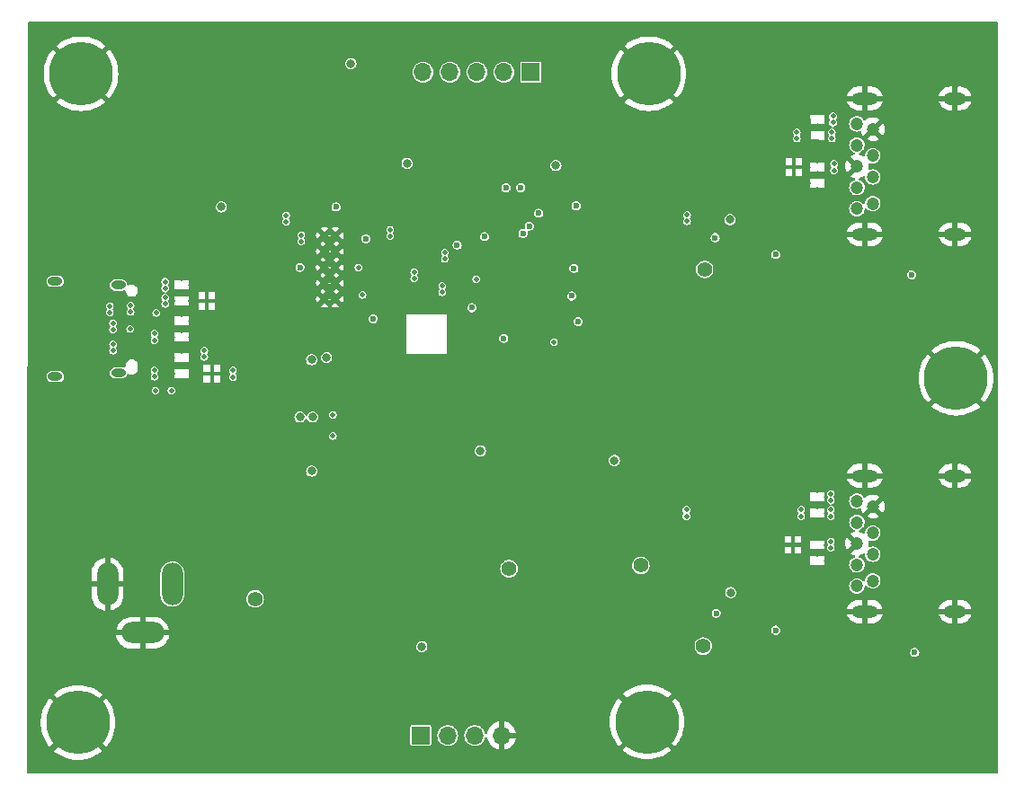
<source format=gbr>
%TF.GenerationSoftware,KiCad,Pcbnew,(6.0.11)*%
%TF.CreationDate,2023-09-13T18:41:32-04:00*%
%TF.ProjectId,USB-C-Hub,5553422d-432d-4487-9562-2e6b69636164,1.0*%
%TF.SameCoordinates,Original*%
%TF.FileFunction,Copper,L2,Inr*%
%TF.FilePolarity,Positive*%
%FSLAX46Y46*%
G04 Gerber Fmt 4.6, Leading zero omitted, Abs format (unit mm)*
G04 Created by KiCad (PCBNEW (6.0.11)) date 2023-09-13 18:41:32*
%MOMM*%
%LPD*%
G01*
G04 APERTURE LIST*
%TA.AperFunction,ComponentPad*%
%ADD10C,0.800000*%
%TD*%
%TA.AperFunction,ComponentPad*%
%ADD11C,6.000000*%
%TD*%
%TA.AperFunction,ComponentPad*%
%ADD12C,1.200000*%
%TD*%
%TA.AperFunction,ComponentPad*%
%ADD13O,2.100000X1.200000*%
%TD*%
%TA.AperFunction,ComponentPad*%
%ADD14O,2.400000X1.200000*%
%TD*%
%TA.AperFunction,ComponentPad*%
%ADD15C,0.560000*%
%TD*%
%TA.AperFunction,ComponentPad*%
%ADD16R,1.700000X1.700000*%
%TD*%
%TA.AperFunction,ComponentPad*%
%ADD17O,1.700000X1.700000*%
%TD*%
%TA.AperFunction,ComponentPad*%
%ADD18O,1.400000X0.800000*%
%TD*%
%TA.AperFunction,ComponentPad*%
%ADD19O,2.000000X4.000000*%
%TD*%
%TA.AperFunction,ComponentPad*%
%ADD20O,4.000000X2.000000*%
%TD*%
%TA.AperFunction,ViaPad*%
%ADD21C,0.600000*%
%TD*%
%TA.AperFunction,ViaPad*%
%ADD22C,0.460000*%
%TD*%
%TA.AperFunction,ViaPad*%
%ADD23C,0.800000*%
%TD*%
%TA.AperFunction,ViaPad*%
%ADD24C,1.400000*%
%TD*%
G04 APERTURE END LIST*
D10*
%TO.N,GND*%
%TO.C,H5*%
X136809010Y-61590990D03*
X136809010Y-58409010D03*
X140650000Y-60000000D03*
X139990990Y-58409010D03*
X139990990Y-61590990D03*
D11*
X138400000Y-60000000D03*
D10*
X138400000Y-57750000D03*
X138400000Y-62250000D03*
X136150000Y-60000000D03*
%TD*%
%TO.N,GND*%
%TO.C,H2*%
X107230000Y-31300000D03*
X109480000Y-33550000D03*
X111730000Y-31300000D03*
X107889010Y-29709010D03*
X107889010Y-32890990D03*
X111070990Y-29709010D03*
X109480000Y-29050000D03*
D11*
X109480000Y-31300000D03*
D10*
X111070990Y-32890990D03*
%TD*%
%TO.N,GND*%
%TO.C,H3*%
X54129010Y-90859010D03*
X57970000Y-92450000D03*
X57310990Y-90859010D03*
X54129010Y-94040990D03*
D11*
X55720000Y-92450000D03*
D10*
X53470000Y-92450000D03*
X55720000Y-90200000D03*
X55720000Y-94700000D03*
X57310990Y-94040990D03*
%TD*%
D12*
%TO.N,/USBA_VBUS_PORT1*%
%TO.C,J2*%
X130570000Y-79090000D03*
%TO.N,/PORT1_D-*%
X130570000Y-76590000D03*
%TO.N,/PORT1_D+*%
X130570000Y-74590000D03*
%TO.N,GND*%
X130570000Y-72090000D03*
%TO.N,/PORT1_RX-*%
X129070000Y-71590000D03*
%TO.N,/PORT1_RX+*%
X129070000Y-73590000D03*
%TO.N,GND*%
X129070000Y-75590000D03*
%TO.N,/PORT1_TX-*%
X129070000Y-77590000D03*
%TO.N,/PORT1_TX+*%
X129070000Y-79590000D03*
D13*
%TO.N,GND*%
X138320000Y-69190000D03*
D14*
X129820000Y-81990000D03*
X129820000Y-69190000D03*
D13*
X138320000Y-81990000D03*
%TD*%
D12*
%TO.N,/USBA_VBUS_PORT2*%
%TO.C,J3*%
X130570000Y-43530000D03*
%TO.N,/PORT2_D-*%
X130570000Y-41030000D03*
%TO.N,/PORT2_D+*%
X130570000Y-39030000D03*
%TO.N,GND*%
X130570000Y-36530000D03*
%TO.N,/PORT2_RX-*%
X129070000Y-36030000D03*
%TO.N,/PORT2_RX+*%
X129070000Y-38030000D03*
%TO.N,GND*%
X129070000Y-40030000D03*
%TO.N,/PORT2_TX-*%
X129070000Y-42030000D03*
%TO.N,/PORT2_TX+*%
X129070000Y-44030000D03*
D13*
%TO.N,GND*%
X138320000Y-46430000D03*
D14*
X129820000Y-33630000D03*
X129820000Y-46430000D03*
D13*
X138320000Y-33630000D03*
%TD*%
D15*
%TO.N,GND*%
%TO.C,U3*%
X79920000Y-52550000D03*
X79920000Y-51050000D03*
X79920000Y-49550000D03*
X79920000Y-48050000D03*
X79920000Y-46550000D03*
X79420000Y-51800000D03*
X79420000Y-50300000D03*
X79420000Y-48800000D03*
X79420000Y-47300000D03*
X78920000Y-52550000D03*
X78920000Y-51050000D03*
X78920000Y-49550000D03*
X78920000Y-48050000D03*
X78920000Y-46550000D03*
%TD*%
D10*
%TO.N,GND*%
%TO.C,H1*%
X53750000Y-31300000D03*
X57590990Y-32890990D03*
X54409010Y-32890990D03*
X56000000Y-29050000D03*
X58250000Y-31300000D03*
X56000000Y-33550000D03*
D11*
X56000000Y-31300000D03*
D10*
X57590990Y-29709010D03*
X54409010Y-29709010D03*
%TD*%
D16*
%TO.N,SPI_CLK{slash}SMCLK*%
%TO.C,J6*%
X98360000Y-31165000D03*
D17*
%TO.N,SPI_DO{slash}SMDAT*%
X95820000Y-31165000D03*
%TO.N,SPI_DI{slash}CFG_BC_EN*%
X93280000Y-31165000D03*
%TO.N,SPI_CE_EN{slash}CFG_NOM_REM*%
X90740000Y-31165000D03*
%TO.N,RESET_N*%
X88200000Y-31165000D03*
%TD*%
D18*
%TO.N,Earth*%
%TO.C,J1*%
X53580000Y-50860000D03*
X53580000Y-59840000D03*
X59530000Y-51220000D03*
X59530000Y-59480000D03*
%TD*%
D16*
%TO.N,+5VD*%
%TO.C,J5*%
X88000000Y-93675000D03*
D17*
%TO.N,+3V3*%
X90540000Y-93675000D03*
%TO.N,+1V2*%
X93080000Y-93675000D03*
%TO.N,GND*%
X95620000Y-93675000D03*
%TD*%
D10*
%TO.N,GND*%
%TO.C,H4*%
X109300000Y-90150000D03*
X107709010Y-93990990D03*
X107050000Y-92400000D03*
X110890990Y-93990990D03*
X109300000Y-94650000D03*
X110890990Y-90809010D03*
X111550000Y-92400000D03*
X107709010Y-90809010D03*
D11*
X109300000Y-92400000D03*
%TD*%
D19*
%TO.N,+5V*%
%TO.C,J4*%
X64600000Y-79400000D03*
D20*
%TO.N,GND*%
X61800000Y-84000000D03*
D19*
X58500000Y-79400000D03*
%TD*%
D21*
%TO.N,GND*%
X67700000Y-85600000D03*
D22*
X53820000Y-62850000D03*
D21*
X92820000Y-45250000D03*
D22*
X90270000Y-47550000D03*
X126720000Y-38150000D03*
D21*
X70200000Y-65700000D03*
D23*
X98520000Y-52650000D03*
D21*
X81920000Y-45450000D03*
D22*
X126620000Y-70150000D03*
X70320000Y-58650000D03*
X70320000Y-60500000D03*
D23*
X107750000Y-72850000D03*
X85120000Y-73450000D03*
D21*
X92170000Y-57200000D03*
D23*
X95820000Y-51750000D03*
X97620000Y-49050000D03*
X96720000Y-51750000D03*
D21*
X80620000Y-42150000D03*
D22*
X87370000Y-49400000D03*
D23*
X95820000Y-52650000D03*
D22*
X58420000Y-57050000D03*
X62620000Y-58550000D03*
X75320000Y-44050000D03*
D21*
X82620000Y-49050000D03*
D23*
X99420000Y-49950000D03*
X97620000Y-52650000D03*
D21*
X90920000Y-53450000D03*
D22*
X126920000Y-39050000D03*
D21*
X84094000Y-47650000D03*
D22*
X89520000Y-50800000D03*
D23*
X96720000Y-49950000D03*
D22*
X64470000Y-51950000D03*
D21*
X102420000Y-47250000D03*
D22*
X58120000Y-54050000D03*
X66820000Y-55350000D03*
D23*
X96720000Y-50850000D03*
D21*
X90820000Y-50950000D03*
D22*
X126251360Y-36351653D03*
D21*
X104220000Y-42850000D03*
D23*
X98520000Y-51750000D03*
D21*
X99920000Y-57450000D03*
D23*
X96720000Y-52650000D03*
D22*
X123820000Y-73750000D03*
D23*
X90420000Y-68950000D03*
D22*
X63220000Y-57050000D03*
D23*
X98520000Y-49950000D03*
X119820000Y-86950000D03*
X97620000Y-50850000D03*
D22*
X123420000Y-38000000D03*
D23*
X99420000Y-50850000D03*
D22*
X126820000Y-34550000D03*
D21*
X65320000Y-46750000D03*
X96420000Y-57750000D03*
D23*
X116420000Y-52550000D03*
D22*
X126620000Y-73850000D03*
X64220000Y-53650000D03*
X81878775Y-47001414D03*
X69420000Y-55250000D03*
D23*
X97620000Y-49950000D03*
X99420000Y-51750000D03*
D22*
X75620000Y-47950000D03*
X113020000Y-43950000D03*
D23*
X129520000Y-96650000D03*
X99420000Y-49050000D03*
D22*
X113020000Y-73600000D03*
X67620000Y-56750000D03*
D21*
X78420000Y-43050000D03*
D22*
X68170000Y-58300000D03*
X126620000Y-74750000D03*
D21*
X66820000Y-58850000D03*
D23*
X98520000Y-50850000D03*
D21*
X99420000Y-40750000D03*
D23*
X97620000Y-51750000D03*
D22*
X58470000Y-58000000D03*
X62212352Y-52842352D03*
X127120000Y-72050000D03*
X113020000Y-45950000D03*
D23*
X98520000Y-49050000D03*
X97620000Y-73450000D03*
X121320000Y-47250000D03*
D21*
X70700000Y-85600000D03*
D23*
X141120000Y-85850000D03*
D22*
X64220000Y-50250000D03*
X68318511Y-55215379D03*
D21*
X81320000Y-57150000D03*
D23*
X96720000Y-49050000D03*
D22*
X113020000Y-71800000D03*
D23*
X129220000Y-60850000D03*
D21*
X70820000Y-68950000D03*
D23*
X75720000Y-59150000D03*
D21*
X81320000Y-58950000D03*
D23*
X80020000Y-60950000D03*
X125920000Y-47650000D03*
D21*
X67420000Y-62250000D03*
D22*
X87370000Y-51200000D03*
D21*
X74120000Y-49550000D03*
D23*
X115520000Y-47850000D03*
D21*
X64920000Y-48650000D03*
D23*
X78120000Y-34950000D03*
D22*
X76120000Y-46223500D03*
X89520000Y-52293500D03*
X100920000Y-45140117D03*
D23*
X116445300Y-87975300D03*
D21*
X126820000Y-41050000D03*
D23*
X95820000Y-49050000D03*
D21*
X126620000Y-76750000D03*
D22*
X75320000Y-45850000D03*
D21*
X93020000Y-40850000D03*
D22*
X85120000Y-45400000D03*
D23*
X125920000Y-83250000D03*
D22*
X123420000Y-36213497D03*
D23*
X95820000Y-49950000D03*
X59700000Y-72830000D03*
D21*
X103400001Y-52030001D03*
D23*
X121420000Y-82650000D03*
D21*
X94520000Y-40850000D03*
X63720000Y-63250000D03*
D23*
X95820000Y-50850000D03*
X99420000Y-52650000D03*
X115520000Y-83350000D03*
D21*
X67720000Y-46650000D03*
D22*
X85120000Y-47200000D03*
D21*
X124220000Y-71850000D03*
X101320000Y-54950000D03*
D23*
X102820000Y-68950000D03*
X141120000Y-50250000D03*
X119720000Y-51350000D03*
D22*
X90270000Y-49350000D03*
D23*
%TO.N,/VBUS_Host_Filt*%
X69220000Y-43850000D03*
X100720000Y-39950000D03*
X86720000Y-39750000D03*
X79120000Y-58050000D03*
%TO.N,+5VD*%
X88100000Y-85300000D03*
D24*
X96320000Y-77950000D03*
D23*
X81420000Y-30350000D03*
X77820000Y-63650000D03*
X77720000Y-68750000D03*
D24*
X72400000Y-80800000D03*
D23*
X117120000Y-45050000D03*
X117200000Y-80200000D03*
D24*
X114620000Y-85250000D03*
X114720000Y-49750000D03*
D23*
X76620000Y-63650000D03*
X77720000Y-58250000D03*
D24*
X108720000Y-77650000D03*
D21*
%TO.N,+1V2*%
X99120000Y-44450000D03*
X95820000Y-56250000D03*
D22*
X93220000Y-50650000D03*
X100545000Y-56575000D03*
D21*
X102820001Y-54650000D03*
D23*
X106220000Y-67750000D03*
D21*
X102420001Y-49650000D03*
X94020001Y-46650000D03*
%TO.N,+3V3*%
X97420000Y-42050000D03*
X102620000Y-43750000D03*
X92820000Y-53350000D03*
X96020000Y-42050000D03*
X83520000Y-54400000D03*
X76620000Y-49550000D03*
X80020000Y-43850000D03*
X102220000Y-52250000D03*
X91420000Y-47450000D03*
X82820000Y-46850000D03*
D23*
X93620000Y-66850000D03*
D22*
%TO.N,/TX1+*%
X63920000Y-53000000D03*
X60670000Y-53150000D03*
%TO.N,/TX1-*%
X63920000Y-52400000D03*
X60670000Y-53750000D03*
D21*
%TO.N,PRT_CTL2*%
X115725000Y-46750000D03*
X98220000Y-45666617D03*
%TO.N,PRT_CTL1*%
X97620000Y-46350000D03*
X115820000Y-82150000D03*
%TO.N,VBUS_PORT1*%
X134520000Y-85850000D03*
X121420000Y-83750000D03*
%TO.N,VBUS_PORT2*%
X121420000Y-48350000D03*
X134220000Y-50250000D03*
D22*
%TO.N,/CC1*%
X63070000Y-53850000D03*
X64520000Y-61150000D03*
%TO.N,/RX2-*%
X67620000Y-57400000D03*
X75320000Y-44650000D03*
%TO.N,/RX2+*%
X75320000Y-45250000D03*
X67620000Y-58000000D03*
%TO.N,/TX2+*%
X59020000Y-57400000D03*
X62920000Y-59850000D03*
%TO.N,/TX2-*%
X62920000Y-59250000D03*
X59020000Y-56800000D03*
%TO.N,/CC2*%
X63020000Y-61150000D03*
X60620000Y-55350000D03*
%TO.N,/RX1-*%
X63920000Y-50900000D03*
X58720000Y-53800000D03*
%TO.N,/RX1+*%
X63920000Y-51500000D03*
X58720000Y-53200000D03*
%TO.N,/Plug Orientation*%
X82120000Y-49550000D03*
X82520000Y-52150000D03*
%TO.N,/BD+*%
X59020000Y-55400000D03*
X62920000Y-55800000D03*
%TO.N,/BD-*%
X62920000Y-56400000D03*
X59020000Y-54800000D03*
%TO.N,/HOST_D+*%
X90270000Y-48150000D03*
X87370000Y-50000000D03*
%TO.N,/HOST_D-*%
X87370000Y-50600000D03*
X90270000Y-48750000D03*
%TO.N,/HOST_RX+*%
X90020000Y-51900000D03*
X85120000Y-46600000D03*
%TO.N,/HOST_RX-*%
X90020000Y-51300000D03*
X85120000Y-46000000D03*
%TO.N,/CTX2-*%
X70320000Y-59275000D03*
X76745000Y-46500000D03*
%TO.N,/CTX2+*%
X70320000Y-59875000D03*
X76745000Y-47100000D03*
%TO.N,Net-(R10-Pad1)*%
X79720000Y-63450000D03*
X79720000Y-65450000D03*
%TO.N,/PORT1_TX-*%
X126620000Y-75400000D03*
%TO.N,/PORT1_TX+*%
X126620000Y-76000000D03*
%TO.N,/PORT2_TX-*%
X126920000Y-39800000D03*
%TO.N,/PORT2_TX+*%
X126920000Y-40400000D03*
%TO.N,/PORT1_D-*%
X126620000Y-73000000D03*
X113020000Y-73000000D03*
X123820000Y-73000000D03*
%TO.N,/PORT1_D+*%
X126620000Y-72400000D03*
X113020000Y-72400000D03*
X123820000Y-72400000D03*
%TO.N,/PORT1_RX-*%
X126620000Y-70900000D03*
%TO.N,/PORT1_RX+*%
X126620000Y-71500000D03*
%TO.N,/PORT2_D-*%
X113086250Y-45216250D03*
X123420000Y-37400000D03*
X126720000Y-37400000D03*
%TO.N,/PORT2_D+*%
X113086250Y-44616250D03*
X126720000Y-36800000D03*
X123420000Y-36800000D03*
%TO.N,/PORT2_RX-*%
X126820000Y-35300000D03*
%TO.N,/PORT2_RX+*%
X126820000Y-35900000D03*
%TD*%
%TA.AperFunction,Conductor*%
%TO.N,GND*%
G36*
X142280621Y-26401502D02*
G01*
X142327114Y-26455158D01*
X142338500Y-26507500D01*
X142338500Y-97142500D01*
X142318498Y-97210621D01*
X142264842Y-97257114D01*
X142212500Y-97268500D01*
X51028209Y-97268500D01*
X50960088Y-97248498D01*
X50913595Y-97194842D01*
X50902209Y-97142324D01*
X50905052Y-95105186D01*
X53429960Y-95105186D01*
X53437418Y-95115554D01*
X53652662Y-95289854D01*
X53657984Y-95293721D01*
X53960823Y-95490387D01*
X53966532Y-95493683D01*
X54288275Y-95657620D01*
X54294286Y-95660296D01*
X54631395Y-95789700D01*
X54637672Y-95791740D01*
X54986463Y-95885198D01*
X54992901Y-95886567D01*
X55349560Y-95943055D01*
X55356104Y-95943743D01*
X55716699Y-95962641D01*
X55723301Y-95962641D01*
X56083896Y-95943743D01*
X56090440Y-95943055D01*
X56447099Y-95886567D01*
X56453537Y-95885198D01*
X56802328Y-95791740D01*
X56808605Y-95789700D01*
X57145714Y-95660296D01*
X57151725Y-95657620D01*
X57473468Y-95493683D01*
X57479177Y-95490387D01*
X57782016Y-95293721D01*
X57787338Y-95289854D01*
X58001634Y-95116322D01*
X58010100Y-95104067D01*
X58003766Y-95092976D01*
X57965976Y-95055186D01*
X107009960Y-95055186D01*
X107017418Y-95065554D01*
X107232662Y-95239854D01*
X107237984Y-95243721D01*
X107540823Y-95440387D01*
X107546532Y-95443683D01*
X107868275Y-95607620D01*
X107874286Y-95610296D01*
X108211395Y-95739700D01*
X108217672Y-95741740D01*
X108566463Y-95835198D01*
X108572901Y-95836567D01*
X108929560Y-95893055D01*
X108936104Y-95893743D01*
X109296699Y-95912641D01*
X109303301Y-95912641D01*
X109663896Y-95893743D01*
X109670440Y-95893055D01*
X110027099Y-95836567D01*
X110033537Y-95835198D01*
X110382328Y-95741740D01*
X110388605Y-95739700D01*
X110725714Y-95610296D01*
X110731725Y-95607620D01*
X111053468Y-95443683D01*
X111059177Y-95440387D01*
X111362016Y-95243721D01*
X111367338Y-95239854D01*
X111581634Y-95066322D01*
X111590100Y-95054067D01*
X111583766Y-95042976D01*
X109312812Y-92772022D01*
X109298868Y-92764408D01*
X109297035Y-92764539D01*
X109290420Y-92768790D01*
X107017100Y-95042110D01*
X107009960Y-95055186D01*
X57965976Y-95055186D01*
X55732812Y-92822022D01*
X55718868Y-92814408D01*
X55717035Y-92814539D01*
X55710420Y-92818790D01*
X53437100Y-95092110D01*
X53429960Y-95105186D01*
X50905052Y-95105186D01*
X50908753Y-92453301D01*
X52207359Y-92453301D01*
X52226257Y-92813896D01*
X52226945Y-92820440D01*
X52283433Y-93177099D01*
X52284802Y-93183537D01*
X52378260Y-93532328D01*
X52380300Y-93538605D01*
X52509704Y-93875714D01*
X52512380Y-93881725D01*
X52676317Y-94203468D01*
X52679613Y-94209177D01*
X52876279Y-94512016D01*
X52880146Y-94517338D01*
X53053678Y-94731634D01*
X53065933Y-94740100D01*
X53077024Y-94733766D01*
X55347978Y-92462812D01*
X55354356Y-92451132D01*
X56084408Y-92451132D01*
X56084539Y-92452965D01*
X56088790Y-92459580D01*
X58362110Y-94732900D01*
X58375186Y-94740040D01*
X58385554Y-94732582D01*
X58543480Y-94537558D01*
X87022500Y-94537558D01*
X87023706Y-94543618D01*
X87023706Y-94543623D01*
X87027325Y-94561812D01*
X87029898Y-94574748D01*
X87036791Y-94585065D01*
X87036792Y-94585066D01*
X87040594Y-94590756D01*
X87058078Y-94616922D01*
X87068394Y-94623815D01*
X87081262Y-94632413D01*
X87100252Y-94645102D01*
X87112422Y-94647523D01*
X87131377Y-94651294D01*
X87131382Y-94651294D01*
X87137442Y-94652500D01*
X88862558Y-94652500D01*
X88868618Y-94651294D01*
X88868623Y-94651294D01*
X88887578Y-94647523D01*
X88899748Y-94645102D01*
X88918739Y-94632413D01*
X88931606Y-94623815D01*
X88941922Y-94616922D01*
X88959406Y-94590756D01*
X88963208Y-94585066D01*
X88963209Y-94585065D01*
X88970102Y-94574748D01*
X88972675Y-94561812D01*
X88976294Y-94543623D01*
X88976294Y-94543618D01*
X88977500Y-94537558D01*
X88977500Y-93661286D01*
X89557866Y-93661286D01*
X89558382Y-93667430D01*
X89571674Y-93825714D01*
X89573907Y-93852311D01*
X89575606Y-93858236D01*
X89583709Y-93886493D01*
X89626746Y-94036583D01*
X89629561Y-94042060D01*
X89629562Y-94042063D01*
X89648993Y-94079872D01*
X89714370Y-94207082D01*
X89718193Y-94211906D01*
X89718196Y-94211910D01*
X89783097Y-94293794D01*
X89833443Y-94357314D01*
X89979428Y-94481557D01*
X90146765Y-94575079D01*
X90329081Y-94634317D01*
X90519430Y-94657015D01*
X90525565Y-94656543D01*
X90525567Y-94656543D01*
X90704420Y-94642781D01*
X90704424Y-94642780D01*
X90710562Y-94642308D01*
X90895199Y-94590756D01*
X91066305Y-94504324D01*
X91091600Y-94484562D01*
X91212509Y-94390097D01*
X91217365Y-94386303D01*
X91342624Y-94241189D01*
X91437312Y-94074509D01*
X91497821Y-93892612D01*
X91521847Y-93702425D01*
X91522230Y-93675000D01*
X91520885Y-93661286D01*
X92097866Y-93661286D01*
X92098382Y-93667430D01*
X92111674Y-93825714D01*
X92113907Y-93852311D01*
X92115606Y-93858236D01*
X92123709Y-93886493D01*
X92166746Y-94036583D01*
X92169561Y-94042060D01*
X92169562Y-94042063D01*
X92188993Y-94079872D01*
X92254370Y-94207082D01*
X92258193Y-94211906D01*
X92258196Y-94211910D01*
X92323097Y-94293794D01*
X92373443Y-94357314D01*
X92519428Y-94481557D01*
X92686765Y-94575079D01*
X92869081Y-94634317D01*
X93059430Y-94657015D01*
X93065565Y-94656543D01*
X93065567Y-94656543D01*
X93244420Y-94642781D01*
X93244424Y-94642780D01*
X93250562Y-94642308D01*
X93435199Y-94590756D01*
X93606305Y-94504324D01*
X93631600Y-94484562D01*
X93752509Y-94390097D01*
X93757365Y-94386303D01*
X93882624Y-94241189D01*
X93977312Y-94074509D01*
X94037424Y-93893805D01*
X94077905Y-93835481D01*
X94143493Y-93808301D01*
X94213364Y-93820896D01*
X94265334Y-93869266D01*
X94279899Y-93905876D01*
X94318565Y-94077446D01*
X94321645Y-94087275D01*
X94401770Y-94284603D01*
X94406413Y-94293794D01*
X94517694Y-94475388D01*
X94523777Y-94483699D01*
X94663213Y-94644667D01*
X94670580Y-94651883D01*
X94834434Y-94787916D01*
X94842881Y-94793831D01*
X95026756Y-94901279D01*
X95036042Y-94905729D01*
X95235001Y-94981703D01*
X95244899Y-94984579D01*
X95348250Y-95005606D01*
X95362299Y-95004410D01*
X95366000Y-94994065D01*
X95366000Y-94993517D01*
X95874000Y-94993517D01*
X95878064Y-95007359D01*
X95891478Y-95009393D01*
X95898184Y-95008534D01*
X95908262Y-95006392D01*
X96112255Y-94945191D01*
X96121842Y-94941433D01*
X96313095Y-94847739D01*
X96321945Y-94842464D01*
X96495328Y-94718792D01*
X96503200Y-94712139D01*
X96654052Y-94561812D01*
X96660730Y-94553965D01*
X96785003Y-94381020D01*
X96790313Y-94372183D01*
X96884670Y-94181267D01*
X96888469Y-94171672D01*
X96950377Y-93967910D01*
X96952555Y-93957837D01*
X96953986Y-93946962D01*
X96951775Y-93932778D01*
X96938617Y-93929000D01*
X95892115Y-93929000D01*
X95876876Y-93933475D01*
X95875671Y-93934865D01*
X95874000Y-93942548D01*
X95874000Y-94993517D01*
X95366000Y-94993517D01*
X95366000Y-93402885D01*
X95874000Y-93402885D01*
X95878475Y-93418124D01*
X95879865Y-93419329D01*
X95887548Y-93421000D01*
X96938344Y-93421000D01*
X96951875Y-93417027D01*
X96953180Y-93407947D01*
X96911214Y-93240875D01*
X96907894Y-93231124D01*
X96822972Y-93035814D01*
X96818105Y-93026739D01*
X96702426Y-92847926D01*
X96696136Y-92839757D01*
X96552806Y-92682240D01*
X96545273Y-92675215D01*
X96378139Y-92543222D01*
X96369552Y-92537517D01*
X96183117Y-92434599D01*
X96173705Y-92430369D01*
X96097269Y-92403301D01*
X105787359Y-92403301D01*
X105806257Y-92763896D01*
X105806945Y-92770440D01*
X105863433Y-93127099D01*
X105864802Y-93133537D01*
X105958260Y-93482328D01*
X105960300Y-93488605D01*
X106089704Y-93825714D01*
X106092380Y-93831725D01*
X106256317Y-94153468D01*
X106259613Y-94159177D01*
X106456279Y-94462016D01*
X106460146Y-94467338D01*
X106633678Y-94681634D01*
X106645933Y-94690100D01*
X106657024Y-94683766D01*
X108927978Y-92412812D01*
X108934356Y-92401132D01*
X109664408Y-92401132D01*
X109664539Y-92402965D01*
X109668790Y-92409580D01*
X111942110Y-94682900D01*
X111955186Y-94690040D01*
X111965554Y-94682582D01*
X112139854Y-94467338D01*
X112143721Y-94462016D01*
X112340387Y-94159177D01*
X112343683Y-94153468D01*
X112507620Y-93831725D01*
X112510296Y-93825714D01*
X112639700Y-93488605D01*
X112641740Y-93482328D01*
X112735198Y-93133537D01*
X112736567Y-93127099D01*
X112793055Y-92770440D01*
X112793743Y-92763896D01*
X112812641Y-92403301D01*
X112812641Y-92396699D01*
X112793743Y-92036104D01*
X112793055Y-92029560D01*
X112736567Y-91672901D01*
X112735198Y-91666463D01*
X112641740Y-91317672D01*
X112639700Y-91311395D01*
X112510296Y-90974286D01*
X112507620Y-90968275D01*
X112343683Y-90646532D01*
X112340387Y-90640823D01*
X112143721Y-90337984D01*
X112139854Y-90332662D01*
X111966322Y-90118366D01*
X111954067Y-90109900D01*
X111942976Y-90116234D01*
X109672022Y-92387188D01*
X109664408Y-92401132D01*
X108934356Y-92401132D01*
X108935592Y-92398868D01*
X108935461Y-92397035D01*
X108931210Y-92390420D01*
X106657890Y-90117100D01*
X106644814Y-90109960D01*
X106634446Y-90117418D01*
X106460146Y-90332662D01*
X106456279Y-90337984D01*
X106259613Y-90640823D01*
X106256317Y-90646532D01*
X106092380Y-90968275D01*
X106089704Y-90974286D01*
X105960300Y-91311395D01*
X105958260Y-91317672D01*
X105864802Y-91666463D01*
X105863433Y-91672901D01*
X105806945Y-92029560D01*
X105806257Y-92036104D01*
X105787359Y-92396699D01*
X105787359Y-92403301D01*
X96097269Y-92403301D01*
X95972959Y-92359280D01*
X95962988Y-92356646D01*
X95891837Y-92343972D01*
X95878540Y-92345432D01*
X95874000Y-92359989D01*
X95874000Y-93402885D01*
X95366000Y-93402885D01*
X95366000Y-92358102D01*
X95362082Y-92344758D01*
X95347806Y-92342771D01*
X95309324Y-92348660D01*
X95299288Y-92351051D01*
X95096868Y-92417212D01*
X95087359Y-92421209D01*
X94898463Y-92519542D01*
X94889738Y-92525036D01*
X94719433Y-92652905D01*
X94711726Y-92659748D01*
X94564590Y-92813717D01*
X94558104Y-92821727D01*
X94438098Y-92997649D01*
X94433000Y-93006623D01*
X94343338Y-93199783D01*
X94339775Y-93209470D01*
X94282864Y-93414681D01*
X94280931Y-93424811D01*
X94280282Y-93430884D01*
X94253154Y-93496493D01*
X94194861Y-93537020D01*
X94123911Y-93539598D01*
X94062831Y-93503409D01*
X94034374Y-93453911D01*
X94025588Y-93424811D01*
X93988117Y-93300701D01*
X93951122Y-93231124D01*
X93901014Y-93136884D01*
X93901012Y-93136881D01*
X93898120Y-93131442D01*
X93776962Y-92982887D01*
X93713081Y-92930040D01*
X93634006Y-92864623D01*
X93634002Y-92864621D01*
X93629256Y-92860694D01*
X93460629Y-92769518D01*
X93320642Y-92726185D01*
X93283392Y-92714654D01*
X93283389Y-92714653D01*
X93277505Y-92712832D01*
X93271380Y-92712188D01*
X93271379Y-92712188D01*
X93092985Y-92693438D01*
X93092984Y-92693438D01*
X93086857Y-92692794D01*
X93035147Y-92697500D01*
X92902087Y-92709609D01*
X92902084Y-92709610D01*
X92895948Y-92710168D01*
X92890042Y-92711906D01*
X92890038Y-92711907D01*
X92818106Y-92733078D01*
X92712050Y-92764292D01*
X92706590Y-92767146D01*
X92706591Y-92767146D01*
X92547627Y-92850250D01*
X92547623Y-92850253D01*
X92542167Y-92853105D01*
X92537367Y-92856965D01*
X92537366Y-92856965D01*
X92532728Y-92860694D01*
X92392770Y-92973223D01*
X92269549Y-93120072D01*
X92266585Y-93125464D01*
X92266582Y-93125468D01*
X92220402Y-93209470D01*
X92177198Y-93288058D01*
X92175337Y-93293925D01*
X92175336Y-93293927D01*
X92139167Y-93407947D01*
X92119234Y-93470783D01*
X92097866Y-93661286D01*
X91520885Y-93661286D01*
X91503524Y-93484217D01*
X91448117Y-93300701D01*
X91411122Y-93231124D01*
X91361014Y-93136884D01*
X91361012Y-93136881D01*
X91358120Y-93131442D01*
X91236962Y-92982887D01*
X91173081Y-92930040D01*
X91094006Y-92864623D01*
X91094002Y-92864621D01*
X91089256Y-92860694D01*
X90920629Y-92769518D01*
X90780642Y-92726185D01*
X90743392Y-92714654D01*
X90743389Y-92714653D01*
X90737505Y-92712832D01*
X90731380Y-92712188D01*
X90731379Y-92712188D01*
X90552985Y-92693438D01*
X90552984Y-92693438D01*
X90546857Y-92692794D01*
X90495147Y-92697500D01*
X90362087Y-92709609D01*
X90362084Y-92709610D01*
X90355948Y-92710168D01*
X90350042Y-92711906D01*
X90350038Y-92711907D01*
X90278106Y-92733078D01*
X90172050Y-92764292D01*
X90166590Y-92767146D01*
X90166591Y-92767146D01*
X90007627Y-92850250D01*
X90007623Y-92850253D01*
X90002167Y-92853105D01*
X89997367Y-92856965D01*
X89997366Y-92856965D01*
X89992728Y-92860694D01*
X89852770Y-92973223D01*
X89729549Y-93120072D01*
X89726585Y-93125464D01*
X89726582Y-93125468D01*
X89680402Y-93209470D01*
X89637198Y-93288058D01*
X89635337Y-93293925D01*
X89635336Y-93293927D01*
X89599167Y-93407947D01*
X89579234Y-93470783D01*
X89557866Y-93661286D01*
X88977500Y-93661286D01*
X88977500Y-92812442D01*
X88970102Y-92775252D01*
X88962857Y-92764408D01*
X88948815Y-92743394D01*
X88941922Y-92733078D01*
X88911622Y-92712832D01*
X88910066Y-92711792D01*
X88910065Y-92711791D01*
X88899748Y-92704898D01*
X88887578Y-92702477D01*
X88868623Y-92698706D01*
X88868618Y-92698706D01*
X88862558Y-92697500D01*
X87137442Y-92697500D01*
X87131382Y-92698706D01*
X87131377Y-92698706D01*
X87112422Y-92702477D01*
X87100252Y-92704898D01*
X87089935Y-92711791D01*
X87089934Y-92711792D01*
X87088378Y-92712832D01*
X87058078Y-92733078D01*
X87051185Y-92743394D01*
X87037144Y-92764408D01*
X87029898Y-92775252D01*
X87022500Y-92812442D01*
X87022500Y-94537558D01*
X58543480Y-94537558D01*
X58559854Y-94517338D01*
X58563721Y-94512016D01*
X58760387Y-94209177D01*
X58763683Y-94203468D01*
X58927620Y-93881725D01*
X58930296Y-93875714D01*
X59059700Y-93538605D01*
X59061740Y-93532328D01*
X59155198Y-93183537D01*
X59156567Y-93177099D01*
X59213055Y-92820440D01*
X59213743Y-92813896D01*
X59232641Y-92453301D01*
X59232641Y-92446699D01*
X59213743Y-92086104D01*
X59213055Y-92079560D01*
X59156567Y-91722901D01*
X59155198Y-91716463D01*
X59061740Y-91367672D01*
X59059700Y-91361395D01*
X58930296Y-91024286D01*
X58927620Y-91018275D01*
X58763683Y-90696532D01*
X58760387Y-90690823D01*
X58563721Y-90387984D01*
X58559854Y-90382662D01*
X58386322Y-90168366D01*
X58374067Y-90159900D01*
X58362976Y-90166234D01*
X56092022Y-92437188D01*
X56084408Y-92451132D01*
X55354356Y-92451132D01*
X55355592Y-92448868D01*
X55355461Y-92447035D01*
X55351210Y-92440420D01*
X53077890Y-90167100D01*
X53064814Y-90159960D01*
X53054446Y-90167418D01*
X52880146Y-90382662D01*
X52876279Y-90387984D01*
X52679613Y-90690823D01*
X52676317Y-90696532D01*
X52512380Y-91018275D01*
X52509704Y-91024286D01*
X52380300Y-91361395D01*
X52378260Y-91367672D01*
X52284802Y-91716463D01*
X52283433Y-91722901D01*
X52226945Y-92079560D01*
X52226257Y-92086104D01*
X52207359Y-92446699D01*
X52207359Y-92453301D01*
X50908753Y-92453301D01*
X50912462Y-89795933D01*
X53429900Y-89795933D01*
X53436234Y-89807024D01*
X55707188Y-92077978D01*
X55721132Y-92085592D01*
X55722965Y-92085461D01*
X55729580Y-92081210D01*
X58002900Y-89807890D01*
X58010040Y-89794814D01*
X58002582Y-89784446D01*
X57955022Y-89745933D01*
X107009900Y-89745933D01*
X107016234Y-89757024D01*
X109287188Y-92027978D01*
X109301132Y-92035592D01*
X109302965Y-92035461D01*
X109309580Y-92031210D01*
X111582900Y-89757890D01*
X111590040Y-89744814D01*
X111582582Y-89734446D01*
X111367338Y-89560146D01*
X111362016Y-89556279D01*
X111059177Y-89359613D01*
X111053468Y-89356317D01*
X110731725Y-89192380D01*
X110725714Y-89189704D01*
X110388605Y-89060300D01*
X110382328Y-89058260D01*
X110033537Y-88964802D01*
X110027099Y-88963433D01*
X109670440Y-88906945D01*
X109663896Y-88906257D01*
X109303301Y-88887359D01*
X109296699Y-88887359D01*
X108936104Y-88906257D01*
X108929560Y-88906945D01*
X108572901Y-88963433D01*
X108566463Y-88964802D01*
X108217672Y-89058260D01*
X108211395Y-89060300D01*
X107874286Y-89189704D01*
X107868275Y-89192380D01*
X107546532Y-89356317D01*
X107540823Y-89359613D01*
X107237984Y-89556279D01*
X107232662Y-89560146D01*
X107018366Y-89733678D01*
X107009900Y-89745933D01*
X57955022Y-89745933D01*
X57787338Y-89610146D01*
X57782016Y-89606279D01*
X57479177Y-89409613D01*
X57473468Y-89406317D01*
X57151725Y-89242380D01*
X57145714Y-89239704D01*
X56808605Y-89110300D01*
X56802328Y-89108260D01*
X56453537Y-89014802D01*
X56447099Y-89013433D01*
X56090440Y-88956945D01*
X56083896Y-88956257D01*
X55723301Y-88937359D01*
X55716699Y-88937359D01*
X55356104Y-88956257D01*
X55349560Y-88956945D01*
X54992901Y-89013433D01*
X54986463Y-89014802D01*
X54637672Y-89108260D01*
X54631395Y-89110300D01*
X54294286Y-89239704D01*
X54288275Y-89242380D01*
X53966532Y-89406317D01*
X53960823Y-89409613D01*
X53657984Y-89606279D01*
X53652662Y-89610146D01*
X53438366Y-89783678D01*
X53429900Y-89795933D01*
X50912462Y-89795933D01*
X50920173Y-84271114D01*
X59313275Y-84271114D01*
X59315325Y-84288830D01*
X59317285Y-84298727D01*
X59380604Y-84522494D01*
X59384116Y-84531938D01*
X59482399Y-84742705D01*
X59487378Y-84751471D01*
X59618087Y-84943802D01*
X59624419Y-84951677D01*
X59784186Y-85120626D01*
X59791695Y-85127387D01*
X59976426Y-85268625D01*
X59984905Y-85274089D01*
X60189847Y-85383978D01*
X60199099Y-85388020D01*
X60418971Y-85463727D01*
X60428743Y-85466236D01*
X60658971Y-85506004D01*
X60666843Y-85506859D01*
X60690551Y-85507936D01*
X60693384Y-85508000D01*
X61527885Y-85508000D01*
X61543124Y-85503525D01*
X61544329Y-85502135D01*
X61546000Y-85494452D01*
X61546000Y-85489885D01*
X62054000Y-85489885D01*
X62058475Y-85505124D01*
X62059865Y-85506329D01*
X62067548Y-85508000D01*
X62858456Y-85508000D01*
X62863488Y-85507798D01*
X63036843Y-85493850D01*
X63046796Y-85492238D01*
X63272633Y-85436767D01*
X63282203Y-85433584D01*
X63496265Y-85342720D01*
X63505207Y-85338045D01*
X63565621Y-85300000D01*
X87567948Y-85300000D01*
X87586077Y-85437705D01*
X87589236Y-85445332D01*
X87589237Y-85445335D01*
X87608665Y-85492238D01*
X87639229Y-85566026D01*
X87723782Y-85676218D01*
X87833974Y-85760771D01*
X87898134Y-85787347D01*
X87954665Y-85810763D01*
X87954668Y-85810764D01*
X87962295Y-85813923D01*
X88100000Y-85832052D01*
X88108188Y-85830974D01*
X88229517Y-85815001D01*
X88237705Y-85813923D01*
X88245332Y-85810764D01*
X88245335Y-85810763D01*
X88301866Y-85787347D01*
X88366026Y-85760771D01*
X88476218Y-85676218D01*
X88560771Y-85566026D01*
X88591335Y-85492238D01*
X88610763Y-85445335D01*
X88610764Y-85445332D01*
X88613923Y-85437705D01*
X88632052Y-85300000D01*
X88625469Y-85250000D01*
X113787942Y-85250000D01*
X113788632Y-85256565D01*
X113797196Y-85338045D01*
X113806124Y-85422995D01*
X113859877Y-85588428D01*
X113946851Y-85739071D01*
X113951269Y-85743978D01*
X113951270Y-85743979D01*
X114030571Y-85832052D01*
X114063245Y-85868340D01*
X114068587Y-85872221D01*
X114068589Y-85872223D01*
X114198629Y-85966702D01*
X114203971Y-85970583D01*
X114209999Y-85973267D01*
X114210001Y-85973268D01*
X114212454Y-85974360D01*
X114362880Y-86041334D01*
X114447953Y-86059417D01*
X114526569Y-86076128D01*
X114526574Y-86076128D01*
X114533026Y-86077500D01*
X114706974Y-86077500D01*
X114713426Y-86076128D01*
X114713431Y-86076128D01*
X114792047Y-86059417D01*
X114877120Y-86041334D01*
X115027546Y-85974360D01*
X115029999Y-85973268D01*
X115030001Y-85973267D01*
X115036029Y-85970583D01*
X115041371Y-85966702D01*
X115171411Y-85872223D01*
X115171413Y-85872221D01*
X115176755Y-85868340D01*
X115198019Y-85844724D01*
X134088136Y-85844724D01*
X134089300Y-85853626D01*
X134089300Y-85853629D01*
X134091224Y-85868340D01*
X134104014Y-85966145D01*
X134153333Y-86078230D01*
X134232127Y-86171968D01*
X134334064Y-86239823D01*
X134450948Y-86276340D01*
X134573383Y-86278584D01*
X134591434Y-86273663D01*
X134682863Y-86248737D01*
X134691527Y-86246375D01*
X134795881Y-86182301D01*
X134878058Y-86091513D01*
X134931451Y-85981311D01*
X134934003Y-85966145D01*
X134944943Y-85901114D01*
X134951767Y-85860552D01*
X134951896Y-85850000D01*
X134939570Y-85763931D01*
X134935809Y-85737667D01*
X134935808Y-85737664D01*
X134934536Y-85728781D01*
X134883852Y-85617307D01*
X134845310Y-85572577D01*
X134809776Y-85531337D01*
X134809774Y-85531335D01*
X134803918Y-85524539D01*
X134701160Y-85457935D01*
X134583838Y-85422848D01*
X134574862Y-85422793D01*
X134574861Y-85422793D01*
X134524483Y-85422485D01*
X134461385Y-85422100D01*
X134343644Y-85455751D01*
X134336057Y-85460538D01*
X134336055Y-85460539D01*
X134327026Y-85466236D01*
X134240080Y-85521095D01*
X134159018Y-85612879D01*
X134106976Y-85723726D01*
X134105595Y-85732595D01*
X134103823Y-85743979D01*
X134088136Y-85844724D01*
X115198019Y-85844724D01*
X115209429Y-85832052D01*
X115288730Y-85743979D01*
X115288731Y-85743978D01*
X115293149Y-85739071D01*
X115380123Y-85588428D01*
X115433876Y-85422995D01*
X115442805Y-85338045D01*
X115451368Y-85256565D01*
X115452058Y-85250000D01*
X115442038Y-85154665D01*
X115434567Y-85083575D01*
X115434566Y-85083570D01*
X115433876Y-85077005D01*
X115380123Y-84911572D01*
X115293149Y-84760929D01*
X115176755Y-84631660D01*
X115171413Y-84627779D01*
X115171411Y-84627777D01*
X115041371Y-84533298D01*
X115041370Y-84533297D01*
X115036029Y-84529417D01*
X115030001Y-84526733D01*
X115029999Y-84526732D01*
X114883151Y-84461351D01*
X114883150Y-84461351D01*
X114877120Y-84458666D01*
X114792047Y-84440583D01*
X114713431Y-84423872D01*
X114713426Y-84423872D01*
X114706974Y-84422500D01*
X114533026Y-84422500D01*
X114526574Y-84423872D01*
X114526569Y-84423872D01*
X114447953Y-84440583D01*
X114362880Y-84458666D01*
X114356850Y-84461351D01*
X114356849Y-84461351D01*
X114210001Y-84526732D01*
X114209999Y-84526733D01*
X114203971Y-84529417D01*
X114198630Y-84533297D01*
X114198629Y-84533298D01*
X114068589Y-84627777D01*
X114068587Y-84627779D01*
X114063245Y-84631660D01*
X113946851Y-84760929D01*
X113859877Y-84911572D01*
X113806124Y-85077005D01*
X113805434Y-85083570D01*
X113805433Y-85083575D01*
X113797962Y-85154665D01*
X113787942Y-85250000D01*
X88625469Y-85250000D01*
X88613923Y-85162295D01*
X88560771Y-85033974D01*
X88476218Y-84923782D01*
X88366026Y-84839229D01*
X88301865Y-84812653D01*
X88245335Y-84789237D01*
X88245332Y-84789236D01*
X88237705Y-84786077D01*
X88100000Y-84767948D01*
X87962295Y-84786077D01*
X87954668Y-84789236D01*
X87954665Y-84789237D01*
X87898135Y-84812653D01*
X87833974Y-84839229D01*
X87723782Y-84923782D01*
X87639229Y-85033974D01*
X87586077Y-85162295D01*
X87567948Y-85300000D01*
X63565621Y-85300000D01*
X63701987Y-85214126D01*
X63710060Y-85208086D01*
X63884500Y-85054297D01*
X63891504Y-85047044D01*
X64039110Y-84867346D01*
X64044866Y-84859064D01*
X64161841Y-84658081D01*
X64166203Y-84648976D01*
X64249537Y-84431885D01*
X64252388Y-84422196D01*
X64283821Y-84271736D01*
X64282698Y-84257675D01*
X64272590Y-84254000D01*
X62072115Y-84254000D01*
X62056876Y-84258475D01*
X62055671Y-84259865D01*
X62054000Y-84267548D01*
X62054000Y-85489885D01*
X61546000Y-85489885D01*
X61546000Y-84272115D01*
X61541525Y-84256876D01*
X61540135Y-84255671D01*
X61532452Y-84254000D01*
X59329410Y-84254000D01*
X59315324Y-84258136D01*
X59313275Y-84271114D01*
X50920173Y-84271114D01*
X50920931Y-83728264D01*
X59316179Y-83728264D01*
X59317302Y-83742325D01*
X59327410Y-83746000D01*
X61527885Y-83746000D01*
X61543124Y-83741525D01*
X61544329Y-83740135D01*
X61546000Y-83732452D01*
X61546000Y-83727885D01*
X62054000Y-83727885D01*
X62058475Y-83743124D01*
X62059865Y-83744329D01*
X62067548Y-83746000D01*
X64270590Y-83746000D01*
X64274936Y-83744724D01*
X120988136Y-83744724D01*
X120989300Y-83753626D01*
X120989300Y-83753629D01*
X121002850Y-83857246D01*
X121004014Y-83866145D01*
X121053333Y-83978230D01*
X121132127Y-84071968D01*
X121234064Y-84139823D01*
X121350948Y-84176340D01*
X121473383Y-84178584D01*
X121491434Y-84173663D01*
X121582863Y-84148737D01*
X121591527Y-84146375D01*
X121695881Y-84082301D01*
X121778058Y-83991513D01*
X121831451Y-83881311D01*
X121834003Y-83866145D01*
X121850960Y-83765348D01*
X121851767Y-83760552D01*
X121851896Y-83750000D01*
X121834536Y-83628781D01*
X121783852Y-83517307D01*
X121703918Y-83424539D01*
X121601160Y-83357935D01*
X121483838Y-83322848D01*
X121474862Y-83322793D01*
X121474861Y-83322793D01*
X121424483Y-83322485D01*
X121361385Y-83322100D01*
X121243644Y-83355751D01*
X121140080Y-83421095D01*
X121134137Y-83427824D01*
X121098600Y-83468062D01*
X121059018Y-83512879D01*
X121006976Y-83623726D01*
X121005595Y-83632595D01*
X120990047Y-83732452D01*
X120988136Y-83744724D01*
X64274936Y-83744724D01*
X64284676Y-83741864D01*
X64286725Y-83728886D01*
X64284675Y-83711170D01*
X64282715Y-83701273D01*
X64219396Y-83477506D01*
X64215884Y-83468062D01*
X64117601Y-83257295D01*
X64112622Y-83248529D01*
X63981913Y-83056198D01*
X63975581Y-83048323D01*
X63815814Y-82879374D01*
X63808305Y-82872613D01*
X63623574Y-82731375D01*
X63615095Y-82725911D01*
X63410153Y-82616022D01*
X63400901Y-82611980D01*
X63181029Y-82536273D01*
X63171257Y-82533764D01*
X62941029Y-82493996D01*
X62933157Y-82493141D01*
X62909449Y-82492064D01*
X62906616Y-82492000D01*
X62072115Y-82492000D01*
X62056876Y-82496475D01*
X62055671Y-82497865D01*
X62054000Y-82505548D01*
X62054000Y-83727885D01*
X61546000Y-83727885D01*
X61546000Y-82510115D01*
X61541525Y-82494876D01*
X61540135Y-82493671D01*
X61532452Y-82492000D01*
X60741544Y-82492000D01*
X60736512Y-82492202D01*
X60563157Y-82506150D01*
X60553204Y-82507762D01*
X60327367Y-82563233D01*
X60317797Y-82566416D01*
X60103735Y-82657280D01*
X60094793Y-82661955D01*
X59898013Y-82785874D01*
X59889940Y-82791914D01*
X59715500Y-82945703D01*
X59708496Y-82952956D01*
X59560890Y-83132654D01*
X59555134Y-83140936D01*
X59438159Y-83341919D01*
X59433797Y-83351024D01*
X59350463Y-83568115D01*
X59347612Y-83577804D01*
X59316179Y-83728264D01*
X50920931Y-83728264D01*
X50923141Y-82144724D01*
X115388136Y-82144724D01*
X115389300Y-82153626D01*
X115389300Y-82153629D01*
X115401640Y-82247992D01*
X115404014Y-82266145D01*
X115453333Y-82378230D01*
X115532127Y-82471968D01*
X115634064Y-82539823D01*
X115750948Y-82576340D01*
X115873383Y-82578584D01*
X115891434Y-82573663D01*
X115982863Y-82548737D01*
X115991527Y-82546375D01*
X116077363Y-82493671D01*
X116088233Y-82486997D01*
X116095881Y-82482301D01*
X116178058Y-82391513D01*
X116231451Y-82281311D01*
X116234003Y-82266145D01*
X116235474Y-82257399D01*
X128144712Y-82257399D01*
X128166194Y-82346537D01*
X128170083Y-82357832D01*
X128252629Y-82539382D01*
X128258576Y-82549724D01*
X128373968Y-82712397D01*
X128381761Y-82721425D01*
X128525831Y-82859342D01*
X128535196Y-82866738D01*
X128702741Y-82974921D01*
X128713345Y-82980417D01*
X128898312Y-83054961D01*
X128909770Y-83058355D01*
X129106928Y-83096857D01*
X129115791Y-83097934D01*
X129118500Y-83098000D01*
X129547885Y-83098000D01*
X129563124Y-83093525D01*
X129564329Y-83092135D01*
X129566000Y-83084452D01*
X129566000Y-83079885D01*
X130074000Y-83079885D01*
X130078475Y-83095124D01*
X130079865Y-83096329D01*
X130087548Y-83098000D01*
X130469832Y-83098000D01*
X130475808Y-83097715D01*
X130624494Y-83083529D01*
X130636228Y-83081270D01*
X130827599Y-83025128D01*
X130838675Y-83020698D01*
X131015978Y-82929381D01*
X131026024Y-82922931D01*
X131182857Y-82799738D01*
X131191506Y-82791501D01*
X131322212Y-82640877D01*
X131329147Y-82631153D01*
X131429010Y-82458533D01*
X131433984Y-82447669D01*
X131499407Y-82259273D01*
X131499648Y-82258284D01*
X131499522Y-82257399D01*
X136794712Y-82257399D01*
X136816194Y-82346537D01*
X136820083Y-82357832D01*
X136902629Y-82539382D01*
X136908576Y-82549724D01*
X137023968Y-82712397D01*
X137031761Y-82721425D01*
X137175831Y-82859342D01*
X137185196Y-82866738D01*
X137352741Y-82974921D01*
X137363345Y-82980417D01*
X137548312Y-83054961D01*
X137559770Y-83058355D01*
X137756928Y-83096857D01*
X137765791Y-83097934D01*
X137768500Y-83098000D01*
X138047885Y-83098000D01*
X138063124Y-83093525D01*
X138064329Y-83092135D01*
X138066000Y-83084452D01*
X138066000Y-83079885D01*
X138574000Y-83079885D01*
X138578475Y-83095124D01*
X138579865Y-83096329D01*
X138587548Y-83098000D01*
X138819832Y-83098000D01*
X138825808Y-83097715D01*
X138974494Y-83083529D01*
X138986228Y-83081270D01*
X139177599Y-83025128D01*
X139188675Y-83020698D01*
X139365978Y-82929381D01*
X139376024Y-82922931D01*
X139532857Y-82799738D01*
X139541506Y-82791501D01*
X139672212Y-82640877D01*
X139679147Y-82631153D01*
X139779010Y-82458533D01*
X139783984Y-82447669D01*
X139849407Y-82259273D01*
X139849648Y-82258284D01*
X139848180Y-82247992D01*
X139834615Y-82244000D01*
X138592115Y-82244000D01*
X138576876Y-82248475D01*
X138575671Y-82249865D01*
X138574000Y-82257548D01*
X138574000Y-83079885D01*
X138066000Y-83079885D01*
X138066000Y-82262115D01*
X138061525Y-82246876D01*
X138060135Y-82245671D01*
X138052452Y-82244000D01*
X136809598Y-82244000D01*
X136796067Y-82247973D01*
X136794712Y-82257399D01*
X131499522Y-82257399D01*
X131498180Y-82247992D01*
X131484615Y-82244000D01*
X130092115Y-82244000D01*
X130076876Y-82248475D01*
X130075671Y-82249865D01*
X130074000Y-82257548D01*
X130074000Y-83079885D01*
X129566000Y-83079885D01*
X129566000Y-82262115D01*
X129561525Y-82246876D01*
X129560135Y-82245671D01*
X129552452Y-82244000D01*
X128159598Y-82244000D01*
X128146067Y-82247973D01*
X128144712Y-82257399D01*
X116235474Y-82257399D01*
X116250960Y-82165348D01*
X116251767Y-82160552D01*
X116251896Y-82150000D01*
X116234536Y-82028781D01*
X116183852Y-81917307D01*
X116155735Y-81884676D01*
X116109776Y-81831337D01*
X116109774Y-81831335D01*
X116103918Y-81824539D01*
X116001160Y-81757935D01*
X115883838Y-81722848D01*
X115874862Y-81722793D01*
X115874861Y-81722793D01*
X115824483Y-81722485D01*
X115761385Y-81722100D01*
X115643644Y-81755751D01*
X115636057Y-81760538D01*
X115636055Y-81760539D01*
X115582300Y-81794456D01*
X115540080Y-81821095D01*
X115534137Y-81827824D01*
X115484682Y-81883821D01*
X115459018Y-81912879D01*
X115406976Y-82023726D01*
X115388136Y-82144724D01*
X50923141Y-82144724D01*
X50925494Y-80458456D01*
X56992000Y-80458456D01*
X56992202Y-80463488D01*
X57006150Y-80636843D01*
X57007762Y-80646796D01*
X57063233Y-80872633D01*
X57066416Y-80882203D01*
X57157280Y-81096265D01*
X57161955Y-81105207D01*
X57285874Y-81301987D01*
X57291914Y-81310060D01*
X57445703Y-81484500D01*
X57452956Y-81491504D01*
X57632654Y-81639110D01*
X57640936Y-81644866D01*
X57841919Y-81761841D01*
X57851024Y-81766203D01*
X58068115Y-81849537D01*
X58077804Y-81852388D01*
X58228264Y-81883821D01*
X58242325Y-81882698D01*
X58246000Y-81872590D01*
X58246000Y-81870590D01*
X58754000Y-81870590D01*
X58758136Y-81884676D01*
X58771114Y-81886725D01*
X58788830Y-81884675D01*
X58798727Y-81882715D01*
X59022494Y-81819396D01*
X59031938Y-81815884D01*
X59233880Y-81721716D01*
X128140352Y-81721716D01*
X128141820Y-81732008D01*
X128155385Y-81736000D01*
X129547885Y-81736000D01*
X129563124Y-81731525D01*
X129564329Y-81730135D01*
X129566000Y-81722452D01*
X129566000Y-81717885D01*
X130074000Y-81717885D01*
X130078475Y-81733124D01*
X130079865Y-81734329D01*
X130087548Y-81736000D01*
X131480402Y-81736000D01*
X131493933Y-81732027D01*
X131495288Y-81722601D01*
X131495075Y-81721716D01*
X136790352Y-81721716D01*
X136791820Y-81732008D01*
X136805385Y-81736000D01*
X138047885Y-81736000D01*
X138063124Y-81731525D01*
X138064329Y-81730135D01*
X138066000Y-81722452D01*
X138066000Y-81717885D01*
X138574000Y-81717885D01*
X138578475Y-81733124D01*
X138579865Y-81734329D01*
X138587548Y-81736000D01*
X139830402Y-81736000D01*
X139843933Y-81732027D01*
X139845288Y-81722601D01*
X139823806Y-81633463D01*
X139819917Y-81622168D01*
X139737371Y-81440618D01*
X139731424Y-81430276D01*
X139616032Y-81267603D01*
X139608239Y-81258575D01*
X139464169Y-81120658D01*
X139454804Y-81113262D01*
X139287259Y-81005079D01*
X139276655Y-80999583D01*
X139091688Y-80925039D01*
X139080230Y-80921645D01*
X138883072Y-80883143D01*
X138874209Y-80882066D01*
X138871500Y-80882000D01*
X138592115Y-80882000D01*
X138576876Y-80886475D01*
X138575671Y-80887865D01*
X138574000Y-80895548D01*
X138574000Y-81717885D01*
X138066000Y-81717885D01*
X138066000Y-80900115D01*
X138061525Y-80884876D01*
X138060135Y-80883671D01*
X138052452Y-80882000D01*
X137820168Y-80882000D01*
X137814192Y-80882285D01*
X137665506Y-80896471D01*
X137653772Y-80898730D01*
X137462401Y-80954872D01*
X137451325Y-80959302D01*
X137274022Y-81050619D01*
X137263976Y-81057069D01*
X137107143Y-81180262D01*
X137098494Y-81188499D01*
X136967788Y-81339123D01*
X136960853Y-81348847D01*
X136860990Y-81521467D01*
X136856016Y-81532331D01*
X136790593Y-81720727D01*
X136790352Y-81721716D01*
X131495075Y-81721716D01*
X131473806Y-81633463D01*
X131469917Y-81622168D01*
X131387371Y-81440618D01*
X131381424Y-81430276D01*
X131266032Y-81267603D01*
X131258239Y-81258575D01*
X131114169Y-81120658D01*
X131104804Y-81113262D01*
X130937259Y-81005079D01*
X130926655Y-80999583D01*
X130741688Y-80925039D01*
X130730230Y-80921645D01*
X130533072Y-80883143D01*
X130524209Y-80882066D01*
X130521500Y-80882000D01*
X130092115Y-80882000D01*
X130076876Y-80886475D01*
X130075671Y-80887865D01*
X130074000Y-80895548D01*
X130074000Y-81717885D01*
X129566000Y-81717885D01*
X129566000Y-80900115D01*
X129561525Y-80884876D01*
X129560135Y-80883671D01*
X129552452Y-80882000D01*
X129170168Y-80882000D01*
X129164192Y-80882285D01*
X129015506Y-80896471D01*
X129003772Y-80898730D01*
X128812401Y-80954872D01*
X128801325Y-80959302D01*
X128624022Y-81050619D01*
X128613976Y-81057069D01*
X128457143Y-81180262D01*
X128448494Y-81188499D01*
X128317788Y-81339123D01*
X128310853Y-81348847D01*
X128210990Y-81521467D01*
X128206016Y-81532331D01*
X128140593Y-81720727D01*
X128140352Y-81721716D01*
X59233880Y-81721716D01*
X59242705Y-81717601D01*
X59251471Y-81712622D01*
X59443802Y-81581913D01*
X59451677Y-81575581D01*
X59620626Y-81415814D01*
X59627387Y-81408305D01*
X59768625Y-81223574D01*
X59774089Y-81215095D01*
X59883978Y-81010153D01*
X59888020Y-81000901D01*
X59963727Y-80781029D01*
X59966236Y-80771257D01*
X60006004Y-80541029D01*
X60006859Y-80533157D01*
X60007936Y-80509449D01*
X60008000Y-80506616D01*
X60008000Y-80453759D01*
X63472500Y-80453759D01*
X63487805Y-80614175D01*
X63489493Y-80619929D01*
X63536755Y-80781029D01*
X63548370Y-80820622D01*
X63551116Y-80825954D01*
X63551117Y-80825956D01*
X63630083Y-80979278D01*
X63646880Y-81011892D01*
X63779782Y-81181083D01*
X63942279Y-81322091D01*
X63947472Y-81325095D01*
X64104286Y-81415814D01*
X64128508Y-81429827D01*
X64134177Y-81431796D01*
X64134180Y-81431797D01*
X64246848Y-81470922D01*
X64331750Y-81500405D01*
X64337688Y-81501266D01*
X64538731Y-81530416D01*
X64538734Y-81530416D01*
X64544671Y-81531277D01*
X64759589Y-81521330D01*
X64765413Y-81519926D01*
X64765416Y-81519926D01*
X64962922Y-81472326D01*
X64962921Y-81472326D01*
X64968748Y-81470922D01*
X64974198Y-81468444D01*
X64974201Y-81468443D01*
X65106466Y-81408305D01*
X65164602Y-81381872D01*
X65303489Y-81283353D01*
X65335192Y-81260865D01*
X65335196Y-81260862D01*
X65340083Y-81257395D01*
X65344233Y-81253060D01*
X65484710Y-81106316D01*
X65484714Y-81106311D01*
X65488860Y-81101980D01*
X65522024Y-81050619D01*
X65602313Y-80926273D01*
X65602314Y-80926270D01*
X65605565Y-80921236D01*
X65654425Y-80800000D01*
X71567942Y-80800000D01*
X71568632Y-80806565D01*
X71584685Y-80959302D01*
X71586124Y-80972995D01*
X71639877Y-81138428D01*
X71726851Y-81289071D01*
X71731269Y-81293978D01*
X71731270Y-81293979D01*
X71753042Y-81318159D01*
X71843245Y-81418340D01*
X71848587Y-81422221D01*
X71848589Y-81422223D01*
X71943947Y-81491504D01*
X71983971Y-81520583D01*
X71989999Y-81523267D01*
X71990001Y-81523268D01*
X72010357Y-81532331D01*
X72142880Y-81591334D01*
X72227953Y-81609417D01*
X72306569Y-81626128D01*
X72306574Y-81626128D01*
X72313026Y-81627500D01*
X72486974Y-81627500D01*
X72493426Y-81626128D01*
X72493431Y-81626128D01*
X72572047Y-81609417D01*
X72657120Y-81591334D01*
X72789643Y-81532331D01*
X72809999Y-81523268D01*
X72810001Y-81523267D01*
X72816029Y-81520583D01*
X72856053Y-81491504D01*
X72951411Y-81422223D01*
X72951413Y-81422221D01*
X72956755Y-81418340D01*
X73046958Y-81318159D01*
X73068730Y-81293979D01*
X73068731Y-81293978D01*
X73073149Y-81289071D01*
X73160123Y-81138428D01*
X73213876Y-80972995D01*
X73215316Y-80959302D01*
X73231368Y-80806565D01*
X73232058Y-80800000D01*
X73223208Y-80715798D01*
X73214567Y-80633575D01*
X73214566Y-80633570D01*
X73213876Y-80627005D01*
X73160123Y-80461572D01*
X73073149Y-80310929D01*
X72973268Y-80200000D01*
X116667948Y-80200000D01*
X116686077Y-80337705D01*
X116739229Y-80466026D01*
X116823782Y-80576218D01*
X116933974Y-80660771D01*
X116998134Y-80687347D01*
X117054665Y-80710763D01*
X117054668Y-80710764D01*
X117062295Y-80713923D01*
X117200000Y-80732052D01*
X117208188Y-80730974D01*
X117329517Y-80715001D01*
X117337705Y-80713923D01*
X117345332Y-80710764D01*
X117345335Y-80710763D01*
X117401866Y-80687347D01*
X117466026Y-80660771D01*
X117576218Y-80576218D01*
X117660771Y-80466026D01*
X117713923Y-80337705D01*
X117732052Y-80200000D01*
X117713923Y-80062295D01*
X117705415Y-80041753D01*
X117663931Y-79941604D01*
X117660771Y-79933974D01*
X117576218Y-79823782D01*
X117466026Y-79739229D01*
X117401865Y-79712653D01*
X117345335Y-79689237D01*
X117345332Y-79689236D01*
X117337705Y-79686077D01*
X117200000Y-79667948D01*
X117062295Y-79686077D01*
X117054668Y-79689236D01*
X117054665Y-79689237D01*
X116998135Y-79712653D01*
X116933974Y-79739229D01*
X116823782Y-79823782D01*
X116739229Y-79933974D01*
X116736069Y-79941604D01*
X116694586Y-80041753D01*
X116686077Y-80062295D01*
X116667948Y-80200000D01*
X72973268Y-80200000D01*
X72956755Y-80181660D01*
X72951413Y-80177779D01*
X72951411Y-80177777D01*
X72821371Y-80083298D01*
X72821370Y-80083297D01*
X72816029Y-80079417D01*
X72810001Y-80076733D01*
X72809999Y-80076732D01*
X72663151Y-80011351D01*
X72663150Y-80011351D01*
X72657120Y-80008666D01*
X72572047Y-79990583D01*
X72493431Y-79973872D01*
X72493426Y-79973872D01*
X72486974Y-79972500D01*
X72313026Y-79972500D01*
X72306574Y-79973872D01*
X72306569Y-79973872D01*
X72227953Y-79990583D01*
X72142880Y-80008666D01*
X72136850Y-80011351D01*
X72136849Y-80011351D01*
X71990001Y-80076732D01*
X71989999Y-80076733D01*
X71983971Y-80079417D01*
X71978630Y-80083297D01*
X71978629Y-80083298D01*
X71848589Y-80177777D01*
X71848587Y-80177779D01*
X71843245Y-80181660D01*
X71726851Y-80310929D01*
X71639877Y-80461572D01*
X71586124Y-80627005D01*
X71585434Y-80633570D01*
X71585433Y-80633575D01*
X71576792Y-80715798D01*
X71567942Y-80800000D01*
X65654425Y-80800000D01*
X65683745Y-80727248D01*
X65683746Y-80727245D01*
X65685987Y-80721684D01*
X65721266Y-80541029D01*
X65726355Y-80514971D01*
X65726355Y-80514968D01*
X65727223Y-80510525D01*
X65727500Y-80504862D01*
X65727500Y-79579778D01*
X128337968Y-79579778D01*
X128353895Y-79742213D01*
X128405413Y-79897082D01*
X128409060Y-79903104D01*
X128409061Y-79903106D01*
X128474617Y-80011351D01*
X128489962Y-80036689D01*
X128494851Y-80041752D01*
X128494852Y-80041753D01*
X128528631Y-80076732D01*
X128603340Y-80154095D01*
X128609232Y-80157950D01*
X128609236Y-80157954D01*
X128652968Y-80186571D01*
X128739911Y-80243465D01*
X128892888Y-80300356D01*
X128899869Y-80301287D01*
X128899871Y-80301288D01*
X129047687Y-80321011D01*
X129047691Y-80321011D01*
X129054668Y-80321942D01*
X129061679Y-80321304D01*
X129061683Y-80321304D01*
X129210189Y-80307789D01*
X129210190Y-80307789D01*
X129217210Y-80307150D01*
X129245675Y-80297901D01*
X129365736Y-80258891D01*
X129365739Y-80258890D01*
X129372435Y-80256714D01*
X129504854Y-80177777D01*
X129506577Y-80176750D01*
X129506579Y-80176749D01*
X129512629Y-80173142D01*
X129630823Y-80060587D01*
X129643337Y-80041753D01*
X129717243Y-79930514D01*
X129721144Y-79924643D01*
X129765776Y-79807150D01*
X129776603Y-79778649D01*
X129776604Y-79778647D01*
X129779103Y-79772067D01*
X129798815Y-79631806D01*
X129828103Y-79567132D01*
X129887707Y-79528559D01*
X129958703Y-79528334D01*
X130014226Y-79561815D01*
X130103340Y-79654095D01*
X130109232Y-79657950D01*
X130109236Y-79657954D01*
X130152213Y-79686077D01*
X130239911Y-79743465D01*
X130392888Y-79800356D01*
X130399869Y-79801287D01*
X130399871Y-79801288D01*
X130547687Y-79821011D01*
X130547691Y-79821011D01*
X130554668Y-79821942D01*
X130561679Y-79821304D01*
X130561683Y-79821304D01*
X130710189Y-79807789D01*
X130710190Y-79807789D01*
X130717210Y-79807150D01*
X130745675Y-79797901D01*
X130865736Y-79758891D01*
X130865739Y-79758890D01*
X130872435Y-79756714D01*
X130901136Y-79739605D01*
X131006577Y-79676750D01*
X131006579Y-79676749D01*
X131012629Y-79673142D01*
X131130823Y-79560587D01*
X131152103Y-79528559D01*
X131217243Y-79430514D01*
X131221144Y-79424643D01*
X131279103Y-79272067D01*
X131283299Y-79242213D01*
X131301267Y-79114365D01*
X131301267Y-79114360D01*
X131301818Y-79110442D01*
X131302103Y-79090000D01*
X131293063Y-79009403D01*
X131284695Y-78934800D01*
X131284694Y-78934798D01*
X131283910Y-78927804D01*
X131230234Y-78773669D01*
X131143744Y-78635256D01*
X131028739Y-78519444D01*
X130890933Y-78431990D01*
X130865551Y-78422952D01*
X130743811Y-78379602D01*
X130743806Y-78379601D01*
X130737176Y-78377240D01*
X130730190Y-78376407D01*
X130730186Y-78376406D01*
X130614448Y-78362606D01*
X130575111Y-78357915D01*
X130568108Y-78358651D01*
X130568107Y-78358651D01*
X130419800Y-78374238D01*
X130419796Y-78374239D01*
X130412792Y-78374975D01*
X130406121Y-78377246D01*
X130264956Y-78425302D01*
X130264953Y-78425303D01*
X130258286Y-78427573D01*
X130252288Y-78431263D01*
X130252286Y-78431264D01*
X130231618Y-78443979D01*
X130119272Y-78513095D01*
X130002661Y-78627289D01*
X129914247Y-78764481D01*
X129911838Y-78771101D01*
X129911836Y-78771104D01*
X129872346Y-78879602D01*
X129858424Y-78917852D01*
X129857541Y-78924842D01*
X129842209Y-79046206D01*
X129813827Y-79111283D01*
X129754768Y-79150684D01*
X129683781Y-79151901D01*
X129627797Y-79119197D01*
X129588653Y-79079778D01*
X129528739Y-79019444D01*
X129390933Y-78931990D01*
X129351229Y-78917852D01*
X129243811Y-78879602D01*
X129243806Y-78879601D01*
X129237176Y-78877240D01*
X129230190Y-78876407D01*
X129230186Y-78876406D01*
X129114448Y-78862606D01*
X129075111Y-78857915D01*
X129068108Y-78858651D01*
X129068107Y-78858651D01*
X128919800Y-78874238D01*
X128919796Y-78874239D01*
X128912792Y-78874975D01*
X128906121Y-78877246D01*
X128764956Y-78925302D01*
X128764953Y-78925303D01*
X128758286Y-78927573D01*
X128752288Y-78931263D01*
X128752286Y-78931264D01*
X128625273Y-79009403D01*
X128619272Y-79013095D01*
X128614239Y-79018024D01*
X128515859Y-79114365D01*
X128502661Y-79127289D01*
X128414247Y-79264481D01*
X128411838Y-79271101D01*
X128411836Y-79271104D01*
X128409090Y-79278649D01*
X128358424Y-79417852D01*
X128337968Y-79579778D01*
X65727500Y-79579778D01*
X65727500Y-78346241D01*
X65712195Y-78185825D01*
X65666112Y-78028743D01*
X65653318Y-77985131D01*
X65653317Y-77985129D01*
X65651630Y-77979378D01*
X65639881Y-77956565D01*
X65636500Y-77950000D01*
X95487942Y-77950000D01*
X95488632Y-77956565D01*
X95502047Y-78084202D01*
X95506124Y-78122995D01*
X95526539Y-78185825D01*
X95552864Y-78266843D01*
X95559877Y-78288428D01*
X95563180Y-78294149D01*
X95565346Y-78297901D01*
X95646851Y-78439071D01*
X95651269Y-78443978D01*
X95651270Y-78443979D01*
X95710178Y-78509403D01*
X95763245Y-78568340D01*
X95768587Y-78572221D01*
X95768589Y-78572223D01*
X95848460Y-78630252D01*
X95903971Y-78670583D01*
X95909999Y-78673267D01*
X95910001Y-78673268D01*
X96056849Y-78738649D01*
X96062880Y-78741334D01*
X96143898Y-78758555D01*
X96226569Y-78776128D01*
X96226574Y-78776128D01*
X96233026Y-78777500D01*
X96406974Y-78777500D01*
X96413426Y-78776128D01*
X96413431Y-78776128D01*
X96496102Y-78758555D01*
X96577120Y-78741334D01*
X96583151Y-78738649D01*
X96729999Y-78673268D01*
X96730001Y-78673267D01*
X96736029Y-78670583D01*
X96791540Y-78630252D01*
X96871411Y-78572223D01*
X96871413Y-78572221D01*
X96876755Y-78568340D01*
X96929822Y-78509403D01*
X96988730Y-78443979D01*
X96988731Y-78443978D01*
X96993149Y-78439071D01*
X97074654Y-78297901D01*
X97076820Y-78294149D01*
X97080123Y-78288428D01*
X97087137Y-78266843D01*
X97113461Y-78185825D01*
X97133876Y-78122995D01*
X97137954Y-78084202D01*
X97151368Y-77956565D01*
X97152058Y-77950000D01*
X97138019Y-77816425D01*
X97134567Y-77783575D01*
X97134566Y-77783570D01*
X97133876Y-77777005D01*
X97092610Y-77650000D01*
X107887942Y-77650000D01*
X107888632Y-77656565D01*
X107903018Y-77793439D01*
X107906124Y-77822995D01*
X107959877Y-77988428D01*
X108046851Y-78139071D01*
X108051269Y-78143978D01*
X108051270Y-78143979D01*
X108143059Y-78245921D01*
X108163245Y-78268340D01*
X108168587Y-78272221D01*
X108168589Y-78272223D01*
X108286535Y-78357915D01*
X108303971Y-78370583D01*
X108309999Y-78373267D01*
X108310001Y-78373268D01*
X108456849Y-78438649D01*
X108462880Y-78441334D01*
X108547953Y-78459417D01*
X108626569Y-78476128D01*
X108626574Y-78476128D01*
X108633026Y-78477500D01*
X108806974Y-78477500D01*
X108813426Y-78476128D01*
X108813431Y-78476128D01*
X108892047Y-78459417D01*
X108977120Y-78441334D01*
X108983151Y-78438649D01*
X109129999Y-78373268D01*
X109130001Y-78373267D01*
X109136029Y-78370583D01*
X109153465Y-78357915D01*
X109271411Y-78272223D01*
X109271413Y-78272221D01*
X109276755Y-78268340D01*
X109296941Y-78245921D01*
X109388730Y-78143979D01*
X109388731Y-78143978D01*
X109393149Y-78139071D01*
X109480123Y-77988428D01*
X109533876Y-77822995D01*
X109536983Y-77793439D01*
X109551368Y-77656565D01*
X109552058Y-77650000D01*
X109547854Y-77610000D01*
X124645000Y-77610000D01*
X125230000Y-77610000D01*
X125230000Y-77604681D01*
X125241854Y-77601200D01*
X125276795Y-77578744D01*
X125347792Y-77578744D01*
X125394806Y-77604415D01*
X125405000Y-77613248D01*
X125405000Y-77620000D01*
X125990000Y-77620000D01*
X125990000Y-77579778D01*
X128337968Y-77579778D01*
X128353895Y-77742213D01*
X128405413Y-77897082D01*
X128409060Y-77903104D01*
X128409061Y-77903106D01*
X128485150Y-78028743D01*
X128489962Y-78036689D01*
X128494851Y-78041752D01*
X128494852Y-78041753D01*
X128513040Y-78060587D01*
X128603340Y-78154095D01*
X128609232Y-78157950D01*
X128609236Y-78157954D01*
X128637960Y-78176750D01*
X128739911Y-78243465D01*
X128892888Y-78300356D01*
X128899869Y-78301287D01*
X128899871Y-78301288D01*
X129047687Y-78321011D01*
X129047691Y-78321011D01*
X129054668Y-78321942D01*
X129061679Y-78321304D01*
X129061683Y-78321304D01*
X129210189Y-78307789D01*
X129210190Y-78307789D01*
X129217210Y-78307150D01*
X129245675Y-78297901D01*
X129365736Y-78258891D01*
X129365739Y-78258890D01*
X129372435Y-78256714D01*
X129401136Y-78239605D01*
X129506577Y-78176750D01*
X129506579Y-78176749D01*
X129512629Y-78173142D01*
X129630823Y-78060587D01*
X129643337Y-78041753D01*
X129704297Y-77950000D01*
X129721144Y-77924643D01*
X129762253Y-77816425D01*
X129776603Y-77778649D01*
X129776604Y-77778647D01*
X129779103Y-77772067D01*
X129784284Y-77735204D01*
X129801267Y-77614365D01*
X129801267Y-77614360D01*
X129801818Y-77610442D01*
X129802103Y-77590000D01*
X129783910Y-77427804D01*
X129730234Y-77273669D01*
X129643744Y-77135256D01*
X129528739Y-77019444D01*
X129390933Y-76931990D01*
X129328621Y-76909802D01*
X129271160Y-76868110D01*
X129245359Y-76801967D01*
X129259414Y-76732376D01*
X129308861Y-76681430D01*
X129330388Y-76671791D01*
X129517131Y-76608400D01*
X129527628Y-76603726D01*
X129655882Y-76531901D01*
X129725090Y-76516068D01*
X129791873Y-76540165D01*
X129835025Y-76596542D01*
X129842847Y-76629540D01*
X129844810Y-76649560D01*
X129853895Y-76742213D01*
X129905413Y-76897082D01*
X129909060Y-76903104D01*
X129909061Y-76903106D01*
X129984565Y-77027777D01*
X129989962Y-77036689D01*
X129994851Y-77041752D01*
X129994852Y-77041753D01*
X130013040Y-77060587D01*
X130103340Y-77154095D01*
X130109232Y-77157950D01*
X130109236Y-77157954D01*
X130137960Y-77176750D01*
X130239911Y-77243465D01*
X130392888Y-77300356D01*
X130399869Y-77301287D01*
X130399871Y-77301288D01*
X130547687Y-77321011D01*
X130547691Y-77321011D01*
X130554668Y-77321942D01*
X130561679Y-77321304D01*
X130561683Y-77321304D01*
X130710189Y-77307789D01*
X130710190Y-77307789D01*
X130717210Y-77307150D01*
X130767330Y-77290865D01*
X130865736Y-77258891D01*
X130865739Y-77258890D01*
X130872435Y-77256714D01*
X130911716Y-77233298D01*
X131006577Y-77176750D01*
X131006579Y-77176749D01*
X131012629Y-77173142D01*
X131130823Y-77060587D01*
X131143337Y-77041753D01*
X131213752Y-76935769D01*
X131221144Y-76924643D01*
X131269899Y-76796296D01*
X131276603Y-76778649D01*
X131276604Y-76778647D01*
X131279103Y-76772067D01*
X131280083Y-76765095D01*
X131301267Y-76614365D01*
X131301267Y-76614360D01*
X131301818Y-76610442D01*
X131302103Y-76590000D01*
X131283910Y-76427804D01*
X131230234Y-76273669D01*
X131143744Y-76135256D01*
X131124151Y-76115525D01*
X131033707Y-76024447D01*
X131028739Y-76019444D01*
X130890933Y-75931990D01*
X130865551Y-75922952D01*
X130743811Y-75879602D01*
X130743806Y-75879601D01*
X130737176Y-75877240D01*
X130730190Y-75876407D01*
X130730186Y-75876406D01*
X130614448Y-75862606D01*
X130575111Y-75857915D01*
X130568108Y-75858651D01*
X130568107Y-75858651D01*
X130419800Y-75874238D01*
X130419796Y-75874239D01*
X130412792Y-75874975D01*
X130329449Y-75903347D01*
X130258518Y-75906365D01*
X130197214Y-75870555D01*
X130165003Y-75807286D01*
X130164149Y-75765989D01*
X130180689Y-75651911D01*
X130181319Y-75644528D01*
X130182650Y-75593704D01*
X130182407Y-75586305D01*
X130166082Y-75408631D01*
X130179767Y-75338966D01*
X130228943Y-75287758D01*
X130297998Y-75271267D01*
X130335472Y-75279004D01*
X130386285Y-75297901D01*
X130386290Y-75297902D01*
X130392888Y-75300356D01*
X130399869Y-75301287D01*
X130399871Y-75301288D01*
X130547687Y-75321011D01*
X130547691Y-75321011D01*
X130554668Y-75321942D01*
X130561679Y-75321304D01*
X130561683Y-75321304D01*
X130710189Y-75307789D01*
X130710190Y-75307789D01*
X130717210Y-75307150D01*
X130767330Y-75290865D01*
X130865736Y-75258891D01*
X130865739Y-75258890D01*
X130872435Y-75256714D01*
X130894661Y-75243465D01*
X131006577Y-75176750D01*
X131006579Y-75176749D01*
X131012629Y-75173142D01*
X131130823Y-75060587D01*
X131135062Y-75054208D01*
X131217243Y-74930514D01*
X131221144Y-74924643D01*
X131279103Y-74772067D01*
X131296445Y-74648675D01*
X131301267Y-74614365D01*
X131301267Y-74614360D01*
X131301818Y-74610442D01*
X131302103Y-74590000D01*
X131289938Y-74481546D01*
X131284695Y-74434800D01*
X131284694Y-74434798D01*
X131283910Y-74427804D01*
X131230234Y-74273669D01*
X131143744Y-74135256D01*
X131028739Y-74019444D01*
X130890933Y-73931990D01*
X130809817Y-73903106D01*
X130743811Y-73879602D01*
X130743806Y-73879601D01*
X130737176Y-73877240D01*
X130730190Y-73876407D01*
X130730186Y-73876406D01*
X130614448Y-73862606D01*
X130575111Y-73857915D01*
X130568108Y-73858651D01*
X130568107Y-73858651D01*
X130419800Y-73874238D01*
X130419796Y-73874239D01*
X130412792Y-73874975D01*
X130406121Y-73877246D01*
X130264956Y-73925302D01*
X130264953Y-73925303D01*
X130258286Y-73927573D01*
X130252288Y-73931263D01*
X130252286Y-73931264D01*
X130125273Y-74009403D01*
X130119272Y-74013095D01*
X130002661Y-74127289D01*
X129914247Y-74264481D01*
X129911838Y-74271101D01*
X129911836Y-74271104D01*
X129883500Y-74348956D01*
X129858424Y-74417852D01*
X129845274Y-74521950D01*
X129841186Y-74554308D01*
X129812805Y-74619384D01*
X129753745Y-74658786D01*
X129682759Y-74660003D01*
X129648945Y-74645078D01*
X129580063Y-74601617D01*
X129569814Y-74596396D01*
X129391401Y-74525216D01*
X129380375Y-74521950D01*
X129342691Y-74514454D01*
X129279782Y-74481546D01*
X129244650Y-74419851D01*
X129248450Y-74348956D01*
X129289976Y-74291370D01*
X129328338Y-74271042D01*
X129365733Y-74258892D01*
X129365736Y-74258891D01*
X129372435Y-74256714D01*
X129401136Y-74239605D01*
X129506577Y-74176750D01*
X129506579Y-74176749D01*
X129512629Y-74173142D01*
X129630823Y-74060587D01*
X129643337Y-74041753D01*
X129713752Y-73935769D01*
X129721144Y-73924643D01*
X129779103Y-73772067D01*
X129801818Y-73610442D01*
X129802103Y-73590000D01*
X129783910Y-73427804D01*
X129730234Y-73273669D01*
X129643744Y-73135256D01*
X129624151Y-73115525D01*
X129552908Y-73043783D01*
X129540506Y-73031294D01*
X129993066Y-73031294D01*
X130002948Y-73043783D01*
X130034239Y-73064691D01*
X130044349Y-73070181D01*
X130220835Y-73146005D01*
X130231778Y-73149560D01*
X130419120Y-73191952D01*
X130430530Y-73193454D01*
X130622469Y-73200995D01*
X130633951Y-73200393D01*
X130824045Y-73172832D01*
X130835240Y-73170144D01*
X131017131Y-73108400D01*
X131027628Y-73103726D01*
X131138032Y-73041898D01*
X131147895Y-73031821D01*
X131144940Y-73024151D01*
X130582811Y-72462021D01*
X130568868Y-72454408D01*
X130567034Y-72454539D01*
X130560420Y-72458790D01*
X129999259Y-73019952D01*
X129993066Y-73031294D01*
X129540506Y-73031294D01*
X129528739Y-73019444D01*
X129390933Y-72931990D01*
X129365551Y-72922952D01*
X129243811Y-72879602D01*
X129243806Y-72879601D01*
X129237176Y-72877240D01*
X129230190Y-72876407D01*
X129230186Y-72876406D01*
X129114448Y-72862606D01*
X129075111Y-72857915D01*
X129068108Y-72858651D01*
X129068107Y-72858651D01*
X128919800Y-72874238D01*
X128919796Y-72874239D01*
X128912792Y-72874975D01*
X128906121Y-72877246D01*
X128764956Y-72925302D01*
X128764953Y-72925303D01*
X128758286Y-72927573D01*
X128752288Y-72931263D01*
X128752286Y-72931264D01*
X128625273Y-73009403D01*
X128619272Y-73013095D01*
X128566584Y-73064691D01*
X128511812Y-73118328D01*
X128502661Y-73127289D01*
X128414247Y-73264481D01*
X128411838Y-73271101D01*
X128411836Y-73271104D01*
X128360833Y-73411233D01*
X128358424Y-73417852D01*
X128337968Y-73579778D01*
X128353895Y-73742213D01*
X128405413Y-73897082D01*
X128409060Y-73903104D01*
X128409061Y-73903106D01*
X128477231Y-74015667D01*
X128489962Y-74036689D01*
X128494851Y-74041752D01*
X128494852Y-74041753D01*
X128513040Y-74060587D01*
X128603340Y-74154095D01*
X128609232Y-74157950D01*
X128609236Y-74157954D01*
X128637960Y-74176750D01*
X128739911Y-74243465D01*
X128746515Y-74245921D01*
X128746517Y-74245922D01*
X128814467Y-74271192D01*
X128871344Y-74313684D01*
X128896218Y-74380181D01*
X128881193Y-74449569D01*
X128831039Y-74499820D01*
X128791889Y-74513469D01*
X128787704Y-74514188D01*
X128776577Y-74517170D01*
X128596365Y-74583653D01*
X128585991Y-74588601D01*
X128502385Y-74638342D01*
X128492788Y-74648675D01*
X128496275Y-74657065D01*
X129340115Y-75500905D01*
X129374141Y-75563217D01*
X129369076Y-75634032D01*
X129340115Y-75679095D01*
X129070000Y-75949210D01*
X128499263Y-76519948D01*
X128493067Y-76531294D01*
X128502949Y-76543784D01*
X128534239Y-76564691D01*
X128544349Y-76570181D01*
X128720835Y-76646005D01*
X128731778Y-76649560D01*
X128803260Y-76665735D01*
X128865286Y-76700278D01*
X128898791Y-76762871D01*
X128893137Y-76833642D01*
X128850118Y-76890122D01*
X128816059Y-76907906D01*
X128758286Y-76927573D01*
X128752288Y-76931263D01*
X128752286Y-76931264D01*
X128625273Y-77009403D01*
X128619272Y-77013095D01*
X128576770Y-77054716D01*
X128515617Y-77114602D01*
X128502661Y-77127289D01*
X128414247Y-77264481D01*
X128411838Y-77271101D01*
X128411836Y-77271104D01*
X128367944Y-77391695D01*
X128358424Y-77417852D01*
X128337968Y-77579778D01*
X125990000Y-77579778D01*
X125990000Y-77295000D01*
X125984094Y-77295000D01*
X125948083Y-77238966D01*
X125948083Y-77167969D01*
X125973755Y-77120955D01*
X125983247Y-77110000D01*
X125990000Y-77110000D01*
X125990000Y-76785000D01*
X125405000Y-76785000D01*
X125405000Y-76790319D01*
X125400398Y-76791670D01*
X125353253Y-76821968D01*
X125282256Y-76821968D01*
X125235242Y-76796296D01*
X125230000Y-76791753D01*
X125230000Y-76785000D01*
X124645000Y-76785000D01*
X124645000Y-77110000D01*
X124650319Y-77110000D01*
X124651670Y-77114602D01*
X124681968Y-77161747D01*
X124681968Y-77232744D01*
X124656296Y-77279758D01*
X124651753Y-77285000D01*
X124645000Y-77285000D01*
X124645000Y-77610000D01*
X109547854Y-77610000D01*
X109546929Y-77601200D01*
X109534567Y-77483575D01*
X109534566Y-77483570D01*
X109533876Y-77477005D01*
X109485355Y-77327674D01*
X109482164Y-77317853D01*
X109482163Y-77317852D01*
X109480123Y-77311572D01*
X109476313Y-77304972D01*
X109452935Y-77264481D01*
X109393149Y-77160929D01*
X109382433Y-77149027D01*
X109281177Y-77036571D01*
X109281176Y-77036570D01*
X109276755Y-77031660D01*
X109271413Y-77027779D01*
X109271411Y-77027777D01*
X109141371Y-76933298D01*
X109141370Y-76933297D01*
X109136029Y-76929417D01*
X109130001Y-76926733D01*
X109129999Y-76926732D01*
X108983151Y-76861351D01*
X108983150Y-76861351D01*
X108977120Y-76858666D01*
X108892047Y-76840583D01*
X108813431Y-76823872D01*
X108813426Y-76823872D01*
X108806974Y-76822500D01*
X108633026Y-76822500D01*
X108626574Y-76823872D01*
X108626569Y-76823872D01*
X108547953Y-76840583D01*
X108462880Y-76858666D01*
X108456850Y-76861351D01*
X108456849Y-76861351D01*
X108310001Y-76926732D01*
X108309999Y-76926733D01*
X108303971Y-76929417D01*
X108298630Y-76933297D01*
X108298629Y-76933298D01*
X108168589Y-77027777D01*
X108168587Y-77027779D01*
X108163245Y-77031660D01*
X108158824Y-77036570D01*
X108158823Y-77036571D01*
X108057568Y-77149027D01*
X108046851Y-77160929D01*
X107987065Y-77264481D01*
X107963688Y-77304972D01*
X107959877Y-77311572D01*
X107957837Y-77317852D01*
X107957836Y-77317853D01*
X107954645Y-77327674D01*
X107906124Y-77477005D01*
X107905434Y-77483570D01*
X107905433Y-77483575D01*
X107893071Y-77601200D01*
X107887942Y-77650000D01*
X97092610Y-77650000D01*
X97084043Y-77623635D01*
X97082164Y-77617853D01*
X97082163Y-77617852D01*
X97080123Y-77611572D01*
X96993149Y-77460929D01*
X96969623Y-77434800D01*
X96881177Y-77336571D01*
X96881176Y-77336570D01*
X96876755Y-77331660D01*
X96871413Y-77327779D01*
X96871411Y-77327777D01*
X96741371Y-77233298D01*
X96741370Y-77233297D01*
X96736029Y-77229417D01*
X96730001Y-77226733D01*
X96729999Y-77226732D01*
X96583151Y-77161351D01*
X96583150Y-77161351D01*
X96577120Y-77158666D01*
X96466986Y-77135256D01*
X96413431Y-77123872D01*
X96413426Y-77123872D01*
X96406974Y-77122500D01*
X96233026Y-77122500D01*
X96226574Y-77123872D01*
X96226569Y-77123872D01*
X96173014Y-77135256D01*
X96062880Y-77158666D01*
X96056850Y-77161351D01*
X96056849Y-77161351D01*
X95910001Y-77226732D01*
X95909999Y-77226733D01*
X95903971Y-77229417D01*
X95898630Y-77233297D01*
X95898629Y-77233298D01*
X95768589Y-77327777D01*
X95768587Y-77327779D01*
X95763245Y-77331660D01*
X95758824Y-77336570D01*
X95758823Y-77336571D01*
X95670378Y-77434800D01*
X95646851Y-77460929D01*
X95559877Y-77611572D01*
X95557837Y-77617852D01*
X95557836Y-77617853D01*
X95555957Y-77623635D01*
X95506124Y-77777005D01*
X95505434Y-77783570D01*
X95505433Y-77783575D01*
X95501981Y-77816425D01*
X95487942Y-77950000D01*
X65636500Y-77950000D01*
X65555866Y-77793439D01*
X65555864Y-77793436D01*
X65553120Y-77788108D01*
X65420218Y-77618917D01*
X65414973Y-77614365D01*
X65262252Y-77481841D01*
X65257721Y-77477909D01*
X65108694Y-77391695D01*
X65076690Y-77373180D01*
X65076689Y-77373180D01*
X65071492Y-77370173D01*
X65065823Y-77368204D01*
X65065820Y-77368203D01*
X64873920Y-77301564D01*
X64868250Y-77299595D01*
X64856567Y-77297901D01*
X64661269Y-77269584D01*
X64661266Y-77269584D01*
X64655329Y-77268723D01*
X64440411Y-77278670D01*
X64434587Y-77280074D01*
X64434584Y-77280074D01*
X64287591Y-77315500D01*
X64231252Y-77329078D01*
X64225802Y-77331556D01*
X64225799Y-77331557D01*
X64145202Y-77368203D01*
X64035398Y-77418128D01*
X63966999Y-77466647D01*
X63864808Y-77539135D01*
X63864804Y-77539138D01*
X63859917Y-77542605D01*
X63855768Y-77546939D01*
X63855767Y-77546940D01*
X63715290Y-77693684D01*
X63715286Y-77693689D01*
X63711140Y-77698020D01*
X63707888Y-77703057D01*
X63707886Y-77703059D01*
X63597687Y-77873727D01*
X63594435Y-77878764D01*
X63592193Y-77884327D01*
X63519200Y-78065446D01*
X63514013Y-78078316D01*
X63494142Y-78180071D01*
X63477197Y-78266843D01*
X63472777Y-78289475D01*
X63472500Y-78295138D01*
X63472500Y-80453759D01*
X60008000Y-80453759D01*
X60008000Y-79672115D01*
X60003525Y-79656876D01*
X60002135Y-79655671D01*
X59994452Y-79654000D01*
X58772115Y-79654000D01*
X58756876Y-79658475D01*
X58755671Y-79659865D01*
X58754000Y-79667548D01*
X58754000Y-81870590D01*
X58246000Y-81870590D01*
X58246000Y-79672115D01*
X58241525Y-79656876D01*
X58240135Y-79655671D01*
X58232452Y-79654000D01*
X57010115Y-79654000D01*
X56994876Y-79658475D01*
X56993671Y-79659865D01*
X56992000Y-79667548D01*
X56992000Y-80458456D01*
X50925494Y-80458456D01*
X50927351Y-79127885D01*
X56992000Y-79127885D01*
X56996475Y-79143124D01*
X56997865Y-79144329D01*
X57005548Y-79146000D01*
X58227885Y-79146000D01*
X58243124Y-79141525D01*
X58244329Y-79140135D01*
X58246000Y-79132452D01*
X58246000Y-79127885D01*
X58754000Y-79127885D01*
X58758475Y-79143124D01*
X58759865Y-79144329D01*
X58767548Y-79146000D01*
X59989885Y-79146000D01*
X60005124Y-79141525D01*
X60006329Y-79140135D01*
X60008000Y-79132452D01*
X60008000Y-78341544D01*
X60007798Y-78336512D01*
X59993850Y-78163157D01*
X59992238Y-78153204D01*
X59936767Y-77927367D01*
X59933584Y-77917797D01*
X59842720Y-77703735D01*
X59838045Y-77694793D01*
X59714126Y-77498013D01*
X59708086Y-77489940D01*
X59554297Y-77315500D01*
X59547044Y-77308496D01*
X59367346Y-77160890D01*
X59359064Y-77155134D01*
X59158081Y-77038159D01*
X59148976Y-77033797D01*
X58931885Y-76950463D01*
X58922196Y-76947612D01*
X58771736Y-76916179D01*
X58757675Y-76917302D01*
X58754000Y-76927410D01*
X58754000Y-79127885D01*
X58246000Y-79127885D01*
X58246000Y-76929410D01*
X58241864Y-76915324D01*
X58228886Y-76913275D01*
X58211170Y-76915325D01*
X58201273Y-76917285D01*
X57977506Y-76980604D01*
X57968062Y-76984116D01*
X57757295Y-77082399D01*
X57748529Y-77087378D01*
X57556198Y-77218087D01*
X57548323Y-77224419D01*
X57379374Y-77384186D01*
X57372613Y-77391695D01*
X57231375Y-77576426D01*
X57225911Y-77584905D01*
X57116022Y-77789847D01*
X57111980Y-77799099D01*
X57036273Y-78018971D01*
X57033764Y-78028743D01*
X56993996Y-78258971D01*
X56993141Y-78266843D01*
X56992064Y-78290551D01*
X56992000Y-78293384D01*
X56992000Y-79127885D01*
X50927351Y-79127885D01*
X50930983Y-76525000D01*
X122295000Y-76525000D01*
X122895000Y-76525000D01*
X123245000Y-76525000D01*
X123845000Y-76525000D01*
X123845000Y-75875000D01*
X123245000Y-75875000D01*
X123245000Y-76525000D01*
X122895000Y-76525000D01*
X122895000Y-75875000D01*
X122295000Y-75875000D01*
X122295000Y-76525000D01*
X50930983Y-76525000D01*
X50932260Y-75610000D01*
X124640000Y-75610000D01*
X124645319Y-75610000D01*
X124645606Y-75610978D01*
X124679824Y-75664219D01*
X124679825Y-75735216D01*
X124654152Y-75782232D01*
X124651753Y-75785000D01*
X124645000Y-75785000D01*
X124645000Y-76110000D01*
X125230000Y-76110000D01*
X125230000Y-76104681D01*
X125241854Y-76101200D01*
X125276795Y-76078744D01*
X125347792Y-76078744D01*
X125394806Y-76104415D01*
X125405000Y-76113248D01*
X125405000Y-76120000D01*
X125990000Y-76120000D01*
X125990000Y-76000000D01*
X126258044Y-76000000D01*
X126275759Y-76111851D01*
X126327171Y-76212752D01*
X126407248Y-76292829D01*
X126508149Y-76344241D01*
X126620000Y-76361956D01*
X126731851Y-76344241D01*
X126832752Y-76292829D01*
X126912829Y-76212752D01*
X126964241Y-76111851D01*
X126981956Y-76000000D01*
X126964241Y-75888149D01*
X126912829Y-75787248D01*
X126905817Y-75780236D01*
X126901332Y-75774063D01*
X126877472Y-75707196D01*
X126893551Y-75638044D01*
X126901332Y-75625937D01*
X126905817Y-75619764D01*
X126912829Y-75612752D01*
X126936325Y-75566638D01*
X127958012Y-75566638D01*
X127970575Y-75758304D01*
X127972376Y-75769674D01*
X128019657Y-75955843D01*
X128023498Y-75966690D01*
X128103916Y-76141130D01*
X128109664Y-76151086D01*
X128115788Y-76159751D01*
X128126377Y-76168140D01*
X128139676Y-76161113D01*
X128697979Y-75602811D01*
X128705592Y-75588868D01*
X128705461Y-75587034D01*
X128701210Y-75580420D01*
X128138538Y-75017749D01*
X128126163Y-75010992D01*
X128120197Y-75015458D01*
X128044645Y-75159058D01*
X128040242Y-75169691D01*
X127983281Y-75353132D01*
X127980891Y-75364376D01*
X127958313Y-75555137D01*
X127958012Y-75566638D01*
X126936325Y-75566638D01*
X126964241Y-75511851D01*
X126981956Y-75400000D01*
X126964241Y-75288149D01*
X126912829Y-75187248D01*
X126832752Y-75107171D01*
X126731851Y-75055759D01*
X126620000Y-75038044D01*
X126508149Y-75055759D01*
X126407248Y-75107171D01*
X126327171Y-75187248D01*
X126275759Y-75288149D01*
X126258044Y-75400000D01*
X126275759Y-75511851D01*
X126327171Y-75612752D01*
X126334183Y-75619764D01*
X126338668Y-75625937D01*
X126362528Y-75692804D01*
X126346449Y-75761956D01*
X126338668Y-75774063D01*
X126334183Y-75780236D01*
X126327171Y-75787248D01*
X126275759Y-75888149D01*
X126258044Y-76000000D01*
X125990000Y-76000000D01*
X125990000Y-75795000D01*
X125984094Y-75795000D01*
X125948083Y-75738966D01*
X125948083Y-75667969D01*
X125973755Y-75620955D01*
X125983247Y-75610000D01*
X125990000Y-75610000D01*
X125990000Y-75285000D01*
X125405000Y-75285000D01*
X125405000Y-75290906D01*
X125348966Y-75326917D01*
X125277969Y-75326917D01*
X125230955Y-75301245D01*
X125220000Y-75291753D01*
X125220000Y-75285000D01*
X124640000Y-75285000D01*
X124640000Y-75610000D01*
X50932260Y-75610000D01*
X50932379Y-75525000D01*
X122295000Y-75525000D01*
X122895000Y-75525000D01*
X123245000Y-75525000D01*
X123845000Y-75525000D01*
X123845000Y-74875000D01*
X123245000Y-74875000D01*
X123245000Y-75525000D01*
X122895000Y-75525000D01*
X122895000Y-74875000D01*
X122295000Y-74875000D01*
X122295000Y-75525000D01*
X50932379Y-75525000D01*
X50935903Y-73000000D01*
X112658044Y-73000000D01*
X112675759Y-73111851D01*
X112727171Y-73212752D01*
X112807248Y-73292829D01*
X112908149Y-73344241D01*
X113020000Y-73361956D01*
X113131851Y-73344241D01*
X113232752Y-73292829D01*
X113312829Y-73212752D01*
X113364241Y-73111851D01*
X113381956Y-73000000D01*
X123458044Y-73000000D01*
X123475759Y-73111851D01*
X123527171Y-73212752D01*
X123607248Y-73292829D01*
X123708149Y-73344241D01*
X123820000Y-73361956D01*
X123931851Y-73344241D01*
X124032752Y-73292829D01*
X124112829Y-73212752D01*
X124164241Y-73111851D01*
X124164534Y-73110000D01*
X124645000Y-73110000D01*
X125230000Y-73110000D01*
X125230000Y-73104681D01*
X125241854Y-73101200D01*
X125276795Y-73078744D01*
X125347792Y-73078744D01*
X125394806Y-73104415D01*
X125405000Y-73113248D01*
X125405000Y-73120000D01*
X125990000Y-73120000D01*
X125990000Y-73000000D01*
X126258044Y-73000000D01*
X126275759Y-73111851D01*
X126327171Y-73212752D01*
X126407248Y-73292829D01*
X126508149Y-73344241D01*
X126620000Y-73361956D01*
X126731851Y-73344241D01*
X126832752Y-73292829D01*
X126912829Y-73212752D01*
X126964241Y-73111851D01*
X126981956Y-73000000D01*
X126964241Y-72888149D01*
X126912829Y-72787248D01*
X126905817Y-72780236D01*
X126901332Y-72774063D01*
X126877472Y-72707196D01*
X126893551Y-72638044D01*
X126901332Y-72625937D01*
X126905817Y-72619764D01*
X126912829Y-72612752D01*
X126964241Y-72511851D01*
X126981956Y-72400000D01*
X126964241Y-72288149D01*
X126912829Y-72187248D01*
X126832752Y-72107171D01*
X126823921Y-72102671D01*
X126823919Y-72102670D01*
X126744624Y-72062267D01*
X126693009Y-72013518D01*
X126675943Y-71944603D01*
X126698844Y-71877402D01*
X126744624Y-71837733D01*
X126823919Y-71797330D01*
X126823921Y-71797329D01*
X126832752Y-71792829D01*
X126912829Y-71712752D01*
X126964241Y-71611851D01*
X126969321Y-71579778D01*
X128337968Y-71579778D01*
X128353895Y-71742213D01*
X128405413Y-71897082D01*
X128409060Y-71903104D01*
X128409061Y-71903106D01*
X128434193Y-71944603D01*
X128489962Y-72036689D01*
X128494851Y-72041752D01*
X128494852Y-72041753D01*
X128537876Y-72086305D01*
X128603340Y-72154095D01*
X128609232Y-72157950D01*
X128609236Y-72157954D01*
X128667501Y-72196081D01*
X128739911Y-72243465D01*
X128892888Y-72300356D01*
X128899869Y-72301287D01*
X128899871Y-72301288D01*
X129047687Y-72321011D01*
X129047691Y-72321011D01*
X129054668Y-72321942D01*
X129061679Y-72321304D01*
X129061683Y-72321304D01*
X129210189Y-72307789D01*
X129210190Y-72307789D01*
X129217210Y-72307150D01*
X129333773Y-72269276D01*
X129404740Y-72267248D01*
X129465538Y-72303911D01*
X129494832Y-72358094D01*
X129519657Y-72455843D01*
X129523498Y-72466690D01*
X129603916Y-72641130D01*
X129609664Y-72651086D01*
X129615788Y-72659751D01*
X129626377Y-72668140D01*
X129639676Y-72661113D01*
X130209658Y-72091132D01*
X130934408Y-72091132D01*
X130934539Y-72092966D01*
X130938790Y-72099580D01*
X131500239Y-72661028D01*
X131512614Y-72667785D01*
X131519194Y-72662859D01*
X131583726Y-72547628D01*
X131588400Y-72537131D01*
X131650144Y-72355240D01*
X131652832Y-72344045D01*
X131680689Y-72151911D01*
X131681319Y-72144528D01*
X131682650Y-72093704D01*
X131682407Y-72086305D01*
X131664643Y-71892975D01*
X131662545Y-71881654D01*
X131610408Y-71696791D01*
X131606283Y-71686044D01*
X131522163Y-71515465D01*
X131514869Y-71509990D01*
X131502449Y-71516762D01*
X130942021Y-72077189D01*
X130934408Y-72091132D01*
X130209658Y-72091132D01*
X130570000Y-71730790D01*
X131140282Y-71160507D01*
X131147041Y-71148128D01*
X131141011Y-71140073D01*
X131080061Y-71101616D01*
X131069813Y-71096395D01*
X130891401Y-71025216D01*
X130880373Y-71021949D01*
X130691982Y-70984476D01*
X130680535Y-70983273D01*
X130488477Y-70980759D01*
X130476997Y-70981662D01*
X130287697Y-71014190D01*
X130276577Y-71017170D01*
X130096366Y-71083653D01*
X130085988Y-71088603D01*
X129920912Y-71186813D01*
X129911594Y-71193583D01*
X129873517Y-71226976D01*
X129809113Y-71256853D01*
X129738780Y-71247168D01*
X129683585Y-71199015D01*
X129661842Y-71164219D01*
X129643744Y-71135256D01*
X129528739Y-71019444D01*
X129390933Y-70931990D01*
X129365551Y-70922952D01*
X129243811Y-70879602D01*
X129243806Y-70879601D01*
X129237176Y-70877240D01*
X129230190Y-70876407D01*
X129230186Y-70876406D01*
X129114448Y-70862606D01*
X129075111Y-70857915D01*
X129068108Y-70858651D01*
X129068107Y-70858651D01*
X128919800Y-70874238D01*
X128919796Y-70874239D01*
X128912792Y-70874975D01*
X128906121Y-70877246D01*
X128764956Y-70925302D01*
X128764953Y-70925303D01*
X128758286Y-70927573D01*
X128752288Y-70931263D01*
X128752286Y-70931264D01*
X128637212Y-71002058D01*
X128619272Y-71013095D01*
X128557265Y-71073816D01*
X128517506Y-71112752D01*
X128502661Y-71127289D01*
X128414247Y-71264481D01*
X128411838Y-71271101D01*
X128411836Y-71271104D01*
X128372450Y-71379316D01*
X128358424Y-71417852D01*
X128337968Y-71579778D01*
X126969321Y-71579778D01*
X126981956Y-71500000D01*
X126964241Y-71388149D01*
X126912829Y-71287248D01*
X126905817Y-71280236D01*
X126901332Y-71274063D01*
X126877472Y-71207196D01*
X126893551Y-71138044D01*
X126901332Y-71125937D01*
X126905817Y-71119764D01*
X126912829Y-71112752D01*
X126964241Y-71011851D01*
X126981956Y-70900000D01*
X126964241Y-70788149D01*
X126912829Y-70687248D01*
X126832752Y-70607171D01*
X126731851Y-70555759D01*
X126620000Y-70538044D01*
X126508149Y-70555759D01*
X126407248Y-70607171D01*
X126327171Y-70687248D01*
X126275759Y-70788149D01*
X126258044Y-70900000D01*
X126275759Y-71011851D01*
X126327171Y-71112752D01*
X126334183Y-71119764D01*
X126338668Y-71125937D01*
X126362528Y-71192804D01*
X126346449Y-71261956D01*
X126338668Y-71274063D01*
X126334183Y-71280236D01*
X126327171Y-71287248D01*
X126275759Y-71388149D01*
X126258044Y-71500000D01*
X126275759Y-71611851D01*
X126327171Y-71712752D01*
X126407248Y-71792829D01*
X126416079Y-71797329D01*
X126416081Y-71797330D01*
X126495376Y-71837733D01*
X126546991Y-71886482D01*
X126564057Y-71955397D01*
X126541156Y-72022598D01*
X126495376Y-72062267D01*
X126416081Y-72102670D01*
X126416079Y-72102671D01*
X126407248Y-72107171D01*
X126327171Y-72187248D01*
X126275759Y-72288149D01*
X126258044Y-72400000D01*
X126275759Y-72511851D01*
X126327171Y-72612752D01*
X126334183Y-72619764D01*
X126338668Y-72625937D01*
X126362528Y-72692804D01*
X126346449Y-72761956D01*
X126338668Y-72774063D01*
X126334183Y-72780236D01*
X126327171Y-72787248D01*
X126275759Y-72888149D01*
X126258044Y-73000000D01*
X125990000Y-73000000D01*
X125990000Y-72795000D01*
X125984094Y-72795000D01*
X125948083Y-72738966D01*
X125948083Y-72667969D01*
X125973755Y-72620955D01*
X125983247Y-72610000D01*
X125990000Y-72610000D01*
X125990000Y-72285000D01*
X125405000Y-72285000D01*
X125405000Y-72290319D01*
X125400398Y-72291670D01*
X125353253Y-72321968D01*
X125282256Y-72321968D01*
X125235242Y-72296296D01*
X125230000Y-72291753D01*
X125230000Y-72285000D01*
X124645000Y-72285000D01*
X124645000Y-72610000D01*
X124650319Y-72610000D01*
X124651670Y-72614602D01*
X124681968Y-72661747D01*
X124681968Y-72732744D01*
X124656296Y-72779758D01*
X124651753Y-72785000D01*
X124645000Y-72785000D01*
X124645000Y-73110000D01*
X124164534Y-73110000D01*
X124181956Y-73000000D01*
X124164241Y-72888149D01*
X124112829Y-72787248D01*
X124105817Y-72780236D01*
X124101332Y-72774063D01*
X124077472Y-72707196D01*
X124093551Y-72638044D01*
X124101332Y-72625937D01*
X124105817Y-72619764D01*
X124112829Y-72612752D01*
X124164241Y-72511851D01*
X124181956Y-72400000D01*
X124164241Y-72288149D01*
X124112829Y-72187248D01*
X124032752Y-72107171D01*
X123931851Y-72055759D01*
X123820000Y-72038044D01*
X123708149Y-72055759D01*
X123607248Y-72107171D01*
X123527171Y-72187248D01*
X123475759Y-72288149D01*
X123458044Y-72400000D01*
X123475759Y-72511851D01*
X123527171Y-72612752D01*
X123534183Y-72619764D01*
X123538668Y-72625937D01*
X123562528Y-72692804D01*
X123546449Y-72761956D01*
X123538668Y-72774063D01*
X123534183Y-72780236D01*
X123527171Y-72787248D01*
X123475759Y-72888149D01*
X123458044Y-73000000D01*
X113381956Y-73000000D01*
X113364241Y-72888149D01*
X113312829Y-72787248D01*
X113305817Y-72780236D01*
X113301332Y-72774063D01*
X113277472Y-72707196D01*
X113293551Y-72638044D01*
X113301332Y-72625937D01*
X113305817Y-72619764D01*
X113312829Y-72612752D01*
X113364241Y-72511851D01*
X113381956Y-72400000D01*
X113364241Y-72288149D01*
X113312829Y-72187248D01*
X113232752Y-72107171D01*
X113131851Y-72055759D01*
X113020000Y-72038044D01*
X112908149Y-72055759D01*
X112807248Y-72107171D01*
X112727171Y-72187248D01*
X112675759Y-72288149D01*
X112658044Y-72400000D01*
X112675759Y-72511851D01*
X112727171Y-72612752D01*
X112734183Y-72619764D01*
X112738668Y-72625937D01*
X112762528Y-72692804D01*
X112746449Y-72761956D01*
X112738668Y-72774063D01*
X112734183Y-72780236D01*
X112727171Y-72787248D01*
X112675759Y-72888149D01*
X112658044Y-73000000D01*
X50935903Y-73000000D01*
X50938541Y-71110000D01*
X124640000Y-71110000D01*
X124645319Y-71110000D01*
X124645606Y-71110978D01*
X124679824Y-71164219D01*
X124679825Y-71235216D01*
X124654152Y-71282232D01*
X124651753Y-71285000D01*
X124645000Y-71285000D01*
X124645000Y-71610000D01*
X125230000Y-71610000D01*
X125230000Y-71604681D01*
X125241854Y-71601200D01*
X125276795Y-71578744D01*
X125347792Y-71578744D01*
X125394806Y-71604415D01*
X125405000Y-71613248D01*
X125405000Y-71620000D01*
X125990000Y-71620000D01*
X125990000Y-71295000D01*
X125984094Y-71295000D01*
X125948083Y-71238966D01*
X125948083Y-71167969D01*
X125973755Y-71120955D01*
X125983247Y-71110000D01*
X125990000Y-71110000D01*
X125990000Y-70785000D01*
X125405000Y-70785000D01*
X125405000Y-70790906D01*
X125348966Y-70826917D01*
X125277969Y-70826917D01*
X125230955Y-70801245D01*
X125220000Y-70791753D01*
X125220000Y-70785000D01*
X124640000Y-70785000D01*
X124640000Y-71110000D01*
X50938541Y-71110000D01*
X50940848Y-69457399D01*
X128144712Y-69457399D01*
X128166194Y-69546537D01*
X128170083Y-69557832D01*
X128252629Y-69739382D01*
X128258576Y-69749724D01*
X128373968Y-69912397D01*
X128381761Y-69921425D01*
X128525831Y-70059342D01*
X128535196Y-70066738D01*
X128702741Y-70174921D01*
X128713345Y-70180417D01*
X128898312Y-70254961D01*
X128909770Y-70258355D01*
X129106928Y-70296857D01*
X129115791Y-70297934D01*
X129118500Y-70298000D01*
X129547885Y-70298000D01*
X129563124Y-70293525D01*
X129564329Y-70292135D01*
X129566000Y-70284452D01*
X129566000Y-70279885D01*
X130074000Y-70279885D01*
X130078475Y-70295124D01*
X130079865Y-70296329D01*
X130087548Y-70298000D01*
X130469832Y-70298000D01*
X130475808Y-70297715D01*
X130624494Y-70283529D01*
X130636228Y-70281270D01*
X130827599Y-70225128D01*
X130838675Y-70220698D01*
X131015978Y-70129381D01*
X131026024Y-70122931D01*
X131182857Y-69999738D01*
X131191506Y-69991501D01*
X131322212Y-69840877D01*
X131329147Y-69831153D01*
X131429010Y-69658533D01*
X131433984Y-69647669D01*
X131499407Y-69459273D01*
X131499648Y-69458284D01*
X131499522Y-69457399D01*
X136794712Y-69457399D01*
X136816194Y-69546537D01*
X136820083Y-69557832D01*
X136902629Y-69739382D01*
X136908576Y-69749724D01*
X137023968Y-69912397D01*
X137031761Y-69921425D01*
X137175831Y-70059342D01*
X137185196Y-70066738D01*
X137352741Y-70174921D01*
X137363345Y-70180417D01*
X137548312Y-70254961D01*
X137559770Y-70258355D01*
X137756928Y-70296857D01*
X137765791Y-70297934D01*
X137768500Y-70298000D01*
X138047885Y-70298000D01*
X138063124Y-70293525D01*
X138064329Y-70292135D01*
X138066000Y-70284452D01*
X138066000Y-70279885D01*
X138574000Y-70279885D01*
X138578475Y-70295124D01*
X138579865Y-70296329D01*
X138587548Y-70298000D01*
X138819832Y-70298000D01*
X138825808Y-70297715D01*
X138974494Y-70283529D01*
X138986228Y-70281270D01*
X139177599Y-70225128D01*
X139188675Y-70220698D01*
X139365978Y-70129381D01*
X139376024Y-70122931D01*
X139532857Y-69999738D01*
X139541506Y-69991501D01*
X139672212Y-69840877D01*
X139679147Y-69831153D01*
X139779010Y-69658533D01*
X139783984Y-69647669D01*
X139849407Y-69459273D01*
X139849648Y-69458284D01*
X139848180Y-69447992D01*
X139834615Y-69444000D01*
X138592115Y-69444000D01*
X138576876Y-69448475D01*
X138575671Y-69449865D01*
X138574000Y-69457548D01*
X138574000Y-70279885D01*
X138066000Y-70279885D01*
X138066000Y-69462115D01*
X138061525Y-69446876D01*
X138060135Y-69445671D01*
X138052452Y-69444000D01*
X136809598Y-69444000D01*
X136796067Y-69447973D01*
X136794712Y-69457399D01*
X131499522Y-69457399D01*
X131498180Y-69447992D01*
X131484615Y-69444000D01*
X130092115Y-69444000D01*
X130076876Y-69448475D01*
X130075671Y-69449865D01*
X130074000Y-69457548D01*
X130074000Y-70279885D01*
X129566000Y-70279885D01*
X129566000Y-69462115D01*
X129561525Y-69446876D01*
X129560135Y-69445671D01*
X129552452Y-69444000D01*
X128159598Y-69444000D01*
X128146067Y-69447973D01*
X128144712Y-69457399D01*
X50940848Y-69457399D01*
X50941835Y-68750000D01*
X77187948Y-68750000D01*
X77206077Y-68887705D01*
X77209236Y-68895332D01*
X77209237Y-68895335D01*
X77220531Y-68922601D01*
X77259229Y-69016026D01*
X77343782Y-69126218D01*
X77453974Y-69210771D01*
X77518134Y-69237347D01*
X77574665Y-69260763D01*
X77574668Y-69260764D01*
X77582295Y-69263923D01*
X77720000Y-69282052D01*
X77728188Y-69280974D01*
X77849517Y-69265001D01*
X77857705Y-69263923D01*
X77865332Y-69260764D01*
X77865335Y-69260763D01*
X77921866Y-69237347D01*
X77986026Y-69210771D01*
X78096218Y-69126218D01*
X78180771Y-69016026D01*
X78219469Y-68922601D01*
X78219836Y-68921716D01*
X128140352Y-68921716D01*
X128141820Y-68932008D01*
X128155385Y-68936000D01*
X129547885Y-68936000D01*
X129563124Y-68931525D01*
X129564329Y-68930135D01*
X129566000Y-68922452D01*
X129566000Y-68917885D01*
X130074000Y-68917885D01*
X130078475Y-68933124D01*
X130079865Y-68934329D01*
X130087548Y-68936000D01*
X131480402Y-68936000D01*
X131493933Y-68932027D01*
X131495288Y-68922601D01*
X131495075Y-68921716D01*
X136790352Y-68921716D01*
X136791820Y-68932008D01*
X136805385Y-68936000D01*
X138047885Y-68936000D01*
X138063124Y-68931525D01*
X138064329Y-68930135D01*
X138066000Y-68922452D01*
X138066000Y-68917885D01*
X138574000Y-68917885D01*
X138578475Y-68933124D01*
X138579865Y-68934329D01*
X138587548Y-68936000D01*
X139830402Y-68936000D01*
X139843933Y-68932027D01*
X139845288Y-68922601D01*
X139823806Y-68833463D01*
X139819917Y-68822168D01*
X139737371Y-68640618D01*
X139731424Y-68630276D01*
X139616032Y-68467603D01*
X139608239Y-68458575D01*
X139464169Y-68320658D01*
X139454804Y-68313262D01*
X139287259Y-68205079D01*
X139276655Y-68199583D01*
X139091688Y-68125039D01*
X139080230Y-68121645D01*
X138883072Y-68083143D01*
X138874209Y-68082066D01*
X138871500Y-68082000D01*
X138592115Y-68082000D01*
X138576876Y-68086475D01*
X138575671Y-68087865D01*
X138574000Y-68095548D01*
X138574000Y-68917885D01*
X138066000Y-68917885D01*
X138066000Y-68100115D01*
X138061525Y-68084876D01*
X138060135Y-68083671D01*
X138052452Y-68082000D01*
X137820168Y-68082000D01*
X137814192Y-68082285D01*
X137665506Y-68096471D01*
X137653772Y-68098730D01*
X137462401Y-68154872D01*
X137451325Y-68159302D01*
X137274022Y-68250619D01*
X137263976Y-68257069D01*
X137107143Y-68380262D01*
X137098494Y-68388499D01*
X136967788Y-68539123D01*
X136960853Y-68548847D01*
X136860990Y-68721467D01*
X136856016Y-68732331D01*
X136790593Y-68920727D01*
X136790352Y-68921716D01*
X131495075Y-68921716D01*
X131473806Y-68833463D01*
X131469917Y-68822168D01*
X131387371Y-68640618D01*
X131381424Y-68630276D01*
X131266032Y-68467603D01*
X131258239Y-68458575D01*
X131114169Y-68320658D01*
X131104804Y-68313262D01*
X130937259Y-68205079D01*
X130926655Y-68199583D01*
X130741688Y-68125039D01*
X130730230Y-68121645D01*
X130533072Y-68083143D01*
X130524209Y-68082066D01*
X130521500Y-68082000D01*
X130092115Y-68082000D01*
X130076876Y-68086475D01*
X130075671Y-68087865D01*
X130074000Y-68095548D01*
X130074000Y-68917885D01*
X129566000Y-68917885D01*
X129566000Y-68100115D01*
X129561525Y-68084876D01*
X129560135Y-68083671D01*
X129552452Y-68082000D01*
X129170168Y-68082000D01*
X129164192Y-68082285D01*
X129015506Y-68096471D01*
X129003772Y-68098730D01*
X128812401Y-68154872D01*
X128801325Y-68159302D01*
X128624022Y-68250619D01*
X128613976Y-68257069D01*
X128457143Y-68380262D01*
X128448494Y-68388499D01*
X128317788Y-68539123D01*
X128310853Y-68548847D01*
X128210990Y-68721467D01*
X128206016Y-68732331D01*
X128140593Y-68920727D01*
X128140352Y-68921716D01*
X78219836Y-68921716D01*
X78230763Y-68895335D01*
X78230764Y-68895332D01*
X78233923Y-68887705D01*
X78252052Y-68750000D01*
X78233923Y-68612295D01*
X78180771Y-68483974D01*
X78096218Y-68373782D01*
X77986026Y-68289229D01*
X77917303Y-68260763D01*
X77865335Y-68239237D01*
X77865332Y-68239236D01*
X77857705Y-68236077D01*
X77720000Y-68217948D01*
X77582295Y-68236077D01*
X77574668Y-68239236D01*
X77574665Y-68239237D01*
X77522697Y-68260763D01*
X77453974Y-68289229D01*
X77343782Y-68373782D01*
X77259229Y-68483974D01*
X77206077Y-68612295D01*
X77187948Y-68750000D01*
X50941835Y-68750000D01*
X50943231Y-67750000D01*
X105687948Y-67750000D01*
X105706077Y-67887705D01*
X105759229Y-68016026D01*
X105843782Y-68126218D01*
X105953974Y-68210771D01*
X106012466Y-68234999D01*
X106074665Y-68260763D01*
X106074668Y-68260764D01*
X106082295Y-68263923D01*
X106220000Y-68282052D01*
X106228188Y-68280974D01*
X106349517Y-68265001D01*
X106357705Y-68263923D01*
X106365332Y-68260764D01*
X106365335Y-68260763D01*
X106427534Y-68234999D01*
X106486026Y-68210771D01*
X106596218Y-68126218D01*
X106680771Y-68016026D01*
X106733923Y-67887705D01*
X106752052Y-67750000D01*
X106733923Y-67612295D01*
X106680771Y-67483974D01*
X106596218Y-67373782D01*
X106583370Y-67363923D01*
X106492577Y-67294256D01*
X106486026Y-67289229D01*
X106421865Y-67262653D01*
X106365335Y-67239237D01*
X106365332Y-67239236D01*
X106357705Y-67236077D01*
X106220000Y-67217948D01*
X106082295Y-67236077D01*
X106074668Y-67239236D01*
X106074665Y-67239237D01*
X106018135Y-67262653D01*
X105953974Y-67289229D01*
X105947423Y-67294256D01*
X105856631Y-67363923D01*
X105843782Y-67373782D01*
X105759229Y-67483974D01*
X105706077Y-67612295D01*
X105687948Y-67750000D01*
X50943231Y-67750000D01*
X50944487Y-66850000D01*
X93087948Y-66850000D01*
X93106077Y-66987705D01*
X93159229Y-67116026D01*
X93243782Y-67226218D01*
X93250328Y-67231241D01*
X93260749Y-67239237D01*
X93353974Y-67310771D01*
X93418134Y-67337347D01*
X93474665Y-67360763D01*
X93474668Y-67360764D01*
X93482295Y-67363923D01*
X93620000Y-67382052D01*
X93628188Y-67380974D01*
X93749517Y-67365001D01*
X93757705Y-67363923D01*
X93765332Y-67360764D01*
X93765335Y-67360763D01*
X93821866Y-67337347D01*
X93886026Y-67310771D01*
X93979251Y-67239237D01*
X93989672Y-67231241D01*
X93996218Y-67226218D01*
X94080771Y-67116026D01*
X94133923Y-66987705D01*
X94152052Y-66850000D01*
X94133923Y-66712295D01*
X94080771Y-66583974D01*
X93996218Y-66473782D01*
X93886026Y-66389229D01*
X93821865Y-66362653D01*
X93765335Y-66339237D01*
X93765332Y-66339236D01*
X93757705Y-66336077D01*
X93620000Y-66317948D01*
X93482295Y-66336077D01*
X93474668Y-66339236D01*
X93474665Y-66339237D01*
X93418135Y-66362653D01*
X93353974Y-66389229D01*
X93243782Y-66473782D01*
X93159229Y-66583974D01*
X93106077Y-66712295D01*
X93087948Y-66850000D01*
X50944487Y-66850000D01*
X50946441Y-65450000D01*
X79358044Y-65450000D01*
X79375759Y-65561851D01*
X79427171Y-65662752D01*
X79507248Y-65742829D01*
X79608149Y-65794241D01*
X79720000Y-65811956D01*
X79831851Y-65794241D01*
X79932752Y-65742829D01*
X80012829Y-65662752D01*
X80064241Y-65561851D01*
X80081956Y-65450000D01*
X80064241Y-65338149D01*
X80012829Y-65237248D01*
X79932752Y-65157171D01*
X79831851Y-65105759D01*
X79720000Y-65088044D01*
X79608149Y-65105759D01*
X79507248Y-65157171D01*
X79427171Y-65237248D01*
X79375759Y-65338149D01*
X79358044Y-65450000D01*
X50946441Y-65450000D01*
X50948953Y-63650000D01*
X76087948Y-63650000D01*
X76106077Y-63787705D01*
X76109236Y-63795332D01*
X76109237Y-63795335D01*
X76116122Y-63811956D01*
X76159229Y-63916026D01*
X76243782Y-64026218D01*
X76353974Y-64110771D01*
X76418135Y-64137347D01*
X76474665Y-64160763D01*
X76474668Y-64160764D01*
X76482295Y-64163923D01*
X76620000Y-64182052D01*
X76628188Y-64180974D01*
X76749517Y-64165001D01*
X76757705Y-64163923D01*
X76765332Y-64160764D01*
X76765335Y-64160763D01*
X76821865Y-64137347D01*
X76886026Y-64110771D01*
X76996218Y-64026218D01*
X77080771Y-63916026D01*
X77103591Y-63860933D01*
X77148139Y-63805652D01*
X77215502Y-63783231D01*
X77284294Y-63800789D01*
X77332672Y-63852751D01*
X77336408Y-63860930D01*
X77359229Y-63916026D01*
X77443782Y-64026218D01*
X77553974Y-64110771D01*
X77618135Y-64137347D01*
X77674665Y-64160763D01*
X77674668Y-64160764D01*
X77682295Y-64163923D01*
X77820000Y-64182052D01*
X77828188Y-64180974D01*
X77949517Y-64165001D01*
X77957705Y-64163923D01*
X77965332Y-64160764D01*
X77965335Y-64160763D01*
X78021865Y-64137347D01*
X78086026Y-64110771D01*
X78196218Y-64026218D01*
X78280771Y-63916026D01*
X78323878Y-63811956D01*
X78330763Y-63795335D01*
X78330764Y-63795332D01*
X78333923Y-63787705D01*
X78352052Y-63650000D01*
X78333923Y-63512295D01*
X78328504Y-63499211D01*
X78308120Y-63450000D01*
X79358044Y-63450000D01*
X79375759Y-63561851D01*
X79427171Y-63662752D01*
X79507248Y-63742829D01*
X79608149Y-63794241D01*
X79720000Y-63811956D01*
X79831851Y-63794241D01*
X79932752Y-63742829D01*
X80012829Y-63662752D01*
X80064241Y-63561851D01*
X80081956Y-63450000D01*
X80064241Y-63338149D01*
X80012829Y-63237248D01*
X79932752Y-63157171D01*
X79831851Y-63105759D01*
X79720000Y-63088044D01*
X79608149Y-63105759D01*
X79507248Y-63157171D01*
X79427171Y-63237248D01*
X79375759Y-63338149D01*
X79358044Y-63450000D01*
X78308120Y-63450000D01*
X78302556Y-63436567D01*
X78280771Y-63383974D01*
X78196218Y-63273782D01*
X78086026Y-63189229D01*
X77997767Y-63152671D01*
X77965335Y-63139237D01*
X77965332Y-63139236D01*
X77957705Y-63136077D01*
X77820000Y-63117948D01*
X77682295Y-63136077D01*
X77674668Y-63139236D01*
X77674665Y-63139237D01*
X77642233Y-63152671D01*
X77553974Y-63189229D01*
X77443782Y-63273782D01*
X77359229Y-63383974D01*
X77336409Y-63439067D01*
X77291861Y-63494348D01*
X77224498Y-63516769D01*
X77155706Y-63499211D01*
X77107328Y-63447249D01*
X77103591Y-63439067D01*
X77080771Y-63383974D01*
X76996218Y-63273782D01*
X76886026Y-63189229D01*
X76797767Y-63152671D01*
X76765335Y-63139237D01*
X76765332Y-63139236D01*
X76757705Y-63136077D01*
X76620000Y-63117948D01*
X76482295Y-63136077D01*
X76474668Y-63139236D01*
X76474665Y-63139237D01*
X76442233Y-63152671D01*
X76353974Y-63189229D01*
X76243782Y-63273782D01*
X76159229Y-63383974D01*
X76137444Y-63436567D01*
X76111497Y-63499211D01*
X76106077Y-63512295D01*
X76087948Y-63650000D01*
X50948953Y-63650000D01*
X50950341Y-62655186D01*
X136109960Y-62655186D01*
X136117418Y-62665554D01*
X136332662Y-62839854D01*
X136337984Y-62843721D01*
X136640823Y-63040387D01*
X136646532Y-63043683D01*
X136968275Y-63207620D01*
X136974286Y-63210296D01*
X137311395Y-63339700D01*
X137317672Y-63341740D01*
X137666463Y-63435198D01*
X137672901Y-63436567D01*
X138029560Y-63493055D01*
X138036104Y-63493743D01*
X138396699Y-63512641D01*
X138403301Y-63512641D01*
X138763896Y-63493743D01*
X138770440Y-63493055D01*
X139127099Y-63436567D01*
X139133537Y-63435198D01*
X139482328Y-63341740D01*
X139488605Y-63339700D01*
X139825714Y-63210296D01*
X139831725Y-63207620D01*
X140153468Y-63043683D01*
X140159177Y-63040387D01*
X140462016Y-62843721D01*
X140467338Y-62839854D01*
X140681634Y-62666322D01*
X140690100Y-62654067D01*
X140683766Y-62642976D01*
X138412812Y-60372022D01*
X138398868Y-60364408D01*
X138397035Y-60364539D01*
X138390420Y-60368790D01*
X136117100Y-62642110D01*
X136109960Y-62655186D01*
X50950341Y-62655186D01*
X50952442Y-61150000D01*
X62658044Y-61150000D01*
X62675759Y-61261851D01*
X62727171Y-61362752D01*
X62807248Y-61442829D01*
X62908149Y-61494241D01*
X63020000Y-61511956D01*
X63131851Y-61494241D01*
X63232752Y-61442829D01*
X63312829Y-61362752D01*
X63364241Y-61261851D01*
X63381956Y-61150000D01*
X64158044Y-61150000D01*
X64175759Y-61261851D01*
X64227171Y-61362752D01*
X64307248Y-61442829D01*
X64408149Y-61494241D01*
X64520000Y-61511956D01*
X64631851Y-61494241D01*
X64732752Y-61442829D01*
X64812829Y-61362752D01*
X64864241Y-61261851D01*
X64881956Y-61150000D01*
X64864241Y-61038149D01*
X64812829Y-60937248D01*
X64732752Y-60857171D01*
X64631851Y-60805759D01*
X64520000Y-60788044D01*
X64408149Y-60805759D01*
X64307248Y-60857171D01*
X64227171Y-60937248D01*
X64175759Y-61038149D01*
X64158044Y-61150000D01*
X63381956Y-61150000D01*
X63364241Y-61038149D01*
X63312829Y-60937248D01*
X63232752Y-60857171D01*
X63131851Y-60805759D01*
X63020000Y-60788044D01*
X62908149Y-60805759D01*
X62807248Y-60857171D01*
X62727171Y-60937248D01*
X62675759Y-61038149D01*
X62658044Y-61150000D01*
X50952442Y-61150000D01*
X50953489Y-60400000D01*
X67545000Y-60400000D01*
X68145000Y-60400000D01*
X68495000Y-60400000D01*
X69095000Y-60400000D01*
X69095000Y-59875000D01*
X69958044Y-59875000D01*
X69975759Y-59986851D01*
X70027171Y-60087752D01*
X70107248Y-60167829D01*
X70208149Y-60219241D01*
X70320000Y-60236956D01*
X70431851Y-60219241D01*
X70532752Y-60167829D01*
X70612829Y-60087752D01*
X70655859Y-60003301D01*
X134887359Y-60003301D01*
X134906257Y-60363896D01*
X134906945Y-60370440D01*
X134963433Y-60727099D01*
X134964802Y-60733537D01*
X135058260Y-61082328D01*
X135060300Y-61088605D01*
X135189704Y-61425714D01*
X135192380Y-61431725D01*
X135356317Y-61753468D01*
X135359613Y-61759177D01*
X135556279Y-62062016D01*
X135560146Y-62067338D01*
X135733678Y-62281634D01*
X135745933Y-62290100D01*
X135757024Y-62283766D01*
X138027978Y-60012812D01*
X138034356Y-60001132D01*
X138764408Y-60001132D01*
X138764539Y-60002965D01*
X138768790Y-60009580D01*
X141042110Y-62282900D01*
X141055186Y-62290040D01*
X141065554Y-62282582D01*
X141239854Y-62067338D01*
X141243721Y-62062016D01*
X141440387Y-61759177D01*
X141443683Y-61753468D01*
X141607620Y-61431725D01*
X141610296Y-61425714D01*
X141739700Y-61088605D01*
X141741740Y-61082328D01*
X141835198Y-60733537D01*
X141836567Y-60727099D01*
X141893055Y-60370440D01*
X141893743Y-60363896D01*
X141912641Y-60003301D01*
X141912641Y-59996699D01*
X141893743Y-59636104D01*
X141893055Y-59629560D01*
X141836567Y-59272901D01*
X141835198Y-59266463D01*
X141741740Y-58917672D01*
X141739700Y-58911395D01*
X141610296Y-58574286D01*
X141607620Y-58568275D01*
X141443683Y-58246532D01*
X141440387Y-58240823D01*
X141243721Y-57937984D01*
X141239854Y-57932662D01*
X141066322Y-57718366D01*
X141054067Y-57709900D01*
X141042976Y-57716234D01*
X138772022Y-59987188D01*
X138764408Y-60001132D01*
X138034356Y-60001132D01*
X138035592Y-59998868D01*
X138035461Y-59997035D01*
X138031210Y-59990420D01*
X135757890Y-57717100D01*
X135744814Y-57709960D01*
X135734446Y-57717418D01*
X135560146Y-57932662D01*
X135556279Y-57937984D01*
X135359613Y-58240823D01*
X135356317Y-58246532D01*
X135192380Y-58568275D01*
X135189704Y-58574286D01*
X135060300Y-58911395D01*
X135058260Y-58917672D01*
X134964802Y-59266463D01*
X134963433Y-59272901D01*
X134906945Y-59629560D01*
X134906257Y-59636104D01*
X134887359Y-59996699D01*
X134887359Y-60003301D01*
X70655859Y-60003301D01*
X70664241Y-59986851D01*
X70681956Y-59875000D01*
X70677997Y-59850000D01*
X70665792Y-59772942D01*
X70664241Y-59763149D01*
X70612829Y-59662248D01*
X70605817Y-59655236D01*
X70601332Y-59649063D01*
X70577472Y-59582196D01*
X70593551Y-59513044D01*
X70601332Y-59500937D01*
X70605817Y-59494764D01*
X70612829Y-59487752D01*
X70664241Y-59386851D01*
X70681956Y-59275000D01*
X70677997Y-59250000D01*
X70665792Y-59172942D01*
X70664241Y-59163149D01*
X70612829Y-59062248D01*
X70532752Y-58982171D01*
X70431851Y-58930759D01*
X70320000Y-58913044D01*
X70208149Y-58930759D01*
X70107248Y-58982171D01*
X70027171Y-59062248D01*
X69975759Y-59163149D01*
X69974208Y-59172942D01*
X69962004Y-59250000D01*
X69958044Y-59275000D01*
X69975759Y-59386851D01*
X70027171Y-59487752D01*
X70034183Y-59494764D01*
X70038668Y-59500937D01*
X70062528Y-59567804D01*
X70046449Y-59636956D01*
X70038668Y-59649063D01*
X70034183Y-59655236D01*
X70027171Y-59662248D01*
X69975759Y-59763149D01*
X69974208Y-59772942D01*
X69962004Y-59850000D01*
X69958044Y-59875000D01*
X69095000Y-59875000D01*
X69095000Y-59750000D01*
X68495000Y-59750000D01*
X68495000Y-60400000D01*
X68145000Y-60400000D01*
X68145000Y-59750000D01*
X67545000Y-59750000D01*
X67545000Y-60400000D01*
X50953489Y-60400000D01*
X50954224Y-59873433D01*
X52748592Y-59873433D01*
X52765801Y-59958783D01*
X52773884Y-59998868D01*
X52777158Y-60015108D01*
X52781057Y-60022760D01*
X52838873Y-60136231D01*
X52838875Y-60136234D01*
X52842772Y-60143882D01*
X52848585Y-60150204D01*
X52848586Y-60150205D01*
X52889079Y-60194241D01*
X52940598Y-60250267D01*
X53063429Y-60326426D01*
X53071678Y-60328822D01*
X53071679Y-60328823D01*
X53142621Y-60349433D01*
X53202217Y-60366747D01*
X53209342Y-60367270D01*
X53210164Y-60367331D01*
X53210175Y-60367331D01*
X53212471Y-60367500D01*
X53916202Y-60367500D01*
X53920448Y-60366918D01*
X53920454Y-60366918D01*
X53996462Y-60356506D01*
X54023189Y-60352845D01*
X54155828Y-60295446D01*
X54268146Y-60204493D01*
X54351867Y-60086686D01*
X54400823Y-59950704D01*
X54402341Y-59930042D01*
X54408623Y-59844493D01*
X54411408Y-59806567D01*
X54382842Y-59664892D01*
X54364033Y-59627978D01*
X54321127Y-59543769D01*
X54321125Y-59543766D01*
X54317228Y-59536118D01*
X54300869Y-59518327D01*
X54296369Y-59513433D01*
X58698592Y-59513433D01*
X58727158Y-59655108D01*
X58731986Y-59664584D01*
X58788873Y-59776231D01*
X58788875Y-59776234D01*
X58792772Y-59783882D01*
X58798585Y-59790204D01*
X58798586Y-59790205D01*
X58862576Y-59859793D01*
X58890598Y-59890267D01*
X59013429Y-59966426D01*
X59021678Y-59968822D01*
X59021679Y-59968823D01*
X59042941Y-59975000D01*
X59152217Y-60006747D01*
X59159342Y-60007270D01*
X59160164Y-60007331D01*
X59160175Y-60007331D01*
X59162471Y-60007500D01*
X59866202Y-60007500D01*
X59870448Y-60006918D01*
X59870454Y-60006918D01*
X59952463Y-59995684D01*
X59973189Y-59992845D01*
X59986262Y-59987188D01*
X60097946Y-59938857D01*
X60097947Y-59938857D01*
X60105828Y-59935446D01*
X60211345Y-59850000D01*
X62558044Y-59850000D01*
X62559595Y-59859793D01*
X62565139Y-59894796D01*
X62575759Y-59961851D01*
X62627171Y-60062752D01*
X62707248Y-60142829D01*
X62808149Y-60194241D01*
X62920000Y-60211956D01*
X63031851Y-60194241D01*
X63132752Y-60142829D01*
X63212829Y-60062752D01*
X63257541Y-59975000D01*
X64810000Y-59975000D01*
X65395000Y-59975000D01*
X65395000Y-59969681D01*
X65406854Y-59966200D01*
X65441795Y-59943744D01*
X65512792Y-59943744D01*
X65559806Y-59969415D01*
X65570000Y-59978248D01*
X65570000Y-59985000D01*
X66155000Y-59985000D01*
X66155000Y-59660000D01*
X66149094Y-59660000D01*
X66113083Y-59603966D01*
X66113083Y-59532969D01*
X66138755Y-59485955D01*
X66148247Y-59475000D01*
X66155000Y-59475000D01*
X66155000Y-59400000D01*
X67545000Y-59400000D01*
X68145000Y-59400000D01*
X68495000Y-59400000D01*
X69095000Y-59400000D01*
X69095000Y-58750000D01*
X68495000Y-58750000D01*
X68495000Y-59400000D01*
X68145000Y-59400000D01*
X68145000Y-58750000D01*
X67545000Y-58750000D01*
X67545000Y-59400000D01*
X66155000Y-59400000D01*
X66155000Y-59150000D01*
X65570000Y-59150000D01*
X65570000Y-59155319D01*
X65565398Y-59156670D01*
X65518253Y-59186968D01*
X65447256Y-59186968D01*
X65400242Y-59161296D01*
X65395000Y-59156753D01*
X65395000Y-59150000D01*
X64810000Y-59150000D01*
X64810000Y-59475000D01*
X64815319Y-59475000D01*
X64816670Y-59479602D01*
X64846968Y-59526747D01*
X64846968Y-59597744D01*
X64821296Y-59644758D01*
X64816753Y-59650000D01*
X64810000Y-59650000D01*
X64810000Y-59975000D01*
X63257541Y-59975000D01*
X63264241Y-59961851D01*
X63274861Y-59894796D01*
X63280405Y-59859793D01*
X63281956Y-59850000D01*
X63264241Y-59738149D01*
X63212829Y-59637248D01*
X63205817Y-59630236D01*
X63201332Y-59624063D01*
X63177472Y-59557196D01*
X63193551Y-59488044D01*
X63201332Y-59475937D01*
X63205817Y-59469764D01*
X63212829Y-59462752D01*
X63264241Y-59361851D01*
X63276445Y-59284793D01*
X63280405Y-59259793D01*
X63281956Y-59250000D01*
X63264241Y-59138149D01*
X63212829Y-59037248D01*
X63132752Y-58957171D01*
X63031851Y-58905759D01*
X62920000Y-58888044D01*
X62808149Y-58905759D01*
X62707248Y-58957171D01*
X62627171Y-59037248D01*
X62575759Y-59138149D01*
X62558044Y-59250000D01*
X62559595Y-59259793D01*
X62563555Y-59284793D01*
X62575759Y-59361851D01*
X62627171Y-59462752D01*
X62634183Y-59469764D01*
X62638668Y-59475937D01*
X62662528Y-59542804D01*
X62646449Y-59611956D01*
X62638668Y-59624063D01*
X62634183Y-59630236D01*
X62627171Y-59637248D01*
X62575759Y-59738149D01*
X62558044Y-59850000D01*
X60211345Y-59850000D01*
X60218146Y-59844493D01*
X60293721Y-59738149D01*
X60296891Y-59733688D01*
X60301867Y-59726686D01*
X60319096Y-59678831D01*
X60360991Y-59621513D01*
X60427223Y-59595944D01*
X60486492Y-59609230D01*
X60487750Y-59606192D01*
X60607671Y-59655865D01*
X60628720Y-59664584D01*
X60636908Y-59665662D01*
X60695025Y-59673313D01*
X60780000Y-59684500D01*
X60788188Y-59683422D01*
X60923092Y-59665662D01*
X60931280Y-59664584D01*
X61072250Y-59606192D01*
X61193304Y-59513304D01*
X61286192Y-59392250D01*
X61344584Y-59251280D01*
X61345662Y-59243092D01*
X61358962Y-59142067D01*
X61358962Y-59142066D01*
X61359500Y-59137980D01*
X61359500Y-58762020D01*
X61344584Y-58648720D01*
X61286192Y-58507750D01*
X61193304Y-58386696D01*
X61072250Y-58293808D01*
X60931280Y-58235416D01*
X60780000Y-58215500D01*
X60628720Y-58235416D01*
X60487750Y-58293808D01*
X60366696Y-58386696D01*
X60273808Y-58507750D01*
X60215416Y-58648720D01*
X60200500Y-58762020D01*
X60200500Y-58870479D01*
X60180498Y-58938600D01*
X60126842Y-58985093D01*
X60056568Y-58995197D01*
X60039357Y-58991478D01*
X59907783Y-58953253D01*
X59900658Y-58952730D01*
X59899836Y-58952669D01*
X59899825Y-58952669D01*
X59897529Y-58952500D01*
X59193798Y-58952500D01*
X59189552Y-58953082D01*
X59189546Y-58953082D01*
X59113538Y-58963494D01*
X59086811Y-58967155D01*
X59078927Y-58970567D01*
X59078926Y-58970567D01*
X59045359Y-58985093D01*
X58954172Y-59024554D01*
X58841854Y-59115507D01*
X58758133Y-59233314D01*
X58709177Y-59369296D01*
X58708548Y-59377856D01*
X58708548Y-59377858D01*
X58707491Y-59392250D01*
X58698592Y-59513433D01*
X54296369Y-59513433D01*
X54225220Y-59436060D01*
X54219402Y-59429733D01*
X54166810Y-59397124D01*
X54135737Y-59377858D01*
X54096571Y-59353574D01*
X54088322Y-59351178D01*
X54088321Y-59351177D01*
X53964123Y-59315095D01*
X53964124Y-59315095D01*
X53957783Y-59313253D01*
X53950658Y-59312730D01*
X53949836Y-59312669D01*
X53949825Y-59312669D01*
X53947529Y-59312500D01*
X53243798Y-59312500D01*
X53239552Y-59313082D01*
X53239546Y-59313082D01*
X53163538Y-59323494D01*
X53136811Y-59327155D01*
X53128927Y-59330567D01*
X53128926Y-59330567D01*
X53036223Y-59370684D01*
X53004172Y-59384554D01*
X52891854Y-59475507D01*
X52808133Y-59593314D01*
X52759177Y-59729296D01*
X52758548Y-59737856D01*
X52758548Y-59737858D01*
X52756326Y-59768115D01*
X52748592Y-59873433D01*
X50954224Y-59873433D01*
X50956874Y-57975000D01*
X64805000Y-57975000D01*
X64810319Y-57975000D01*
X64810606Y-57975978D01*
X64844824Y-58029219D01*
X64844825Y-58100216D01*
X64819152Y-58147232D01*
X64816753Y-58150000D01*
X64810000Y-58150000D01*
X64810000Y-58475000D01*
X65395000Y-58475000D01*
X65395000Y-58469681D01*
X65406854Y-58466200D01*
X65441795Y-58443744D01*
X65512792Y-58443744D01*
X65559806Y-58469415D01*
X65570000Y-58478248D01*
X65570000Y-58485000D01*
X66155000Y-58485000D01*
X66155000Y-58160000D01*
X66149094Y-58160000D01*
X66113083Y-58103966D01*
X66113083Y-58032969D01*
X66131086Y-58000000D01*
X67258044Y-58000000D01*
X67275759Y-58111851D01*
X67327171Y-58212752D01*
X67407248Y-58292829D01*
X67508149Y-58344241D01*
X67620000Y-58361956D01*
X67731851Y-58344241D01*
X67832752Y-58292829D01*
X67875581Y-58250000D01*
X77187948Y-58250000D01*
X77206077Y-58387705D01*
X77209236Y-58395332D01*
X77209237Y-58395335D01*
X77224110Y-58431241D01*
X77259229Y-58516026D01*
X77343782Y-58626218D01*
X77453974Y-58710771D01*
X77518135Y-58737347D01*
X77574665Y-58760763D01*
X77574668Y-58760764D01*
X77582295Y-58763923D01*
X77720000Y-58782052D01*
X77728188Y-58780974D01*
X77849517Y-58765001D01*
X77857705Y-58763923D01*
X77865332Y-58760764D01*
X77865335Y-58760763D01*
X77921865Y-58737347D01*
X77986026Y-58710771D01*
X78096218Y-58626218D01*
X78180771Y-58516026D01*
X78215890Y-58431241D01*
X78230763Y-58395335D01*
X78230764Y-58395332D01*
X78233923Y-58387705D01*
X78252052Y-58250000D01*
X78238887Y-58150000D01*
X78235001Y-58120483D01*
X78233923Y-58112295D01*
X78208120Y-58050000D01*
X78587948Y-58050000D01*
X78606077Y-58187705D01*
X78609236Y-58195332D01*
X78609237Y-58195335D01*
X78619356Y-58219763D01*
X78659229Y-58316026D01*
X78743782Y-58426218D01*
X78853974Y-58510771D01*
X78918135Y-58537347D01*
X78974665Y-58560763D01*
X78974668Y-58560764D01*
X78982295Y-58563923D01*
X79120000Y-58582052D01*
X79128188Y-58580974D01*
X79249517Y-58565001D01*
X79257705Y-58563923D01*
X79265332Y-58560764D01*
X79265335Y-58560763D01*
X79321865Y-58537347D01*
X79386026Y-58510771D01*
X79496218Y-58426218D01*
X79580771Y-58316026D01*
X79620644Y-58219763D01*
X79630763Y-58195335D01*
X79630764Y-58195332D01*
X79633923Y-58187705D01*
X79652052Y-58050000D01*
X79633923Y-57912295D01*
X79623922Y-57888149D01*
X79607347Y-57848134D01*
X79580771Y-57783974D01*
X79554702Y-57750000D01*
X86620000Y-57750000D01*
X90420000Y-57750000D01*
X90420000Y-57345933D01*
X136109900Y-57345933D01*
X136116234Y-57357024D01*
X138387188Y-59627978D01*
X138401132Y-59635592D01*
X138402965Y-59635461D01*
X138409580Y-59631210D01*
X140682900Y-57357890D01*
X140690040Y-57344814D01*
X140682582Y-57334446D01*
X140467338Y-57160146D01*
X140462016Y-57156279D01*
X140159177Y-56959613D01*
X140153468Y-56956317D01*
X139831725Y-56792380D01*
X139825714Y-56789704D01*
X139488605Y-56660300D01*
X139482328Y-56658260D01*
X139133537Y-56564802D01*
X139127099Y-56563433D01*
X138770440Y-56506945D01*
X138763896Y-56506257D01*
X138403301Y-56487359D01*
X138396699Y-56487359D01*
X138036104Y-56506257D01*
X138029560Y-56506945D01*
X137672901Y-56563433D01*
X137666463Y-56564802D01*
X137317672Y-56658260D01*
X137311395Y-56660300D01*
X136974286Y-56789704D01*
X136968275Y-56792380D01*
X136646532Y-56956317D01*
X136640823Y-56959613D01*
X136337984Y-57156279D01*
X136332662Y-57160146D01*
X136118366Y-57333678D01*
X136109900Y-57345933D01*
X90420000Y-57345933D01*
X90420000Y-56244724D01*
X95388136Y-56244724D01*
X95389300Y-56253626D01*
X95389300Y-56253629D01*
X95402850Y-56357246D01*
X95404014Y-56366145D01*
X95453333Y-56478230D01*
X95532127Y-56571968D01*
X95634064Y-56639823D01*
X95750948Y-56676340D01*
X95873383Y-56678584D01*
X95891434Y-56673663D01*
X95982863Y-56648737D01*
X95991527Y-56646375D01*
X96095881Y-56582301D01*
X96102490Y-56575000D01*
X100183044Y-56575000D01*
X100200759Y-56686851D01*
X100252171Y-56787752D01*
X100332248Y-56867829D01*
X100433149Y-56919241D01*
X100545000Y-56936956D01*
X100656851Y-56919241D01*
X100757752Y-56867829D01*
X100837829Y-56787752D01*
X100889241Y-56686851D01*
X100906956Y-56575000D01*
X100889241Y-56463149D01*
X100837829Y-56362248D01*
X100757752Y-56282171D01*
X100656851Y-56230759D01*
X100545000Y-56213044D01*
X100433149Y-56230759D01*
X100332248Y-56282171D01*
X100252171Y-56362248D01*
X100200759Y-56463149D01*
X100183044Y-56575000D01*
X96102490Y-56575000D01*
X96112960Y-56563433D01*
X96172035Y-56498167D01*
X96178058Y-56491513D01*
X96231451Y-56381311D01*
X96234003Y-56366145D01*
X96250960Y-56265348D01*
X96251767Y-56260552D01*
X96251896Y-56250000D01*
X96234536Y-56128781D01*
X96183852Y-56017307D01*
X96103918Y-55924539D01*
X96001160Y-55857935D01*
X95883838Y-55822848D01*
X95874862Y-55822793D01*
X95874861Y-55822793D01*
X95824483Y-55822485D01*
X95761385Y-55822100D01*
X95643644Y-55855751D01*
X95540080Y-55921095D01*
X95534137Y-55927824D01*
X95466740Y-56004136D01*
X95459018Y-56012879D01*
X95406976Y-56123726D01*
X95405595Y-56132595D01*
X95389610Y-56235260D01*
X95388136Y-56244724D01*
X90420000Y-56244724D01*
X90420000Y-54644724D01*
X102388137Y-54644724D01*
X102389301Y-54653626D01*
X102389301Y-54653629D01*
X102394711Y-54695000D01*
X102404015Y-54766145D01*
X102453334Y-54878230D01*
X102532128Y-54971968D01*
X102547651Y-54982301D01*
X102601774Y-55018328D01*
X102634065Y-55039823D01*
X102750949Y-55076340D01*
X102873384Y-55078584D01*
X102891435Y-55073663D01*
X102982864Y-55048737D01*
X102991528Y-55046375D01*
X103095882Y-54982301D01*
X103178059Y-54891513D01*
X103231452Y-54781311D01*
X103234004Y-54766145D01*
X103250961Y-54665348D01*
X103251768Y-54660552D01*
X103251897Y-54650000D01*
X103234537Y-54528781D01*
X103226443Y-54510978D01*
X103200631Y-54454208D01*
X103183853Y-54417307D01*
X103103919Y-54324539D01*
X103001161Y-54257935D01*
X102883839Y-54222848D01*
X102874863Y-54222793D01*
X102874862Y-54222793D01*
X102824484Y-54222485D01*
X102761386Y-54222100D01*
X102643645Y-54255751D01*
X102636058Y-54260538D01*
X102636056Y-54260539D01*
X102601100Y-54282595D01*
X102540081Y-54321095D01*
X102534138Y-54327824D01*
X102470394Y-54400000D01*
X102459019Y-54412879D01*
X102406977Y-54523726D01*
X102405596Y-54532595D01*
X102389635Y-54635105D01*
X102388137Y-54644724D01*
X90420000Y-54644724D01*
X90420000Y-53950000D01*
X86620000Y-53950000D01*
X86620000Y-57750000D01*
X79554702Y-57750000D01*
X79496218Y-57673782D01*
X79386026Y-57589229D01*
X79321866Y-57562653D01*
X79265335Y-57539237D01*
X79265332Y-57539236D01*
X79257705Y-57536077D01*
X79120000Y-57517948D01*
X78982295Y-57536077D01*
X78974668Y-57539236D01*
X78974665Y-57539237D01*
X78918134Y-57562653D01*
X78853974Y-57589229D01*
X78743782Y-57673782D01*
X78659229Y-57783974D01*
X78632653Y-57848134D01*
X78616079Y-57888149D01*
X78606077Y-57912295D01*
X78587948Y-58050000D01*
X78208120Y-58050000D01*
X78180771Y-57983974D01*
X78096218Y-57873782D01*
X77986026Y-57789229D01*
X77916438Y-57760405D01*
X77865335Y-57739237D01*
X77865332Y-57739236D01*
X77857705Y-57736077D01*
X77720000Y-57717948D01*
X77582295Y-57736077D01*
X77574668Y-57739236D01*
X77574665Y-57739237D01*
X77523562Y-57760405D01*
X77453974Y-57789229D01*
X77343782Y-57873782D01*
X77259229Y-57983974D01*
X77206077Y-58112295D01*
X77204999Y-58120483D01*
X77201113Y-58150000D01*
X77187948Y-58250000D01*
X67875581Y-58250000D01*
X67912829Y-58212752D01*
X67964241Y-58111851D01*
X67981956Y-58000000D01*
X67977997Y-57975000D01*
X67965792Y-57897942D01*
X67964241Y-57888149D01*
X67912829Y-57787248D01*
X67905817Y-57780236D01*
X67901332Y-57774063D01*
X67877472Y-57707196D01*
X67893551Y-57638044D01*
X67901332Y-57625937D01*
X67905818Y-57619763D01*
X67912829Y-57612752D01*
X67964241Y-57511851D01*
X67981956Y-57400000D01*
X67964241Y-57288149D01*
X67912829Y-57187248D01*
X67832752Y-57107171D01*
X67731851Y-57055759D01*
X67620000Y-57038044D01*
X67508149Y-57055759D01*
X67407248Y-57107171D01*
X67327171Y-57187248D01*
X67275759Y-57288149D01*
X67258044Y-57400000D01*
X67275759Y-57511851D01*
X67327171Y-57612752D01*
X67334182Y-57619763D01*
X67338668Y-57625937D01*
X67362528Y-57692804D01*
X67346449Y-57761956D01*
X67338668Y-57774063D01*
X67334183Y-57780236D01*
X67327171Y-57787248D01*
X67275759Y-57888149D01*
X67274208Y-57897942D01*
X67262004Y-57975000D01*
X67258044Y-58000000D01*
X66131086Y-58000000D01*
X66138755Y-57985955D01*
X66148247Y-57975000D01*
X66155000Y-57975000D01*
X66155000Y-57650000D01*
X65570000Y-57650000D01*
X65570000Y-57655906D01*
X65513966Y-57691917D01*
X65442969Y-57691917D01*
X65395955Y-57666245D01*
X65385000Y-57656753D01*
X65385000Y-57650000D01*
X64805000Y-57650000D01*
X64805000Y-57975000D01*
X50956874Y-57975000D01*
X50957676Y-57400000D01*
X58658044Y-57400000D01*
X58675759Y-57511851D01*
X58727171Y-57612752D01*
X58807248Y-57692829D01*
X58908149Y-57744241D01*
X59020000Y-57761956D01*
X59131851Y-57744241D01*
X59232752Y-57692829D01*
X59312829Y-57612752D01*
X59364241Y-57511851D01*
X59381956Y-57400000D01*
X59364241Y-57288149D01*
X59312829Y-57187248D01*
X59305817Y-57180236D01*
X59301332Y-57174063D01*
X59277472Y-57107196D01*
X59293551Y-57038044D01*
X59301332Y-57025937D01*
X59305817Y-57019764D01*
X59312829Y-57012752D01*
X59364241Y-56911851D01*
X59381956Y-56800000D01*
X59364241Y-56688149D01*
X59312829Y-56587248D01*
X59232752Y-56507171D01*
X59131851Y-56455759D01*
X59020000Y-56438044D01*
X58908149Y-56455759D01*
X58807248Y-56507171D01*
X58727171Y-56587248D01*
X58675759Y-56688149D01*
X58658044Y-56800000D01*
X58675759Y-56911851D01*
X58727171Y-57012752D01*
X58734183Y-57019764D01*
X58738668Y-57025937D01*
X58762528Y-57092804D01*
X58746449Y-57161956D01*
X58738668Y-57174063D01*
X58734183Y-57180236D01*
X58727171Y-57187248D01*
X58675759Y-57288149D01*
X58658044Y-57400000D01*
X50957676Y-57400000D01*
X50959072Y-56400000D01*
X62558044Y-56400000D01*
X62575759Y-56511851D01*
X62627171Y-56612752D01*
X62707248Y-56692829D01*
X62808149Y-56744241D01*
X62920000Y-56761956D01*
X63031851Y-56744241D01*
X63132752Y-56692829D01*
X63212829Y-56612752D01*
X63264241Y-56511851D01*
X63264534Y-56510000D01*
X64805000Y-56510000D01*
X65390000Y-56510000D01*
X65390000Y-56504681D01*
X65401854Y-56501200D01*
X65436795Y-56478744D01*
X65507792Y-56478744D01*
X65554806Y-56504415D01*
X65565000Y-56513248D01*
X65565000Y-56520000D01*
X66150000Y-56520000D01*
X66150000Y-56195000D01*
X66144094Y-56195000D01*
X66108083Y-56138966D01*
X66108083Y-56067969D01*
X66133755Y-56020955D01*
X66143247Y-56010000D01*
X66150000Y-56010000D01*
X66150000Y-55685000D01*
X65565000Y-55685000D01*
X65565000Y-55690319D01*
X65560398Y-55691670D01*
X65513253Y-55721968D01*
X65442256Y-55721968D01*
X65395242Y-55696296D01*
X65390000Y-55691753D01*
X65390000Y-55685000D01*
X64805000Y-55685000D01*
X64805000Y-56010000D01*
X64810319Y-56010000D01*
X64811670Y-56014602D01*
X64841968Y-56061747D01*
X64841968Y-56132744D01*
X64816296Y-56179758D01*
X64811753Y-56185000D01*
X64805000Y-56185000D01*
X64805000Y-56510000D01*
X63264534Y-56510000D01*
X63281956Y-56400000D01*
X63264241Y-56288149D01*
X63212829Y-56187248D01*
X63205817Y-56180236D01*
X63201332Y-56174063D01*
X63177472Y-56107196D01*
X63193551Y-56038044D01*
X63201332Y-56025937D01*
X63205817Y-56019764D01*
X63212829Y-56012752D01*
X63264241Y-55911851D01*
X63281956Y-55800000D01*
X63264241Y-55688149D01*
X63212829Y-55587248D01*
X63132752Y-55507171D01*
X63031851Y-55455759D01*
X62920000Y-55438044D01*
X62808149Y-55455759D01*
X62707248Y-55507171D01*
X62627171Y-55587248D01*
X62575759Y-55688149D01*
X62558044Y-55800000D01*
X62575759Y-55911851D01*
X62627171Y-56012752D01*
X62634183Y-56019764D01*
X62638668Y-56025937D01*
X62662528Y-56092804D01*
X62646449Y-56161956D01*
X62638668Y-56174063D01*
X62634183Y-56180236D01*
X62627171Y-56187248D01*
X62575759Y-56288149D01*
X62558044Y-56400000D01*
X50959072Y-56400000D01*
X50960467Y-55400000D01*
X58658044Y-55400000D01*
X58675759Y-55511851D01*
X58727171Y-55612752D01*
X58807248Y-55692829D01*
X58908149Y-55744241D01*
X59020000Y-55761956D01*
X59131851Y-55744241D01*
X59232752Y-55692829D01*
X59312829Y-55612752D01*
X59364241Y-55511851D01*
X59381956Y-55400000D01*
X59374037Y-55350000D01*
X60258044Y-55350000D01*
X60275759Y-55461851D01*
X60327171Y-55562752D01*
X60407248Y-55642829D01*
X60508149Y-55694241D01*
X60620000Y-55711956D01*
X60731851Y-55694241D01*
X60832752Y-55642829D01*
X60912829Y-55562752D01*
X60964241Y-55461851D01*
X60981956Y-55350000D01*
X60964241Y-55238149D01*
X60912829Y-55137248D01*
X60832752Y-55057171D01*
X60731851Y-55005759D01*
X60620000Y-54988044D01*
X60508149Y-55005759D01*
X60407248Y-55057171D01*
X60327171Y-55137248D01*
X60275759Y-55238149D01*
X60258044Y-55350000D01*
X59374037Y-55350000D01*
X59364241Y-55288149D01*
X59312829Y-55187248D01*
X59305817Y-55180236D01*
X59301332Y-55174063D01*
X59277472Y-55107196D01*
X59293551Y-55038044D01*
X59301332Y-55025937D01*
X59305817Y-55019764D01*
X59312829Y-55012752D01*
X59364241Y-54911851D01*
X59381956Y-54800000D01*
X59364241Y-54688149D01*
X59312829Y-54587248D01*
X59235581Y-54510000D01*
X64800000Y-54510000D01*
X64805319Y-54510000D01*
X64805606Y-54510978D01*
X64839824Y-54564219D01*
X64839825Y-54635216D01*
X64814152Y-54682232D01*
X64811753Y-54685000D01*
X64805000Y-54685000D01*
X64805000Y-55010000D01*
X65390000Y-55010000D01*
X65390000Y-55004681D01*
X65401854Y-55001200D01*
X65436795Y-54978744D01*
X65507792Y-54978744D01*
X65554806Y-55004415D01*
X65565000Y-55013248D01*
X65565000Y-55020000D01*
X66150000Y-55020000D01*
X66150000Y-54695000D01*
X66144094Y-54695000D01*
X66108083Y-54638966D01*
X66108083Y-54567969D01*
X66133755Y-54520955D01*
X66143247Y-54510000D01*
X66150000Y-54510000D01*
X66150000Y-54394724D01*
X83088136Y-54394724D01*
X83089300Y-54403626D01*
X83089300Y-54403629D01*
X83102840Y-54507171D01*
X83104014Y-54516145D01*
X83153333Y-54628230D01*
X83232127Y-54721968D01*
X83239604Y-54726945D01*
X83321277Y-54781311D01*
X83334064Y-54789823D01*
X83450948Y-54826340D01*
X83573383Y-54828584D01*
X83591434Y-54823663D01*
X83682863Y-54798737D01*
X83691527Y-54796375D01*
X83795881Y-54732301D01*
X83878058Y-54641513D01*
X83931451Y-54531311D01*
X83933194Y-54520955D01*
X83950008Y-54421005D01*
X83951767Y-54410552D01*
X83951896Y-54400000D01*
X83934536Y-54278781D01*
X83883852Y-54167307D01*
X83822231Y-54095792D01*
X83809776Y-54081337D01*
X83809774Y-54081335D01*
X83803918Y-54074539D01*
X83701160Y-54007935D01*
X83583838Y-53972848D01*
X83574862Y-53972793D01*
X83574861Y-53972793D01*
X83524483Y-53972485D01*
X83461385Y-53972100D01*
X83343644Y-54005751D01*
X83240080Y-54071095D01*
X83159018Y-54162879D01*
X83106976Y-54273726D01*
X83105595Y-54282595D01*
X83098006Y-54331337D01*
X83088136Y-54394724D01*
X66150000Y-54394724D01*
X66150000Y-54185000D01*
X65565000Y-54185000D01*
X65565000Y-54190906D01*
X65508966Y-54226917D01*
X65437969Y-54226917D01*
X65390955Y-54201245D01*
X65380000Y-54191753D01*
X65380000Y-54185000D01*
X64800000Y-54185000D01*
X64800000Y-54510000D01*
X59235581Y-54510000D01*
X59232752Y-54507171D01*
X59131851Y-54455759D01*
X59020000Y-54438044D01*
X58908149Y-54455759D01*
X58807248Y-54507171D01*
X58727171Y-54587248D01*
X58675759Y-54688149D01*
X58658044Y-54800000D01*
X58675759Y-54911851D01*
X58727171Y-55012752D01*
X58734183Y-55019764D01*
X58738668Y-55025937D01*
X58762528Y-55092804D01*
X58746449Y-55161956D01*
X58738668Y-55174063D01*
X58734183Y-55180236D01*
X58727171Y-55187248D01*
X58675759Y-55288149D01*
X58658044Y-55400000D01*
X50960467Y-55400000D01*
X50962700Y-53800000D01*
X58358044Y-53800000D01*
X58375759Y-53911851D01*
X58427171Y-54012752D01*
X58507248Y-54092829D01*
X58608149Y-54144241D01*
X58720000Y-54161956D01*
X58831851Y-54144241D01*
X58932752Y-54092829D01*
X59012829Y-54012752D01*
X59064241Y-53911851D01*
X59081956Y-53800000D01*
X59074037Y-53750000D01*
X60308044Y-53750000D01*
X60325759Y-53861851D01*
X60377171Y-53962752D01*
X60457248Y-54042829D01*
X60558149Y-54094241D01*
X60670000Y-54111956D01*
X60781851Y-54094241D01*
X60882752Y-54042829D01*
X60962829Y-53962752D01*
X61014241Y-53861851D01*
X61016118Y-53850000D01*
X62708044Y-53850000D01*
X62725759Y-53961851D01*
X62777171Y-54062752D01*
X62857248Y-54142829D01*
X62958149Y-54194241D01*
X63070000Y-54211956D01*
X63181851Y-54194241D01*
X63282752Y-54142829D01*
X63362829Y-54062752D01*
X63414241Y-53961851D01*
X63431956Y-53850000D01*
X63414241Y-53738149D01*
X63362829Y-53637248D01*
X63282752Y-53557171D01*
X63219613Y-53525000D01*
X67095000Y-53525000D01*
X67695000Y-53525000D01*
X68045000Y-53525000D01*
X68645000Y-53525000D01*
X68645000Y-53344724D01*
X92388136Y-53344724D01*
X92389300Y-53353626D01*
X92389300Y-53353629D01*
X92402850Y-53457246D01*
X92404014Y-53466145D01*
X92453333Y-53578230D01*
X92532127Y-53671968D01*
X92539604Y-53676945D01*
X92618280Y-53729316D01*
X92634064Y-53739823D01*
X92750948Y-53776340D01*
X92873383Y-53778584D01*
X92891434Y-53773663D01*
X92982863Y-53748737D01*
X92991527Y-53746375D01*
X93095881Y-53682301D01*
X93178058Y-53591513D01*
X93231451Y-53481311D01*
X93234003Y-53466145D01*
X93250960Y-53365348D01*
X93251767Y-53360552D01*
X93251896Y-53350000D01*
X93240232Y-53268552D01*
X93235809Y-53237667D01*
X93235808Y-53237664D01*
X93234536Y-53228781D01*
X93183852Y-53117307D01*
X93150624Y-53078744D01*
X93109776Y-53031337D01*
X93109774Y-53031335D01*
X93103918Y-53024539D01*
X93001160Y-52957935D01*
X92883838Y-52922848D01*
X92874862Y-52922793D01*
X92874861Y-52922793D01*
X92824483Y-52922485D01*
X92761385Y-52922100D01*
X92643644Y-52955751D01*
X92636057Y-52960538D01*
X92636055Y-52960539D01*
X92582300Y-52994456D01*
X92540080Y-53021095D01*
X92534137Y-53027824D01*
X92477560Y-53091885D01*
X92459018Y-53112879D01*
X92406976Y-53223726D01*
X92405595Y-53232595D01*
X92391268Y-53324611D01*
X92388136Y-53344724D01*
X68645000Y-53344724D01*
X68645000Y-53259799D01*
X78575030Y-53259799D01*
X78577813Y-53263518D01*
X78721553Y-53316974D01*
X78735144Y-53320363D01*
X78896412Y-53341880D01*
X78910408Y-53342174D01*
X79072431Y-53327428D01*
X79086156Y-53324611D01*
X79240887Y-53274336D01*
X79253637Y-53268552D01*
X79254179Y-53268229D01*
X79261994Y-53259799D01*
X79575030Y-53259799D01*
X79577813Y-53263518D01*
X79721553Y-53316974D01*
X79735144Y-53320363D01*
X79896412Y-53341880D01*
X79910408Y-53342174D01*
X80072431Y-53327428D01*
X80086156Y-53324611D01*
X80240887Y-53274336D01*
X80253637Y-53268552D01*
X80254179Y-53268229D01*
X80263768Y-53257886D01*
X80260264Y-53249475D01*
X79932811Y-52922021D01*
X79918868Y-52914408D01*
X79917034Y-52914539D01*
X79910421Y-52918790D01*
X79581787Y-53247424D01*
X79575030Y-53259799D01*
X79261994Y-53259799D01*
X79263768Y-53257886D01*
X79260264Y-53249475D01*
X78932811Y-52922021D01*
X78918868Y-52914408D01*
X78917034Y-52914539D01*
X78910421Y-52918790D01*
X78581787Y-53247424D01*
X78575030Y-53259799D01*
X68645000Y-53259799D01*
X68645000Y-52875000D01*
X68045000Y-52875000D01*
X68045000Y-53525000D01*
X67695000Y-53525000D01*
X67695000Y-52875000D01*
X67095000Y-52875000D01*
X67095000Y-53525000D01*
X63219613Y-53525000D01*
X63181851Y-53505759D01*
X63070000Y-53488044D01*
X62958149Y-53505759D01*
X62857248Y-53557171D01*
X62777171Y-53637248D01*
X62725759Y-53738149D01*
X62708044Y-53850000D01*
X61016118Y-53850000D01*
X61031956Y-53750000D01*
X61014241Y-53638149D01*
X60962829Y-53537248D01*
X60955817Y-53530236D01*
X60951332Y-53524063D01*
X60927472Y-53457196D01*
X60943551Y-53388044D01*
X60951332Y-53375937D01*
X60955817Y-53369764D01*
X60962829Y-53362752D01*
X61014241Y-53261851D01*
X61031956Y-53150000D01*
X61014241Y-53038149D01*
X60994803Y-53000000D01*
X63558044Y-53000000D01*
X63575759Y-53111851D01*
X63627171Y-53212752D01*
X63707248Y-53292829D01*
X63808149Y-53344241D01*
X63920000Y-53361956D01*
X64031851Y-53344241D01*
X64132752Y-53292829D01*
X64212829Y-53212752D01*
X64264241Y-53111851D01*
X64264534Y-53110000D01*
X64805000Y-53110000D01*
X65390000Y-53110000D01*
X65390000Y-53104681D01*
X65401854Y-53101200D01*
X65436795Y-53078744D01*
X65507792Y-53078744D01*
X65554806Y-53104415D01*
X65565000Y-53113248D01*
X65565000Y-53120000D01*
X66150000Y-53120000D01*
X66150000Y-52795000D01*
X66144094Y-52795000D01*
X66108083Y-52738966D01*
X66108083Y-52667969D01*
X66133755Y-52620955D01*
X66143247Y-52610000D01*
X66150000Y-52610000D01*
X66150000Y-52545940D01*
X78127779Y-52545940D01*
X78143656Y-52707860D01*
X78146567Y-52721555D01*
X78197921Y-52875933D01*
X78202342Y-52885503D01*
X78211739Y-52894094D01*
X78220355Y-52890434D01*
X78547979Y-52562811D01*
X78554357Y-52551130D01*
X79284408Y-52551130D01*
X79284539Y-52552966D01*
X79288789Y-52559579D01*
X79407192Y-52677981D01*
X79421130Y-52685592D01*
X79422966Y-52685460D01*
X79429579Y-52681211D01*
X79547981Y-52562808D01*
X79554357Y-52551132D01*
X80284408Y-52551132D01*
X80284539Y-52552966D01*
X80288790Y-52559580D01*
X80616994Y-52887784D01*
X80629374Y-52894544D01*
X80633190Y-52891687D01*
X80685573Y-52753790D01*
X80689053Y-52740236D01*
X80712126Y-52576063D01*
X80712732Y-52568180D01*
X80712931Y-52553962D01*
X80712544Y-52546062D01*
X80694065Y-52381314D01*
X80690963Y-52367661D01*
X80637460Y-52214020D01*
X80636288Y-52211575D01*
X80629090Y-52205176D01*
X80620039Y-52209172D01*
X80292021Y-52537189D01*
X80284408Y-52551132D01*
X79554357Y-52551132D01*
X79555592Y-52548870D01*
X79555461Y-52547034D01*
X79551211Y-52540421D01*
X79432808Y-52422019D01*
X79418870Y-52414408D01*
X79417034Y-52414540D01*
X79410421Y-52418789D01*
X79292019Y-52537192D01*
X79284408Y-52551130D01*
X78554357Y-52551130D01*
X78555592Y-52548868D01*
X78555461Y-52547034D01*
X78551210Y-52540421D01*
X78222117Y-52211328D01*
X78209742Y-52204571D01*
X78206120Y-52207282D01*
X78151660Y-52356912D01*
X78148366Y-52370529D01*
X78127975Y-52531934D01*
X78127779Y-52545940D01*
X66150000Y-52545940D01*
X66150000Y-52525000D01*
X67095000Y-52525000D01*
X67695000Y-52525000D01*
X68045000Y-52525000D01*
X68645000Y-52525000D01*
X68645000Y-52150000D01*
X82158044Y-52150000D01*
X82175759Y-52261851D01*
X82227171Y-52362752D01*
X82307248Y-52442829D01*
X82408149Y-52494241D01*
X82520000Y-52511956D01*
X82631851Y-52494241D01*
X82732752Y-52442829D01*
X82812829Y-52362752D01*
X82864241Y-52261851D01*
X82881956Y-52150000D01*
X82864241Y-52038149D01*
X82812829Y-51937248D01*
X82775581Y-51900000D01*
X89658044Y-51900000D01*
X89675759Y-52011851D01*
X89727171Y-52112752D01*
X89807248Y-52192829D01*
X89908149Y-52244241D01*
X89917942Y-52245792D01*
X90003559Y-52259352D01*
X90020000Y-52261956D01*
X90036442Y-52259352D01*
X90122058Y-52245792D01*
X90128801Y-52244724D01*
X101788136Y-52244724D01*
X101789300Y-52253626D01*
X101789300Y-52253629D01*
X101802850Y-52357246D01*
X101804014Y-52366145D01*
X101853333Y-52478230D01*
X101932127Y-52571968D01*
X102034064Y-52639823D01*
X102150948Y-52676340D01*
X102273383Y-52678584D01*
X102291434Y-52673663D01*
X102382863Y-52648737D01*
X102391527Y-52646375D01*
X102495881Y-52582301D01*
X102513523Y-52562811D01*
X102572035Y-52498167D01*
X102578058Y-52491513D01*
X102631451Y-52381311D01*
X102633748Y-52367661D01*
X102650960Y-52265348D01*
X102651767Y-52260552D01*
X102651896Y-52250000D01*
X102641905Y-52180237D01*
X102635809Y-52137667D01*
X102635808Y-52137664D01*
X102634536Y-52128781D01*
X102583852Y-52017307D01*
X102522480Y-51946081D01*
X102509776Y-51931337D01*
X102509774Y-51931335D01*
X102503918Y-51924539D01*
X102401160Y-51857935D01*
X102283838Y-51822848D01*
X102274862Y-51822793D01*
X102274861Y-51822793D01*
X102224483Y-51822485D01*
X102161385Y-51822100D01*
X102043644Y-51855751D01*
X102036057Y-51860538D01*
X102036055Y-51860539D01*
X101984462Y-51893092D01*
X101940080Y-51921095D01*
X101859018Y-52012879D01*
X101806976Y-52123726D01*
X101805595Y-52132595D01*
X101792917Y-52214020D01*
X101788136Y-52244724D01*
X90128801Y-52244724D01*
X90131851Y-52244241D01*
X90232752Y-52192829D01*
X90312829Y-52112752D01*
X90364241Y-52011851D01*
X90381956Y-51900000D01*
X90377997Y-51875000D01*
X90365792Y-51797942D01*
X90364241Y-51788149D01*
X90312829Y-51687248D01*
X90305817Y-51680236D01*
X90301332Y-51674063D01*
X90277472Y-51607196D01*
X90293551Y-51538044D01*
X90301332Y-51525937D01*
X90305817Y-51519764D01*
X90312829Y-51512752D01*
X90364241Y-51411851D01*
X90381956Y-51300000D01*
X90364241Y-51188149D01*
X90312829Y-51087248D01*
X90232752Y-51007171D01*
X90131851Y-50955759D01*
X90050212Y-50942829D01*
X90029793Y-50939595D01*
X90020000Y-50938044D01*
X90010207Y-50939595D01*
X89989788Y-50942829D01*
X89908149Y-50955759D01*
X89807248Y-51007171D01*
X89727171Y-51087248D01*
X89675759Y-51188149D01*
X89658044Y-51300000D01*
X89675759Y-51411851D01*
X89727171Y-51512752D01*
X89734183Y-51519764D01*
X89738668Y-51525937D01*
X89762528Y-51592804D01*
X89746449Y-51661956D01*
X89738668Y-51674063D01*
X89734183Y-51680236D01*
X89727171Y-51687248D01*
X89675759Y-51788149D01*
X89674208Y-51797942D01*
X89662004Y-51875000D01*
X89658044Y-51900000D01*
X82775581Y-51900000D01*
X82732752Y-51857171D01*
X82631851Y-51805759D01*
X82550212Y-51792829D01*
X82529793Y-51789595D01*
X82520000Y-51788044D01*
X82510207Y-51789595D01*
X82489788Y-51792829D01*
X82408149Y-51805759D01*
X82307248Y-51857171D01*
X82227171Y-51937248D01*
X82175759Y-52038149D01*
X82158044Y-52150000D01*
X68645000Y-52150000D01*
X68645000Y-51875000D01*
X68045000Y-51875000D01*
X68045000Y-52525000D01*
X67695000Y-52525000D01*
X67695000Y-51875000D01*
X67095000Y-51875000D01*
X67095000Y-52525000D01*
X66150000Y-52525000D01*
X66150000Y-52285000D01*
X65565000Y-52285000D01*
X65565000Y-52290319D01*
X65560398Y-52291670D01*
X65513253Y-52321968D01*
X65442256Y-52321968D01*
X65395242Y-52296296D01*
X65390000Y-52291753D01*
X65390000Y-52285000D01*
X64805000Y-52285000D01*
X64805000Y-52610000D01*
X64810319Y-52610000D01*
X64811670Y-52614602D01*
X64841968Y-52661747D01*
X64841968Y-52732744D01*
X64816296Y-52779758D01*
X64811753Y-52785000D01*
X64805000Y-52785000D01*
X64805000Y-53110000D01*
X64264534Y-53110000D01*
X64281956Y-53000000D01*
X64264241Y-52888149D01*
X64212829Y-52787248D01*
X64205817Y-52780236D01*
X64201332Y-52774063D01*
X64177472Y-52707196D01*
X64193551Y-52638044D01*
X64201332Y-52625937D01*
X64205817Y-52619764D01*
X64212829Y-52612752D01*
X64264241Y-52511851D01*
X64281956Y-52400000D01*
X64264241Y-52288149D01*
X64212829Y-52187248D01*
X64132752Y-52107171D01*
X64123921Y-52102671D01*
X64123919Y-52102670D01*
X64044624Y-52062267D01*
X63993009Y-52013518D01*
X63975943Y-51944603D01*
X63998844Y-51877402D01*
X64044624Y-51837733D01*
X64123919Y-51797330D01*
X64123921Y-51797329D01*
X64132752Y-51792829D01*
X64164217Y-51761364D01*
X78574177Y-51761364D01*
X78576401Y-51792467D01*
X78578285Y-51797517D01*
X78576947Y-51826891D01*
X78574847Y-51839703D01*
X78579381Y-51850170D01*
X78782188Y-52052977D01*
X78796132Y-52060591D01*
X78797967Y-52060460D01*
X78804577Y-52056212D01*
X79047979Y-51812811D01*
X79054356Y-51801132D01*
X79784408Y-51801132D01*
X79784539Y-51802966D01*
X79788790Y-51809579D01*
X80032192Y-52052981D01*
X80046130Y-52060592D01*
X80047966Y-52060460D01*
X80054578Y-52056211D01*
X80258418Y-51852371D01*
X80266032Y-51838427D01*
X80263921Y-51808909D01*
X80260971Y-51801000D01*
X80262606Y-51769889D01*
X80264453Y-51759530D01*
X80260264Y-51749475D01*
X80057812Y-51547023D01*
X80043868Y-51539409D01*
X80042033Y-51539540D01*
X80035423Y-51543788D01*
X79792021Y-51787189D01*
X79784408Y-51801132D01*
X79054356Y-51801132D01*
X79055592Y-51798868D01*
X79055461Y-51797034D01*
X79051210Y-51790421D01*
X78807808Y-51547019D01*
X78793870Y-51539408D01*
X78792034Y-51539540D01*
X78785422Y-51543789D01*
X78581791Y-51747420D01*
X78574177Y-51761364D01*
X64164217Y-51761364D01*
X64212829Y-51712752D01*
X64264241Y-51611851D01*
X64281956Y-51500000D01*
X64264241Y-51388149D01*
X64212829Y-51287248D01*
X64205817Y-51280236D01*
X64201332Y-51274063D01*
X64177472Y-51207196D01*
X64193551Y-51138044D01*
X64201332Y-51125937D01*
X64205817Y-51119764D01*
X64212829Y-51112752D01*
X64214231Y-51110000D01*
X64800000Y-51110000D01*
X64805319Y-51110000D01*
X64805606Y-51110978D01*
X64839824Y-51164219D01*
X64839825Y-51235216D01*
X64814152Y-51282232D01*
X64811753Y-51285000D01*
X64805000Y-51285000D01*
X64805000Y-51610000D01*
X65390000Y-51610000D01*
X65390000Y-51604681D01*
X65401854Y-51601200D01*
X65436795Y-51578744D01*
X65507792Y-51578744D01*
X65554806Y-51604415D01*
X65565000Y-51613248D01*
X65565000Y-51620000D01*
X66150000Y-51620000D01*
X66150000Y-51295000D01*
X66144094Y-51295000D01*
X66108083Y-51238966D01*
X66108083Y-51167969D01*
X66133755Y-51120955D01*
X66143247Y-51110000D01*
X66150000Y-51110000D01*
X66150000Y-51045940D01*
X78127779Y-51045940D01*
X78143656Y-51207860D01*
X78146567Y-51221555D01*
X78197921Y-51375933D01*
X78202342Y-51385503D01*
X78211739Y-51394094D01*
X78220355Y-51390434D01*
X78547979Y-51062811D01*
X78554357Y-51051130D01*
X79284408Y-51051130D01*
X79284539Y-51052966D01*
X79288789Y-51059579D01*
X79407192Y-51177981D01*
X79421130Y-51185592D01*
X79422966Y-51185460D01*
X79429579Y-51181211D01*
X79547981Y-51062808D01*
X79554357Y-51051132D01*
X80284408Y-51051132D01*
X80284539Y-51052966D01*
X80288790Y-51059580D01*
X80616994Y-51387784D01*
X80629374Y-51394544D01*
X80633190Y-51391687D01*
X80685573Y-51253790D01*
X80689053Y-51240236D01*
X80712126Y-51076063D01*
X80712732Y-51068180D01*
X80712931Y-51053962D01*
X80712544Y-51046062D01*
X80694065Y-50881314D01*
X80690963Y-50867661D01*
X80637460Y-50714020D01*
X80636288Y-50711575D01*
X80629090Y-50705176D01*
X80620039Y-50709172D01*
X80292021Y-51037189D01*
X80284408Y-51051132D01*
X79554357Y-51051132D01*
X79555592Y-51048870D01*
X79555461Y-51047034D01*
X79551211Y-51040421D01*
X79432808Y-50922019D01*
X79418870Y-50914408D01*
X79417034Y-50914540D01*
X79410421Y-50918789D01*
X79292019Y-51037192D01*
X79284408Y-51051130D01*
X78554357Y-51051130D01*
X78555592Y-51048868D01*
X78555461Y-51047034D01*
X78551210Y-51040421D01*
X78222117Y-50711328D01*
X78209742Y-50704571D01*
X78206120Y-50707282D01*
X78151660Y-50856912D01*
X78148366Y-50870529D01*
X78127975Y-51031934D01*
X78127779Y-51045940D01*
X66150000Y-51045940D01*
X66150000Y-50785000D01*
X65565000Y-50785000D01*
X65565000Y-50790906D01*
X65508966Y-50826917D01*
X65437969Y-50826917D01*
X65390955Y-50801245D01*
X65380000Y-50791753D01*
X65380000Y-50785000D01*
X64800000Y-50785000D01*
X64800000Y-51110000D01*
X64214231Y-51110000D01*
X64264241Y-51011851D01*
X64281956Y-50900000D01*
X64264241Y-50788149D01*
X64212829Y-50687248D01*
X64132752Y-50607171D01*
X64118678Y-50600000D01*
X87008044Y-50600000D01*
X87025759Y-50711851D01*
X87077171Y-50812752D01*
X87157248Y-50892829D01*
X87258149Y-50944241D01*
X87267942Y-50945792D01*
X87359292Y-50960260D01*
X87370000Y-50961956D01*
X87380709Y-50960260D01*
X87472058Y-50945792D01*
X87481851Y-50944241D01*
X87582752Y-50892829D01*
X87662829Y-50812752D01*
X87714241Y-50711851D01*
X87724037Y-50650000D01*
X92858044Y-50650000D01*
X92875759Y-50761851D01*
X92927171Y-50862752D01*
X93007248Y-50942829D01*
X93108149Y-50994241D01*
X93220000Y-51011956D01*
X93331851Y-50994241D01*
X93432752Y-50942829D01*
X93512829Y-50862752D01*
X93564241Y-50761851D01*
X93581956Y-50650000D01*
X93564241Y-50538149D01*
X93512829Y-50437248D01*
X93432752Y-50357171D01*
X93331851Y-50305759D01*
X93250054Y-50292804D01*
X93229793Y-50289595D01*
X93220000Y-50288044D01*
X93210207Y-50289595D01*
X93189946Y-50292804D01*
X93108149Y-50305759D01*
X93007248Y-50357171D01*
X92927171Y-50437248D01*
X92875759Y-50538149D01*
X92858044Y-50650000D01*
X87724037Y-50650000D01*
X87731956Y-50600000D01*
X87714241Y-50488149D01*
X87662829Y-50387248D01*
X87655817Y-50380236D01*
X87651332Y-50374063D01*
X87627472Y-50307196D01*
X87643551Y-50238044D01*
X87651332Y-50225937D01*
X87655817Y-50219764D01*
X87662829Y-50212752D01*
X87714241Y-50111851D01*
X87731956Y-50000000D01*
X87714241Y-49888149D01*
X87662829Y-49787248D01*
X87582752Y-49707171D01*
X87481851Y-49655759D01*
X87412177Y-49644724D01*
X101988137Y-49644724D01*
X101989301Y-49653626D01*
X101989301Y-49653629D01*
X102002399Y-49753790D01*
X102004015Y-49766145D01*
X102053334Y-49878230D01*
X102132128Y-49971968D01*
X102234065Y-50039823D01*
X102350949Y-50076340D01*
X102473384Y-50078584D01*
X102491435Y-50073663D01*
X102582864Y-50048737D01*
X102591528Y-50046375D01*
X102695882Y-49982301D01*
X102778059Y-49891513D01*
X102831452Y-49781311D01*
X102833354Y-49770010D01*
X102836720Y-49750000D01*
X113887942Y-49750000D01*
X113888632Y-49756565D01*
X113905421Y-49916305D01*
X113906124Y-49922995D01*
X113936768Y-50017307D01*
X113956003Y-50076504D01*
X113959877Y-50088428D01*
X114046851Y-50239071D01*
X114051269Y-50243978D01*
X114051270Y-50243979D01*
X114153188Y-50357171D01*
X114163245Y-50368340D01*
X114168587Y-50372221D01*
X114168589Y-50372223D01*
X114298629Y-50466702D01*
X114303971Y-50470583D01*
X114309999Y-50473267D01*
X114310001Y-50473268D01*
X114455726Y-50538149D01*
X114462880Y-50541334D01*
X114532875Y-50556212D01*
X114626569Y-50576128D01*
X114626574Y-50576128D01*
X114633026Y-50577500D01*
X114806974Y-50577500D01*
X114813426Y-50576128D01*
X114813431Y-50576128D01*
X114907125Y-50556212D01*
X114977120Y-50541334D01*
X114984274Y-50538149D01*
X115129999Y-50473268D01*
X115130001Y-50473267D01*
X115136029Y-50470583D01*
X115141371Y-50466702D01*
X115271411Y-50372223D01*
X115271413Y-50372221D01*
X115276755Y-50368340D01*
X115286812Y-50357171D01*
X115388059Y-50244724D01*
X133788136Y-50244724D01*
X133789300Y-50253626D01*
X133789300Y-50253629D01*
X133802252Y-50352671D01*
X133804014Y-50366145D01*
X133817186Y-50396081D01*
X133848261Y-50466702D01*
X133853333Y-50478230D01*
X133932127Y-50571968D01*
X133939604Y-50576945D01*
X134006379Y-50621394D01*
X134034064Y-50639823D01*
X134150948Y-50676340D01*
X134273383Y-50678584D01*
X134291434Y-50673663D01*
X134382863Y-50648737D01*
X134391527Y-50646375D01*
X134495881Y-50582301D01*
X134515651Y-50560460D01*
X134572035Y-50498167D01*
X134578058Y-50491513D01*
X134631451Y-50381311D01*
X134634003Y-50366145D01*
X134650960Y-50265348D01*
X134651767Y-50260552D01*
X134651896Y-50250000D01*
X134634536Y-50128781D01*
X134626839Y-50111851D01*
X134610767Y-50076504D01*
X134583852Y-50017307D01*
X134546246Y-49973663D01*
X134509776Y-49931337D01*
X134509774Y-49931335D01*
X134503918Y-49924539D01*
X134401160Y-49857935D01*
X134283838Y-49822848D01*
X134274862Y-49822793D01*
X134274861Y-49822793D01*
X134224483Y-49822485D01*
X134161385Y-49822100D01*
X134043644Y-49855751D01*
X134036057Y-49860538D01*
X134036055Y-49860539D01*
X134008017Y-49878230D01*
X133940080Y-49921095D01*
X133934137Y-49927824D01*
X133870393Y-50000000D01*
X133859018Y-50012879D01*
X133806976Y-50123726D01*
X133805595Y-50132595D01*
X133789907Y-50233353D01*
X133788136Y-50244724D01*
X115388059Y-50244724D01*
X115388730Y-50243979D01*
X115388731Y-50243978D01*
X115393149Y-50239071D01*
X115480123Y-50088428D01*
X115483998Y-50076504D01*
X115503232Y-50017307D01*
X115533876Y-49922995D01*
X115534580Y-49916305D01*
X115551368Y-49756565D01*
X115552058Y-49750000D01*
X115549068Y-49721555D01*
X115534567Y-49583575D01*
X115534566Y-49583570D01*
X115533876Y-49577005D01*
X115491940Y-49447942D01*
X115482164Y-49417853D01*
X115482163Y-49417852D01*
X115480123Y-49411572D01*
X115393149Y-49260929D01*
X115388138Y-49255363D01*
X115281177Y-49136571D01*
X115281176Y-49136570D01*
X115276755Y-49131660D01*
X115271413Y-49127779D01*
X115271411Y-49127777D01*
X115141371Y-49033298D01*
X115141370Y-49033297D01*
X115136029Y-49029417D01*
X115130001Y-49026733D01*
X115129999Y-49026732D01*
X114983151Y-48961351D01*
X114983150Y-48961351D01*
X114977120Y-48958666D01*
X114892047Y-48940583D01*
X114813431Y-48923872D01*
X114813426Y-48923872D01*
X114806974Y-48922500D01*
X114633026Y-48922500D01*
X114626574Y-48923872D01*
X114626569Y-48923872D01*
X114547953Y-48940583D01*
X114462880Y-48958666D01*
X114456850Y-48961351D01*
X114456849Y-48961351D01*
X114310001Y-49026732D01*
X114309999Y-49026733D01*
X114303971Y-49029417D01*
X114298630Y-49033297D01*
X114298629Y-49033298D01*
X114168589Y-49127777D01*
X114168587Y-49127779D01*
X114163245Y-49131660D01*
X114158824Y-49136570D01*
X114158823Y-49136571D01*
X114051863Y-49255363D01*
X114046851Y-49260929D01*
X113959877Y-49411572D01*
X113957837Y-49417852D01*
X113957836Y-49417853D01*
X113948060Y-49447942D01*
X113906124Y-49577005D01*
X113905434Y-49583570D01*
X113905433Y-49583575D01*
X113890932Y-49721555D01*
X113887942Y-49750000D01*
X102836720Y-49750000D01*
X102850961Y-49665348D01*
X102851768Y-49660552D01*
X102851897Y-49650000D01*
X102841443Y-49577005D01*
X102835810Y-49537667D01*
X102835809Y-49537664D01*
X102834537Y-49528781D01*
X102783853Y-49417307D01*
X102760522Y-49390229D01*
X102709777Y-49331337D01*
X102709775Y-49331335D01*
X102703919Y-49324539D01*
X102601161Y-49257935D01*
X102483839Y-49222848D01*
X102474863Y-49222793D01*
X102474862Y-49222793D01*
X102424484Y-49222485D01*
X102361386Y-49222100D01*
X102243645Y-49255751D01*
X102236058Y-49260538D01*
X102236056Y-49260539D01*
X102182301Y-49294456D01*
X102140081Y-49321095D01*
X102059019Y-49412879D01*
X102006977Y-49523726D01*
X102005596Y-49532595D01*
X102001395Y-49559579D01*
X101988137Y-49644724D01*
X87412177Y-49644724D01*
X87370000Y-49638044D01*
X87258149Y-49655759D01*
X87157248Y-49707171D01*
X87077171Y-49787248D01*
X87025759Y-49888149D01*
X87008044Y-50000000D01*
X87025759Y-50111851D01*
X87077171Y-50212752D01*
X87084183Y-50219764D01*
X87088668Y-50225937D01*
X87112528Y-50292804D01*
X87096449Y-50361956D01*
X87088668Y-50374063D01*
X87084183Y-50380236D01*
X87077171Y-50387248D01*
X87025759Y-50488149D01*
X87008044Y-50600000D01*
X64118678Y-50600000D01*
X64031851Y-50555759D01*
X63975925Y-50546901D01*
X63929793Y-50539595D01*
X63920000Y-50538044D01*
X63910207Y-50539595D01*
X63864075Y-50546901D01*
X63808149Y-50555759D01*
X63707248Y-50607171D01*
X63627171Y-50687248D01*
X63575759Y-50788149D01*
X63558044Y-50900000D01*
X63575759Y-51011851D01*
X63627171Y-51112752D01*
X63634183Y-51119764D01*
X63638668Y-51125937D01*
X63662528Y-51192804D01*
X63646449Y-51261956D01*
X63638668Y-51274063D01*
X63634183Y-51280236D01*
X63627171Y-51287248D01*
X63575759Y-51388149D01*
X63558044Y-51500000D01*
X63575759Y-51611851D01*
X63627171Y-51712752D01*
X63707248Y-51792829D01*
X63716079Y-51797329D01*
X63716081Y-51797330D01*
X63795376Y-51837733D01*
X63846991Y-51886482D01*
X63864057Y-51955397D01*
X63841156Y-52022598D01*
X63795376Y-52062267D01*
X63716081Y-52102670D01*
X63716079Y-52102671D01*
X63707248Y-52107171D01*
X63627171Y-52187248D01*
X63575759Y-52288149D01*
X63558044Y-52400000D01*
X63575759Y-52511851D01*
X63627171Y-52612752D01*
X63634183Y-52619764D01*
X63638668Y-52625937D01*
X63662528Y-52692804D01*
X63646449Y-52761956D01*
X63638668Y-52774063D01*
X63634183Y-52780236D01*
X63627171Y-52787248D01*
X63575759Y-52888149D01*
X63558044Y-53000000D01*
X60994803Y-53000000D01*
X60962829Y-52937248D01*
X60882752Y-52857171D01*
X60781851Y-52805759D01*
X60670000Y-52788044D01*
X60558149Y-52805759D01*
X60457248Y-52857171D01*
X60377171Y-52937248D01*
X60325759Y-53038149D01*
X60308044Y-53150000D01*
X60325759Y-53261851D01*
X60377171Y-53362752D01*
X60384183Y-53369764D01*
X60388668Y-53375937D01*
X60412528Y-53442804D01*
X60396449Y-53511956D01*
X60388668Y-53524063D01*
X60384183Y-53530236D01*
X60377171Y-53537248D01*
X60325759Y-53638149D01*
X60308044Y-53750000D01*
X59074037Y-53750000D01*
X59064241Y-53688149D01*
X59012829Y-53587248D01*
X59005817Y-53580236D01*
X59001332Y-53574063D01*
X58977472Y-53507196D01*
X58993551Y-53438044D01*
X59001332Y-53425937D01*
X59005817Y-53419764D01*
X59012829Y-53412752D01*
X59064241Y-53311851D01*
X59081956Y-53200000D01*
X59064241Y-53088149D01*
X59012829Y-52987248D01*
X58932752Y-52907171D01*
X58831851Y-52855759D01*
X58720000Y-52838044D01*
X58608149Y-52855759D01*
X58507248Y-52907171D01*
X58427171Y-52987248D01*
X58375759Y-53088149D01*
X58358044Y-53200000D01*
X58375759Y-53311851D01*
X58427171Y-53412752D01*
X58434183Y-53419764D01*
X58438668Y-53425937D01*
X58462528Y-53492804D01*
X58446449Y-53561956D01*
X58438668Y-53574063D01*
X58434183Y-53580236D01*
X58427171Y-53587248D01*
X58375759Y-53688149D01*
X58358044Y-53800000D01*
X50962700Y-53800000D01*
X50966757Y-50893433D01*
X52748592Y-50893433D01*
X52777158Y-51035108D01*
X52781057Y-51042760D01*
X52838873Y-51156231D01*
X52838875Y-51156234D01*
X52842772Y-51163882D01*
X52848585Y-51170204D01*
X52848586Y-51170205D01*
X52865479Y-51188576D01*
X52940598Y-51270267D01*
X52947901Y-51274795D01*
X52947902Y-51274796D01*
X52973819Y-51290865D01*
X53063429Y-51346426D01*
X53071678Y-51348822D01*
X53071679Y-51348823D01*
X53142621Y-51369433D01*
X53202217Y-51386747D01*
X53209342Y-51387270D01*
X53210164Y-51387331D01*
X53210175Y-51387331D01*
X53212471Y-51387500D01*
X53916202Y-51387500D01*
X53920448Y-51386918D01*
X53920454Y-51386918D01*
X54000645Y-51375933D01*
X54023189Y-51372845D01*
X54091597Y-51343242D01*
X54147946Y-51318857D01*
X54147947Y-51318857D01*
X54155828Y-51315446D01*
X54232408Y-51253433D01*
X58698592Y-51253433D01*
X58727158Y-51395108D01*
X58731057Y-51402760D01*
X58788873Y-51516231D01*
X58788875Y-51516234D01*
X58792772Y-51523882D01*
X58798585Y-51530204D01*
X58798586Y-51530205D01*
X58881157Y-51620000D01*
X58890598Y-51630267D01*
X59013429Y-51706426D01*
X59021678Y-51708822D01*
X59021679Y-51708823D01*
X59059336Y-51719763D01*
X59152217Y-51746747D01*
X59159342Y-51747270D01*
X59160164Y-51747331D01*
X59160175Y-51747331D01*
X59162471Y-51747500D01*
X59866202Y-51747500D01*
X59870448Y-51746918D01*
X59870454Y-51746918D01*
X59946462Y-51736506D01*
X59973189Y-51732845D01*
X60003420Y-51719763D01*
X60028203Y-51709038D01*
X60098665Y-51700341D01*
X60162643Y-51731119D01*
X60199825Y-51791600D01*
X60203166Y-51808227D01*
X60215416Y-51901280D01*
X60273808Y-52042250D01*
X60366696Y-52163304D01*
X60373242Y-52168327D01*
X60396037Y-52185818D01*
X60487750Y-52256192D01*
X60628720Y-52314584D01*
X60742020Y-52329500D01*
X60817980Y-52329500D01*
X60931280Y-52314584D01*
X61072250Y-52256192D01*
X61163963Y-52185818D01*
X61186758Y-52168327D01*
X61193304Y-52163304D01*
X61286192Y-52042250D01*
X61344584Y-51901280D01*
X61364500Y-51750000D01*
X61344584Y-51598720D01*
X61286192Y-51457750D01*
X61193304Y-51336696D01*
X61072250Y-51243808D01*
X60931280Y-51185416D01*
X60923092Y-51184338D01*
X60822067Y-51171038D01*
X60822066Y-51171038D01*
X60817980Y-51170500D01*
X60742020Y-51170500D01*
X60737934Y-51171038D01*
X60737933Y-51171038D01*
X60636908Y-51184338D01*
X60628720Y-51185416D01*
X60621091Y-51188576D01*
X60523265Y-51229097D01*
X60452675Y-51236686D01*
X60389188Y-51204907D01*
X60351533Y-51137592D01*
X60345302Y-51106686D01*
X60332842Y-51044892D01*
X60307034Y-50994241D01*
X60271127Y-50923769D01*
X60271125Y-50923766D01*
X60267228Y-50916118D01*
X60224603Y-50869763D01*
X60175220Y-50816060D01*
X60169402Y-50809733D01*
X60160026Y-50803919D01*
X60053872Y-50738101D01*
X60053873Y-50738101D01*
X60046571Y-50733574D01*
X60038322Y-50731178D01*
X60038321Y-50731177D01*
X59914123Y-50695095D01*
X59914124Y-50695095D01*
X59907783Y-50693253D01*
X59900658Y-50692730D01*
X59899836Y-50692669D01*
X59899825Y-50692669D01*
X59897529Y-50692500D01*
X59193798Y-50692500D01*
X59189552Y-50693082D01*
X59189546Y-50693082D01*
X59124021Y-50702058D01*
X59086811Y-50707155D01*
X59078927Y-50710567D01*
X59078926Y-50710567D01*
X58983048Y-50752058D01*
X58954172Y-50764554D01*
X58841854Y-50855507D01*
X58793343Y-50923769D01*
X58766073Y-50962142D01*
X58758133Y-50973314D01*
X58709177Y-51109296D01*
X58698592Y-51253433D01*
X54232408Y-51253433D01*
X54268146Y-51224493D01*
X54341727Y-51120955D01*
X54346891Y-51113688D01*
X54351867Y-51106686D01*
X54400823Y-50970704D01*
X54401466Y-50961956D01*
X54408768Y-50862511D01*
X54411408Y-50826567D01*
X54382842Y-50684892D01*
X54364420Y-50648737D01*
X54321127Y-50563769D01*
X54321125Y-50563766D01*
X54317228Y-50556118D01*
X54303634Y-50541334D01*
X54225220Y-50456060D01*
X54219402Y-50449733D01*
X54187959Y-50430237D01*
X54103872Y-50378101D01*
X54103873Y-50378101D01*
X54096571Y-50373574D01*
X54088322Y-50371178D01*
X54088321Y-50371177D01*
X53964123Y-50335095D01*
X53964124Y-50335095D01*
X53957783Y-50333253D01*
X53950658Y-50332730D01*
X53949836Y-50332669D01*
X53949825Y-50332669D01*
X53947529Y-50332500D01*
X53243798Y-50332500D01*
X53239552Y-50333082D01*
X53239546Y-50333082D01*
X53163538Y-50343494D01*
X53136811Y-50347155D01*
X53128927Y-50350567D01*
X53128926Y-50350567D01*
X53012054Y-50401143D01*
X53004172Y-50404554D01*
X52891854Y-50495507D01*
X52808133Y-50613314D01*
X52759177Y-50749296D01*
X52758548Y-50757856D01*
X52758548Y-50757858D01*
X52755560Y-50798548D01*
X52748592Y-50893433D01*
X50966757Y-50893433D01*
X50967639Y-50261364D01*
X78574177Y-50261364D01*
X78576401Y-50292467D01*
X78578285Y-50297517D01*
X78576947Y-50326891D01*
X78574847Y-50339703D01*
X78579381Y-50350170D01*
X78782188Y-50552977D01*
X78796132Y-50560591D01*
X78797967Y-50560460D01*
X78804577Y-50556212D01*
X79047979Y-50312811D01*
X79054356Y-50301132D01*
X79784408Y-50301132D01*
X79784539Y-50302966D01*
X79788790Y-50309579D01*
X80032192Y-50552981D01*
X80046130Y-50560592D01*
X80047966Y-50560460D01*
X80054578Y-50556211D01*
X80258418Y-50352371D01*
X80266032Y-50338427D01*
X80263921Y-50308909D01*
X80260971Y-50301000D01*
X80262606Y-50269889D01*
X80264453Y-50259530D01*
X80260264Y-50249475D01*
X80057812Y-50047023D01*
X80043868Y-50039409D01*
X80042033Y-50039540D01*
X80035423Y-50043788D01*
X79792021Y-50287189D01*
X79784408Y-50301132D01*
X79054356Y-50301132D01*
X79055592Y-50298868D01*
X79055461Y-50297034D01*
X79051210Y-50290421D01*
X78807808Y-50047019D01*
X78793870Y-50039408D01*
X78792034Y-50039540D01*
X78785422Y-50043789D01*
X78581791Y-50247420D01*
X78574177Y-50261364D01*
X50967639Y-50261364D01*
X50968639Y-49544724D01*
X76188136Y-49544724D01*
X76189300Y-49553626D01*
X76189300Y-49553629D01*
X76202172Y-49652058D01*
X76204014Y-49666145D01*
X76253333Y-49778230D01*
X76332127Y-49871968D01*
X76434064Y-49939823D01*
X76550948Y-49976340D01*
X76673383Y-49978584D01*
X76691434Y-49973663D01*
X76782863Y-49948737D01*
X76791527Y-49946375D01*
X76873909Y-49895792D01*
X76888233Y-49886997D01*
X76895881Y-49882301D01*
X76978058Y-49791513D01*
X77031451Y-49681311D01*
X77034003Y-49666145D01*
X77050960Y-49565348D01*
X77051767Y-49560552D01*
X77051896Y-49550000D01*
X77051315Y-49545940D01*
X78127779Y-49545940D01*
X78143656Y-49707860D01*
X78146567Y-49721555D01*
X78197921Y-49875933D01*
X78202342Y-49885503D01*
X78211739Y-49894094D01*
X78220355Y-49890434D01*
X78547979Y-49562811D01*
X78554357Y-49551130D01*
X79284408Y-49551130D01*
X79284539Y-49552966D01*
X79288789Y-49559579D01*
X79407192Y-49677981D01*
X79421130Y-49685592D01*
X79422966Y-49685460D01*
X79429579Y-49681211D01*
X79547981Y-49562808D01*
X79554357Y-49551132D01*
X80284408Y-49551132D01*
X80284539Y-49552966D01*
X80288790Y-49559580D01*
X80616994Y-49887784D01*
X80629374Y-49894544D01*
X80633190Y-49891687D01*
X80685573Y-49753790D01*
X80689053Y-49740236D01*
X80712126Y-49576063D01*
X80712732Y-49568180D01*
X80712931Y-49553962D01*
X80712737Y-49550000D01*
X81758044Y-49550000D01*
X81775759Y-49661851D01*
X81827171Y-49762752D01*
X81907248Y-49842829D01*
X82008149Y-49894241D01*
X82120000Y-49911956D01*
X82231851Y-49894241D01*
X82332752Y-49842829D01*
X82412829Y-49762752D01*
X82464241Y-49661851D01*
X82481956Y-49550000D01*
X82464241Y-49438149D01*
X82412829Y-49337248D01*
X82332752Y-49257171D01*
X82231851Y-49205759D01*
X82120000Y-49188044D01*
X82008149Y-49205759D01*
X81907248Y-49257171D01*
X81827171Y-49337248D01*
X81775759Y-49438149D01*
X81758044Y-49550000D01*
X80712737Y-49550000D01*
X80712544Y-49546062D01*
X80694065Y-49381314D01*
X80690963Y-49367661D01*
X80637460Y-49214020D01*
X80636288Y-49211575D01*
X80629090Y-49205176D01*
X80620039Y-49209172D01*
X80292021Y-49537189D01*
X80284408Y-49551132D01*
X79554357Y-49551132D01*
X79555592Y-49548870D01*
X79555461Y-49547034D01*
X79551211Y-49540421D01*
X79432808Y-49422019D01*
X79418870Y-49414408D01*
X79417034Y-49414540D01*
X79410421Y-49418789D01*
X79292019Y-49537192D01*
X79284408Y-49551130D01*
X78554357Y-49551130D01*
X78555592Y-49548868D01*
X78555461Y-49547034D01*
X78551210Y-49540421D01*
X78222117Y-49211328D01*
X78209742Y-49204571D01*
X78206120Y-49207282D01*
X78151660Y-49356912D01*
X78148366Y-49370529D01*
X78127975Y-49531934D01*
X78127779Y-49545940D01*
X77051315Y-49545940D01*
X77034536Y-49428781D01*
X77029568Y-49417853D01*
X77012954Y-49381314D01*
X76983852Y-49317307D01*
X76938077Y-49264182D01*
X76909776Y-49231337D01*
X76909774Y-49231335D01*
X76903918Y-49224539D01*
X76801160Y-49157935D01*
X76683838Y-49122848D01*
X76674862Y-49122793D01*
X76674861Y-49122793D01*
X76624483Y-49122485D01*
X76561385Y-49122100D01*
X76443644Y-49155751D01*
X76340080Y-49221095D01*
X76334137Y-49227824D01*
X76307544Y-49257935D01*
X76259018Y-49312879D01*
X76250869Y-49330237D01*
X76212069Y-49412879D01*
X76206976Y-49423726D01*
X76205595Y-49432595D01*
X76190025Y-49532595D01*
X76188136Y-49544724D01*
X50968639Y-49544724D01*
X50969732Y-48761364D01*
X78574177Y-48761364D01*
X78576401Y-48792467D01*
X78578285Y-48797517D01*
X78576947Y-48826891D01*
X78574847Y-48839703D01*
X78579381Y-48850170D01*
X78782188Y-49052977D01*
X78796132Y-49060591D01*
X78797967Y-49060460D01*
X78804577Y-49056212D01*
X79047979Y-48812811D01*
X79054356Y-48801132D01*
X79784408Y-48801132D01*
X79784539Y-48802966D01*
X79788790Y-48809579D01*
X80032192Y-49052981D01*
X80046130Y-49060592D01*
X80047966Y-49060460D01*
X80054578Y-49056211D01*
X80258418Y-48852371D01*
X80266032Y-48838427D01*
X80263921Y-48808909D01*
X80260971Y-48801000D01*
X80262606Y-48769889D01*
X80264453Y-48759530D01*
X80260483Y-48750000D01*
X89908044Y-48750000D01*
X89925759Y-48861851D01*
X89977171Y-48962752D01*
X90057248Y-49042829D01*
X90158149Y-49094241D01*
X90270000Y-49111956D01*
X90381851Y-49094241D01*
X90482752Y-49042829D01*
X90562829Y-48962752D01*
X90614241Y-48861851D01*
X90631956Y-48750000D01*
X90614241Y-48638149D01*
X90562829Y-48537248D01*
X90555817Y-48530236D01*
X90551332Y-48524063D01*
X90527472Y-48457196D01*
X90543551Y-48388044D01*
X90551332Y-48375937D01*
X90555817Y-48369764D01*
X90562829Y-48362752D01*
X90572015Y-48344724D01*
X120988136Y-48344724D01*
X120989300Y-48353626D01*
X120989300Y-48353629D01*
X121002850Y-48457246D01*
X121004014Y-48466145D01*
X121053333Y-48578230D01*
X121132127Y-48671968D01*
X121234064Y-48739823D01*
X121303013Y-48761364D01*
X121330300Y-48769889D01*
X121350948Y-48776340D01*
X121473383Y-48778584D01*
X121491434Y-48773663D01*
X121582863Y-48748737D01*
X121591527Y-48746375D01*
X121695881Y-48682301D01*
X121778058Y-48591513D01*
X121831451Y-48481311D01*
X121834003Y-48466145D01*
X121850960Y-48365348D01*
X121851767Y-48360552D01*
X121851896Y-48350000D01*
X121837870Y-48252058D01*
X121835809Y-48237667D01*
X121835808Y-48237664D01*
X121834536Y-48228781D01*
X121783852Y-48117307D01*
X121748314Y-48076063D01*
X121709776Y-48031337D01*
X121709774Y-48031335D01*
X121703918Y-48024539D01*
X121601160Y-47957935D01*
X121483838Y-47922848D01*
X121474862Y-47922793D01*
X121474861Y-47922793D01*
X121424483Y-47922485D01*
X121361385Y-47922100D01*
X121243644Y-47955751D01*
X121140080Y-48021095D01*
X121134137Y-48027824D01*
X121118030Y-48046062D01*
X121059018Y-48112879D01*
X121006976Y-48223726D01*
X121005595Y-48232595D01*
X121002565Y-48252058D01*
X120988136Y-48344724D01*
X90572015Y-48344724D01*
X90614241Y-48261851D01*
X90631956Y-48150000D01*
X90614241Y-48038149D01*
X90562829Y-47937248D01*
X90482752Y-47857171D01*
X90381851Y-47805759D01*
X90270000Y-47788044D01*
X90158149Y-47805759D01*
X90057248Y-47857171D01*
X89977171Y-47937248D01*
X89925759Y-48038149D01*
X89908044Y-48150000D01*
X89925759Y-48261851D01*
X89977171Y-48362752D01*
X89984183Y-48369764D01*
X89988668Y-48375937D01*
X90012528Y-48442804D01*
X89996449Y-48511956D01*
X89988668Y-48524063D01*
X89984183Y-48530236D01*
X89977171Y-48537248D01*
X89925759Y-48638149D01*
X89908044Y-48750000D01*
X80260483Y-48750000D01*
X80260264Y-48749475D01*
X80057812Y-48547023D01*
X80043868Y-48539409D01*
X80042033Y-48539540D01*
X80035423Y-48543788D01*
X79792021Y-48787189D01*
X79784408Y-48801132D01*
X79054356Y-48801132D01*
X79055592Y-48798868D01*
X79055461Y-48797034D01*
X79051210Y-48790421D01*
X78807808Y-48547019D01*
X78793870Y-48539408D01*
X78792034Y-48539540D01*
X78785422Y-48543789D01*
X78581791Y-48747420D01*
X78574177Y-48761364D01*
X50969732Y-48761364D01*
X50970731Y-48045940D01*
X78127779Y-48045940D01*
X78143656Y-48207860D01*
X78146567Y-48221555D01*
X78197921Y-48375933D01*
X78202342Y-48385503D01*
X78211739Y-48394094D01*
X78220355Y-48390434D01*
X78547979Y-48062811D01*
X78554357Y-48051130D01*
X79284408Y-48051130D01*
X79284539Y-48052966D01*
X79288789Y-48059579D01*
X79407192Y-48177981D01*
X79421130Y-48185592D01*
X79422966Y-48185460D01*
X79429579Y-48181211D01*
X79547981Y-48062808D01*
X79554357Y-48051132D01*
X80284408Y-48051132D01*
X80284539Y-48052966D01*
X80288790Y-48059580D01*
X80616994Y-48387784D01*
X80629374Y-48394544D01*
X80633190Y-48391687D01*
X80685573Y-48253790D01*
X80689053Y-48240236D01*
X80712126Y-48076063D01*
X80712732Y-48068180D01*
X80712931Y-48053962D01*
X80712544Y-48046062D01*
X80694065Y-47881314D01*
X80690963Y-47867661D01*
X80637460Y-47714020D01*
X80636288Y-47711575D01*
X80629090Y-47705176D01*
X80620039Y-47709172D01*
X80292021Y-48037189D01*
X80284408Y-48051132D01*
X79554357Y-48051132D01*
X79555592Y-48048870D01*
X79555461Y-48047034D01*
X79551211Y-48040421D01*
X79432808Y-47922019D01*
X79418870Y-47914408D01*
X79417034Y-47914540D01*
X79410421Y-47918789D01*
X79292019Y-48037192D01*
X79284408Y-48051130D01*
X78554357Y-48051130D01*
X78555592Y-48048868D01*
X78555461Y-48047034D01*
X78551210Y-48040421D01*
X78222117Y-47711328D01*
X78209742Y-47704571D01*
X78206120Y-47707282D01*
X78151660Y-47856912D01*
X78148366Y-47870529D01*
X78127975Y-48031934D01*
X78127779Y-48045940D01*
X50970731Y-48045940D01*
X50972051Y-47100000D01*
X76383044Y-47100000D01*
X76400759Y-47211851D01*
X76452171Y-47312752D01*
X76532248Y-47392829D01*
X76633149Y-47444241D01*
X76745000Y-47461956D01*
X76856851Y-47444241D01*
X76957752Y-47392829D01*
X77037829Y-47312752D01*
X77064013Y-47261364D01*
X78574177Y-47261364D01*
X78576401Y-47292467D01*
X78578285Y-47297517D01*
X78576947Y-47326891D01*
X78574847Y-47339703D01*
X78579381Y-47350170D01*
X78782188Y-47552977D01*
X78796132Y-47560591D01*
X78797967Y-47560460D01*
X78804577Y-47556212D01*
X79047979Y-47312811D01*
X79054356Y-47301132D01*
X79784408Y-47301132D01*
X79784539Y-47302966D01*
X79788790Y-47309579D01*
X80032192Y-47552981D01*
X80046130Y-47560592D01*
X80047966Y-47560460D01*
X80054578Y-47556211D01*
X80166065Y-47444724D01*
X90988136Y-47444724D01*
X90989300Y-47453626D01*
X90989300Y-47453629D01*
X91002715Y-47556211D01*
X91004014Y-47566145D01*
X91053333Y-47678230D01*
X91132127Y-47771968D01*
X91234064Y-47839823D01*
X91350948Y-47876340D01*
X91473383Y-47878584D01*
X91491434Y-47873663D01*
X91582863Y-47848737D01*
X91591527Y-47846375D01*
X91695881Y-47782301D01*
X91778058Y-47691513D01*
X91831451Y-47581311D01*
X91834003Y-47566145D01*
X91850960Y-47465348D01*
X91851767Y-47460552D01*
X91851896Y-47450000D01*
X91842704Y-47385818D01*
X91835809Y-47337667D01*
X91835808Y-47337664D01*
X91834536Y-47328781D01*
X91825806Y-47309579D01*
X91810767Y-47276504D01*
X91783852Y-47217307D01*
X91746246Y-47173663D01*
X91709776Y-47131337D01*
X91709774Y-47131335D01*
X91703918Y-47124539D01*
X91601160Y-47057935D01*
X91483838Y-47022848D01*
X91474862Y-47022793D01*
X91474861Y-47022793D01*
X91424483Y-47022485D01*
X91361385Y-47022100D01*
X91243644Y-47055751D01*
X91236057Y-47060538D01*
X91236055Y-47060539D01*
X91186965Y-47091513D01*
X91140080Y-47121095D01*
X91134137Y-47127824D01*
X91081877Y-47186997D01*
X91059018Y-47212879D01*
X91050275Y-47231501D01*
X91012101Y-47312811D01*
X91006976Y-47323726D01*
X91005595Y-47332595D01*
X90991921Y-47420417D01*
X90988136Y-47444724D01*
X80166065Y-47444724D01*
X80258418Y-47352371D01*
X80266032Y-47338427D01*
X80263921Y-47308909D01*
X80260971Y-47301000D01*
X80262606Y-47269889D01*
X80264453Y-47259530D01*
X80260264Y-47249475D01*
X80057812Y-47047023D01*
X80043868Y-47039409D01*
X80042033Y-47039540D01*
X80035423Y-47043788D01*
X79792021Y-47287189D01*
X79784408Y-47301132D01*
X79054356Y-47301132D01*
X79055592Y-47298868D01*
X79055461Y-47297034D01*
X79051210Y-47290421D01*
X78807808Y-47047019D01*
X78793870Y-47039408D01*
X78792034Y-47039540D01*
X78785422Y-47043789D01*
X78581791Y-47247420D01*
X78574177Y-47261364D01*
X77064013Y-47261364D01*
X77089241Y-47211851D01*
X77106956Y-47100000D01*
X77089241Y-46988149D01*
X77037829Y-46887248D01*
X77030817Y-46880236D01*
X77026332Y-46874063D01*
X77002472Y-46807196D01*
X77018551Y-46738044D01*
X77026332Y-46725937D01*
X77030817Y-46719764D01*
X77037829Y-46712752D01*
X77089241Y-46611851D01*
X77099680Y-46545940D01*
X78127779Y-46545940D01*
X78143656Y-46707860D01*
X78146567Y-46721555D01*
X78197921Y-46875933D01*
X78202342Y-46885503D01*
X78211739Y-46894094D01*
X78220355Y-46890434D01*
X78547979Y-46562811D01*
X78554357Y-46551130D01*
X79284408Y-46551130D01*
X79284539Y-46552966D01*
X79288789Y-46559579D01*
X79407192Y-46677981D01*
X79421130Y-46685592D01*
X79422966Y-46685460D01*
X79429579Y-46681211D01*
X79547981Y-46562808D01*
X79554357Y-46551132D01*
X80284408Y-46551132D01*
X80284539Y-46552966D01*
X80288790Y-46559580D01*
X80616994Y-46887784D01*
X80629374Y-46894544D01*
X80633190Y-46891687D01*
X80651030Y-46844724D01*
X82388136Y-46844724D01*
X82389300Y-46853626D01*
X82389300Y-46853629D01*
X82401352Y-46945792D01*
X82404014Y-46966145D01*
X82453333Y-47078230D01*
X82532127Y-47171968D01*
X82634064Y-47239823D01*
X82703013Y-47261364D01*
X82730300Y-47269889D01*
X82750948Y-47276340D01*
X82873383Y-47278584D01*
X82891434Y-47273663D01*
X82982863Y-47248737D01*
X82991527Y-47246375D01*
X83095881Y-47182301D01*
X83178058Y-47091513D01*
X83231451Y-46981311D01*
X83233353Y-46970010D01*
X83250960Y-46865348D01*
X83251767Y-46860552D01*
X83251896Y-46850000D01*
X83242059Y-46781311D01*
X83235809Y-46737667D01*
X83235808Y-46737664D01*
X83234536Y-46728781D01*
X83226839Y-46711851D01*
X83200926Y-46654859D01*
X83183852Y-46617307D01*
X83168939Y-46600000D01*
X84758044Y-46600000D01*
X84775759Y-46711851D01*
X84827171Y-46812752D01*
X84907248Y-46892829D01*
X85008149Y-46944241D01*
X85120000Y-46961956D01*
X85231851Y-46944241D01*
X85332752Y-46892829D01*
X85412829Y-46812752D01*
X85464241Y-46711851D01*
X85474873Y-46644724D01*
X93588137Y-46644724D01*
X93589301Y-46653626D01*
X93589301Y-46653629D01*
X93602378Y-46753629D01*
X93604015Y-46766145D01*
X93617958Y-46797832D01*
X93643417Y-46855691D01*
X93653334Y-46878230D01*
X93732128Y-46971968D01*
X93834065Y-47039823D01*
X93950949Y-47076340D01*
X94073384Y-47078584D01*
X94091435Y-47073663D01*
X94182864Y-47048737D01*
X94191528Y-47046375D01*
X94295882Y-46982301D01*
X94378059Y-46891513D01*
X94431452Y-46781311D01*
X94434004Y-46766145D01*
X94445569Y-46697399D01*
X94451768Y-46660552D01*
X94451897Y-46650000D01*
X94441619Y-46578230D01*
X94435810Y-46537667D01*
X94435809Y-46537664D01*
X94434537Y-46528781D01*
X94430390Y-46519659D01*
X94390232Y-46431337D01*
X94383853Y-46417307D01*
X94357953Y-46387248D01*
X94321312Y-46344724D01*
X97188136Y-46344724D01*
X97189300Y-46353626D01*
X97189300Y-46353629D01*
X97202850Y-46457246D01*
X97204014Y-46466145D01*
X97253333Y-46578230D01*
X97332127Y-46671968D01*
X97356925Y-46688475D01*
X97423206Y-46732595D01*
X97434064Y-46739823D01*
X97550948Y-46776340D01*
X97673383Y-46778584D01*
X97691434Y-46773663D01*
X97751652Y-46757246D01*
X97791527Y-46746375D01*
X97794216Y-46744724D01*
X115293136Y-46744724D01*
X115294300Y-46753626D01*
X115294300Y-46753629D01*
X115307377Y-46853629D01*
X115309014Y-46866145D01*
X115358333Y-46978230D01*
X115437127Y-47071968D01*
X115539064Y-47139823D01*
X115655948Y-47176340D01*
X115778383Y-47178584D01*
X115796434Y-47173663D01*
X115887863Y-47148737D01*
X115896527Y-47146375D01*
X116000881Y-47082301D01*
X116083058Y-46991513D01*
X116136451Y-46881311D01*
X116138353Y-46870010D01*
X116155960Y-46765348D01*
X116156767Y-46760552D01*
X116156896Y-46750000D01*
X116149363Y-46697399D01*
X128144712Y-46697399D01*
X128166194Y-46786537D01*
X128170083Y-46797832D01*
X128252629Y-46979382D01*
X128258576Y-46989724D01*
X128373968Y-47152397D01*
X128381761Y-47161425D01*
X128525831Y-47299342D01*
X128535196Y-47306738D01*
X128702741Y-47414921D01*
X128713345Y-47420417D01*
X128898312Y-47494961D01*
X128909770Y-47498355D01*
X129106928Y-47536857D01*
X129115791Y-47537934D01*
X129118500Y-47538000D01*
X129547885Y-47538000D01*
X129563124Y-47533525D01*
X129564329Y-47532135D01*
X129566000Y-47524452D01*
X129566000Y-47519885D01*
X130074000Y-47519885D01*
X130078475Y-47535124D01*
X130079865Y-47536329D01*
X130087548Y-47538000D01*
X130469832Y-47538000D01*
X130475808Y-47537715D01*
X130624494Y-47523529D01*
X130636228Y-47521270D01*
X130827599Y-47465128D01*
X130838675Y-47460698D01*
X131015978Y-47369381D01*
X131026024Y-47362931D01*
X131182857Y-47239738D01*
X131191506Y-47231501D01*
X131322212Y-47080877D01*
X131329147Y-47071153D01*
X131429010Y-46898533D01*
X131433984Y-46887669D01*
X131499407Y-46699273D01*
X131499648Y-46698284D01*
X131499522Y-46697399D01*
X136794712Y-46697399D01*
X136816194Y-46786537D01*
X136820083Y-46797832D01*
X136902629Y-46979382D01*
X136908576Y-46989724D01*
X137023968Y-47152397D01*
X137031761Y-47161425D01*
X137175831Y-47299342D01*
X137185196Y-47306738D01*
X137352741Y-47414921D01*
X137363345Y-47420417D01*
X137548312Y-47494961D01*
X137559770Y-47498355D01*
X137756928Y-47536857D01*
X137765791Y-47537934D01*
X137768500Y-47538000D01*
X138047885Y-47538000D01*
X138063124Y-47533525D01*
X138064329Y-47532135D01*
X138066000Y-47524452D01*
X138066000Y-47519885D01*
X138574000Y-47519885D01*
X138578475Y-47535124D01*
X138579865Y-47536329D01*
X138587548Y-47538000D01*
X138819832Y-47538000D01*
X138825808Y-47537715D01*
X138974494Y-47523529D01*
X138986228Y-47521270D01*
X139177599Y-47465128D01*
X139188675Y-47460698D01*
X139365978Y-47369381D01*
X139376024Y-47362931D01*
X139532857Y-47239738D01*
X139541506Y-47231501D01*
X139672212Y-47080877D01*
X139679147Y-47071153D01*
X139779010Y-46898533D01*
X139783984Y-46887669D01*
X139849407Y-46699273D01*
X139849648Y-46698284D01*
X139848180Y-46687992D01*
X139834615Y-46684000D01*
X138592115Y-46684000D01*
X138576876Y-46688475D01*
X138575671Y-46689865D01*
X138574000Y-46697548D01*
X138574000Y-47519885D01*
X138066000Y-47519885D01*
X138066000Y-46702115D01*
X138061525Y-46686876D01*
X138060135Y-46685671D01*
X138052452Y-46684000D01*
X136809598Y-46684000D01*
X136796067Y-46687973D01*
X136794712Y-46697399D01*
X131499522Y-46697399D01*
X131498180Y-46687992D01*
X131484615Y-46684000D01*
X130092115Y-46684000D01*
X130076876Y-46688475D01*
X130075671Y-46689865D01*
X130074000Y-46697548D01*
X130074000Y-47519885D01*
X129566000Y-47519885D01*
X129566000Y-46702115D01*
X129561525Y-46686876D01*
X129560135Y-46685671D01*
X129552452Y-46684000D01*
X128159598Y-46684000D01*
X128146067Y-46687973D01*
X128144712Y-46697399D01*
X116149363Y-46697399D01*
X116141885Y-46645184D01*
X116140809Y-46637667D01*
X116140808Y-46637664D01*
X116139536Y-46628781D01*
X116131839Y-46611851D01*
X116115567Y-46576063D01*
X116088852Y-46517307D01*
X116044768Y-46466145D01*
X116014776Y-46431337D01*
X116014774Y-46431335D01*
X116008918Y-46424539D01*
X115906160Y-46357935D01*
X115788838Y-46322848D01*
X115779862Y-46322793D01*
X115779861Y-46322793D01*
X115729483Y-46322485D01*
X115666385Y-46322100D01*
X115548644Y-46355751D01*
X115541057Y-46360538D01*
X115541055Y-46360539D01*
X115525222Y-46370529D01*
X115445080Y-46421095D01*
X115439137Y-46427824D01*
X115375393Y-46500000D01*
X115364018Y-46512879D01*
X115352605Y-46537189D01*
X115317069Y-46612879D01*
X115311976Y-46623726D01*
X115310595Y-46632595D01*
X115294674Y-46734848D01*
X115293136Y-46744724D01*
X97794216Y-46744724D01*
X97895881Y-46682301D01*
X97978058Y-46591513D01*
X98031451Y-46481311D01*
X98034003Y-46466145D01*
X98049494Y-46374063D01*
X98051767Y-46360552D01*
X98051896Y-46350000D01*
X98035715Y-46237014D01*
X98045857Y-46166746D01*
X98050220Y-46161716D01*
X128140352Y-46161716D01*
X128141820Y-46172008D01*
X128155385Y-46176000D01*
X129547885Y-46176000D01*
X129563124Y-46171525D01*
X129564329Y-46170135D01*
X129566000Y-46162452D01*
X129566000Y-46157885D01*
X130074000Y-46157885D01*
X130078475Y-46173124D01*
X130079865Y-46174329D01*
X130087548Y-46176000D01*
X131480402Y-46176000D01*
X131493933Y-46172027D01*
X131495288Y-46162601D01*
X131495075Y-46161716D01*
X136790352Y-46161716D01*
X136791820Y-46172008D01*
X136805385Y-46176000D01*
X138047885Y-46176000D01*
X138063124Y-46171525D01*
X138064329Y-46170135D01*
X138066000Y-46162452D01*
X138066000Y-46157885D01*
X138574000Y-46157885D01*
X138578475Y-46173124D01*
X138579865Y-46174329D01*
X138587548Y-46176000D01*
X139830402Y-46176000D01*
X139843933Y-46172027D01*
X139845288Y-46162601D01*
X139823806Y-46073463D01*
X139819917Y-46062168D01*
X139737371Y-45880618D01*
X139731424Y-45870276D01*
X139616032Y-45707603D01*
X139608239Y-45698575D01*
X139464169Y-45560658D01*
X139454804Y-45553262D01*
X139287259Y-45445079D01*
X139276655Y-45439583D01*
X139091688Y-45365039D01*
X139080230Y-45361645D01*
X138883072Y-45323143D01*
X138874209Y-45322066D01*
X138871500Y-45322000D01*
X138592115Y-45322000D01*
X138576876Y-45326475D01*
X138575671Y-45327865D01*
X138574000Y-45335548D01*
X138574000Y-46157885D01*
X138066000Y-46157885D01*
X138066000Y-45340115D01*
X138061525Y-45324876D01*
X138060135Y-45323671D01*
X138052452Y-45322000D01*
X137820168Y-45322000D01*
X137814192Y-45322285D01*
X137665506Y-45336471D01*
X137653772Y-45338730D01*
X137462401Y-45394872D01*
X137451325Y-45399302D01*
X137274022Y-45490619D01*
X137263976Y-45497069D01*
X137107143Y-45620262D01*
X137098494Y-45628499D01*
X136967788Y-45779123D01*
X136960853Y-45788847D01*
X136860990Y-45961467D01*
X136856016Y-45972331D01*
X136790593Y-46160727D01*
X136790352Y-46161716D01*
X131495075Y-46161716D01*
X131473806Y-46073463D01*
X131469917Y-46062168D01*
X131387371Y-45880618D01*
X131381424Y-45870276D01*
X131266032Y-45707603D01*
X131258239Y-45698575D01*
X131114169Y-45560658D01*
X131104804Y-45553262D01*
X130937259Y-45445079D01*
X130926655Y-45439583D01*
X130741688Y-45365039D01*
X130730230Y-45361645D01*
X130533072Y-45323143D01*
X130524209Y-45322066D01*
X130521500Y-45322000D01*
X130092115Y-45322000D01*
X130076876Y-45326475D01*
X130075671Y-45327865D01*
X130074000Y-45335548D01*
X130074000Y-46157885D01*
X129566000Y-46157885D01*
X129566000Y-45340115D01*
X129561525Y-45324876D01*
X129560135Y-45323671D01*
X129552452Y-45322000D01*
X129170168Y-45322000D01*
X129164192Y-45322285D01*
X129015506Y-45336471D01*
X129003772Y-45338730D01*
X128812401Y-45394872D01*
X128801325Y-45399302D01*
X128624022Y-45490619D01*
X128613976Y-45497069D01*
X128457143Y-45620262D01*
X128448494Y-45628499D01*
X128317788Y-45779123D01*
X128310853Y-45788847D01*
X128210990Y-45961467D01*
X128206016Y-45972331D01*
X128140593Y-46160727D01*
X128140352Y-46161716D01*
X98050220Y-46161716D01*
X98092380Y-46113116D01*
X98162750Y-46093173D01*
X98273383Y-46095201D01*
X98391527Y-46062992D01*
X98467564Y-46016305D01*
X98488233Y-46003614D01*
X98495881Y-45998918D01*
X98578058Y-45908130D01*
X98631451Y-45797928D01*
X98634003Y-45782762D01*
X98650960Y-45681965D01*
X98651767Y-45677169D01*
X98651896Y-45666617D01*
X98640886Y-45589740D01*
X98635809Y-45554284D01*
X98635808Y-45554281D01*
X98634536Y-45545398D01*
X98583852Y-45433924D01*
X98521750Y-45361851D01*
X98509776Y-45347954D01*
X98509774Y-45347952D01*
X98503918Y-45341156D01*
X98401160Y-45274552D01*
X98283838Y-45239465D01*
X98274862Y-45239410D01*
X98274861Y-45239410D01*
X98224483Y-45239102D01*
X98161385Y-45238717D01*
X98043644Y-45272368D01*
X97940080Y-45337712D01*
X97859018Y-45429496D01*
X97851702Y-45445079D01*
X97819542Y-45513579D01*
X97806976Y-45540343D01*
X97805595Y-45549212D01*
X97793250Y-45628499D01*
X97788136Y-45661341D01*
X97789300Y-45670243D01*
X97789300Y-45670246D01*
X97803715Y-45780476D01*
X97792715Y-45850616D01*
X97745541Y-45903673D01*
X97678010Y-45922812D01*
X97602529Y-45922351D01*
X97561385Y-45922100D01*
X97443644Y-45955751D01*
X97436057Y-45960538D01*
X97436055Y-45960539D01*
X97385776Y-45992263D01*
X97340080Y-46021095D01*
X97334137Y-46027824D01*
X97274777Y-46095036D01*
X97259018Y-46112879D01*
X97206976Y-46223726D01*
X97205595Y-46232595D01*
X97191142Y-46325421D01*
X97188136Y-46344724D01*
X94321312Y-46344724D01*
X94309777Y-46331337D01*
X94309775Y-46331335D01*
X94303919Y-46324539D01*
X94201161Y-46257935D01*
X94083839Y-46222848D01*
X94074863Y-46222793D01*
X94074862Y-46222793D01*
X94024484Y-46222485D01*
X93961386Y-46222100D01*
X93843645Y-46255751D01*
X93740081Y-46321095D01*
X93734138Y-46327824D01*
X93693301Y-46374063D01*
X93659019Y-46412879D01*
X93636643Y-46460539D01*
X93612070Y-46512879D01*
X93606977Y-46523726D01*
X93605596Y-46532595D01*
X93590026Y-46632595D01*
X93588137Y-46644724D01*
X85474873Y-46644724D01*
X85481956Y-46600000D01*
X85464241Y-46488149D01*
X85412829Y-46387248D01*
X85405817Y-46380236D01*
X85401332Y-46374063D01*
X85377472Y-46307196D01*
X85393551Y-46238044D01*
X85401332Y-46225937D01*
X85405817Y-46219764D01*
X85412829Y-46212752D01*
X85464241Y-46111851D01*
X85481956Y-46000000D01*
X85464241Y-45888149D01*
X85412829Y-45787248D01*
X85332752Y-45707171D01*
X85231851Y-45655759D01*
X85120000Y-45638044D01*
X85008149Y-45655759D01*
X84907248Y-45707171D01*
X84827171Y-45787248D01*
X84775759Y-45888149D01*
X84758044Y-46000000D01*
X84775759Y-46111851D01*
X84827171Y-46212752D01*
X84834183Y-46219764D01*
X84838668Y-46225937D01*
X84862528Y-46292804D01*
X84846449Y-46361956D01*
X84838668Y-46374063D01*
X84834183Y-46380236D01*
X84827171Y-46387248D01*
X84775759Y-46488149D01*
X84758044Y-46600000D01*
X83168939Y-46600000D01*
X83143098Y-46570010D01*
X83109776Y-46531337D01*
X83109774Y-46531335D01*
X83103918Y-46524539D01*
X83001160Y-46457935D01*
X82883838Y-46422848D01*
X82874862Y-46422793D01*
X82874861Y-46422793D01*
X82824483Y-46422485D01*
X82761385Y-46422100D01*
X82643644Y-46455751D01*
X82636057Y-46460538D01*
X82636055Y-46460539D01*
X82582300Y-46494456D01*
X82540080Y-46521095D01*
X82534137Y-46527824D01*
X82470393Y-46600000D01*
X82459018Y-46612879D01*
X82448232Y-46635852D01*
X82418457Y-46699273D01*
X82406976Y-46723726D01*
X82405595Y-46732595D01*
X82392023Y-46819763D01*
X82388136Y-46844724D01*
X80651030Y-46844724D01*
X80685573Y-46753790D01*
X80689053Y-46740236D01*
X80712126Y-46576063D01*
X80712732Y-46568180D01*
X80712931Y-46553962D01*
X80712544Y-46546062D01*
X80694065Y-46381314D01*
X80690963Y-46367661D01*
X80637460Y-46214020D01*
X80636288Y-46211575D01*
X80629090Y-46205176D01*
X80620039Y-46209172D01*
X80292021Y-46537189D01*
X80284408Y-46551132D01*
X79554357Y-46551132D01*
X79555592Y-46548870D01*
X79555461Y-46547034D01*
X79551211Y-46540421D01*
X79432808Y-46422019D01*
X79418870Y-46414408D01*
X79417034Y-46414540D01*
X79410421Y-46418789D01*
X79292019Y-46537192D01*
X79284408Y-46551130D01*
X78554357Y-46551130D01*
X78555592Y-46548868D01*
X78555461Y-46547034D01*
X78551210Y-46540421D01*
X78222117Y-46211328D01*
X78209742Y-46204571D01*
X78206120Y-46207282D01*
X78151660Y-46356912D01*
X78148366Y-46370529D01*
X78127975Y-46531934D01*
X78127779Y-46545940D01*
X77099680Y-46545940D01*
X77106956Y-46500000D01*
X77089241Y-46388149D01*
X77037829Y-46287248D01*
X76957752Y-46207171D01*
X76856851Y-46155759D01*
X76745000Y-46138044D01*
X76633149Y-46155759D01*
X76532248Y-46207171D01*
X76452171Y-46287248D01*
X76400759Y-46388149D01*
X76383044Y-46500000D01*
X76400759Y-46611851D01*
X76452171Y-46712752D01*
X76459183Y-46719764D01*
X76463668Y-46725937D01*
X76487528Y-46792804D01*
X76471449Y-46861956D01*
X76463668Y-46874063D01*
X76459183Y-46880236D01*
X76452171Y-46887248D01*
X76400759Y-46988149D01*
X76383044Y-47100000D01*
X50972051Y-47100000D01*
X50973808Y-45841338D01*
X78575555Y-45841338D01*
X78579381Y-45850170D01*
X78907189Y-46177979D01*
X78921132Y-46185592D01*
X78922966Y-46185461D01*
X78929579Y-46181210D01*
X79258422Y-45852367D01*
X79264444Y-45841338D01*
X79575555Y-45841338D01*
X79579381Y-45850170D01*
X79907189Y-46177979D01*
X79921132Y-46185592D01*
X79922966Y-46185461D01*
X79929579Y-46181210D01*
X80258422Y-45852367D01*
X80265179Y-45839992D01*
X80261595Y-45835203D01*
X80260982Y-45834905D01*
X80107714Y-45780328D01*
X80094088Y-45777132D01*
X79932528Y-45757867D01*
X79918532Y-45757769D01*
X79756718Y-45774777D01*
X79743054Y-45777782D01*
X79589034Y-45830214D01*
X79583041Y-45833034D01*
X79575555Y-45841338D01*
X79264444Y-45841338D01*
X79265179Y-45839992D01*
X79261595Y-45835203D01*
X79260982Y-45834905D01*
X79107714Y-45780328D01*
X79094088Y-45777132D01*
X78932528Y-45757867D01*
X78918532Y-45757769D01*
X78756718Y-45774777D01*
X78743054Y-45777782D01*
X78589034Y-45830214D01*
X78583041Y-45833034D01*
X78575555Y-45841338D01*
X50973808Y-45841338D01*
X50974633Y-45250000D01*
X74958044Y-45250000D01*
X74975759Y-45361851D01*
X75027171Y-45462752D01*
X75107248Y-45542829D01*
X75208149Y-45594241D01*
X75320000Y-45611956D01*
X75431851Y-45594241D01*
X75532752Y-45542829D01*
X75612829Y-45462752D01*
X75664241Y-45361851D01*
X75681956Y-45250000D01*
X75676611Y-45216250D01*
X112724294Y-45216250D01*
X112742009Y-45328101D01*
X112793421Y-45429002D01*
X112873498Y-45509079D01*
X112974399Y-45560491D01*
X113086250Y-45578206D01*
X113198101Y-45560491D01*
X113299002Y-45509079D01*
X113379079Y-45429002D01*
X113430491Y-45328101D01*
X113448206Y-45216250D01*
X113430491Y-45104399D01*
X113402773Y-45050000D01*
X116587948Y-45050000D01*
X116606077Y-45187705D01*
X116609236Y-45195332D01*
X116609237Y-45195335D01*
X116627824Y-45240207D01*
X116659229Y-45316026D01*
X116743782Y-45426218D01*
X116853974Y-45510771D01*
X116905750Y-45532217D01*
X116974665Y-45560763D01*
X116974668Y-45560764D01*
X116982295Y-45563923D01*
X117120000Y-45582052D01*
X117128188Y-45580974D01*
X117149214Y-45578206D01*
X117257705Y-45563923D01*
X117265332Y-45560764D01*
X117265335Y-45560763D01*
X117334250Y-45532217D01*
X117386026Y-45510771D01*
X117496218Y-45426218D01*
X117580771Y-45316026D01*
X117612176Y-45240207D01*
X117630763Y-45195335D01*
X117630764Y-45195332D01*
X117633923Y-45187705D01*
X117652052Y-45050000D01*
X117633923Y-44912295D01*
X117580771Y-44783974D01*
X117496218Y-44673782D01*
X117386026Y-44589229D01*
X117286350Y-44547942D01*
X117265335Y-44539237D01*
X117265332Y-44539236D01*
X117257705Y-44536077D01*
X117120000Y-44517948D01*
X116982295Y-44536077D01*
X116974668Y-44539236D01*
X116974665Y-44539237D01*
X116953650Y-44547942D01*
X116853974Y-44589229D01*
X116743782Y-44673782D01*
X116659229Y-44783974D01*
X116606077Y-44912295D01*
X116587948Y-45050000D01*
X113402773Y-45050000D01*
X113379079Y-45003498D01*
X113372067Y-44996486D01*
X113367582Y-44990313D01*
X113343722Y-44923446D01*
X113359801Y-44854294D01*
X113367582Y-44842187D01*
X113372067Y-44836014D01*
X113379079Y-44829002D01*
X113430491Y-44728101D01*
X113448206Y-44616250D01*
X113430491Y-44504399D01*
X113379079Y-44403498D01*
X113299002Y-44323421D01*
X113198101Y-44272009D01*
X113086250Y-44254294D01*
X112974399Y-44272009D01*
X112873498Y-44323421D01*
X112793421Y-44403498D01*
X112742009Y-44504399D01*
X112724294Y-44616250D01*
X112742009Y-44728101D01*
X112793421Y-44829002D01*
X112800433Y-44836014D01*
X112804918Y-44842187D01*
X112828778Y-44909054D01*
X112812699Y-44978206D01*
X112804918Y-44990313D01*
X112800433Y-44996486D01*
X112793421Y-45003498D01*
X112742009Y-45104399D01*
X112724294Y-45216250D01*
X75676611Y-45216250D01*
X75664241Y-45138149D01*
X75612829Y-45037248D01*
X75605817Y-45030236D01*
X75601332Y-45024063D01*
X75577472Y-44957196D01*
X75593551Y-44888044D01*
X75601332Y-44875937D01*
X75605817Y-44869764D01*
X75612829Y-44862752D01*
X75664241Y-44761851D01*
X75681956Y-44650000D01*
X75664241Y-44538149D01*
X75616638Y-44444724D01*
X98688136Y-44444724D01*
X98689300Y-44453626D01*
X98689300Y-44453629D01*
X98702850Y-44557246D01*
X98704014Y-44566145D01*
X98753333Y-44678230D01*
X98832127Y-44771968D01*
X98934064Y-44839823D01*
X99050948Y-44876340D01*
X99173383Y-44878584D01*
X99191434Y-44873663D01*
X99282863Y-44848737D01*
X99291527Y-44846375D01*
X99395881Y-44782301D01*
X99414392Y-44761851D01*
X99472035Y-44698167D01*
X99478058Y-44691513D01*
X99531451Y-44581311D01*
X99534003Y-44566145D01*
X99550960Y-44465348D01*
X99551767Y-44460552D01*
X99551896Y-44450000D01*
X99539116Y-44360763D01*
X99535809Y-44337667D01*
X99535808Y-44337664D01*
X99534536Y-44328781D01*
X99526348Y-44310771D01*
X99510767Y-44276504D01*
X99483852Y-44217307D01*
X99446246Y-44173663D01*
X99409776Y-44131337D01*
X99409774Y-44131335D01*
X99403918Y-44124539D01*
X99301160Y-44057935D01*
X99183838Y-44022848D01*
X99174862Y-44022793D01*
X99174861Y-44022793D01*
X99124483Y-44022485D01*
X99061385Y-44022100D01*
X98943644Y-44055751D01*
X98936057Y-44060538D01*
X98936055Y-44060539D01*
X98908017Y-44078230D01*
X98840080Y-44121095D01*
X98834137Y-44127824D01*
X98765894Y-44205094D01*
X98759018Y-44212879D01*
X98706976Y-44323726D01*
X98705595Y-44332595D01*
X98690392Y-44430237D01*
X98688136Y-44444724D01*
X75616638Y-44444724D01*
X75612829Y-44437248D01*
X75532752Y-44357171D01*
X75431851Y-44305759D01*
X75320000Y-44288044D01*
X75208149Y-44305759D01*
X75107248Y-44357171D01*
X75027171Y-44437248D01*
X74975759Y-44538149D01*
X74958044Y-44650000D01*
X74975759Y-44761851D01*
X75027171Y-44862752D01*
X75034183Y-44869764D01*
X75038668Y-44875937D01*
X75062528Y-44942804D01*
X75046449Y-45011956D01*
X75038668Y-45024063D01*
X75034183Y-45030236D01*
X75027171Y-45037248D01*
X74975759Y-45138149D01*
X74958044Y-45250000D01*
X50974633Y-45250000D01*
X50976587Y-43850000D01*
X68687948Y-43850000D01*
X68706077Y-43987705D01*
X68709236Y-43995332D01*
X68709237Y-43995335D01*
X68721699Y-44025421D01*
X68759229Y-44116026D01*
X68843782Y-44226218D01*
X68953974Y-44310771D01*
X69001440Y-44330432D01*
X69074665Y-44360763D01*
X69074668Y-44360764D01*
X69082295Y-44363923D01*
X69220000Y-44382052D01*
X69228188Y-44380974D01*
X69349517Y-44365001D01*
X69357705Y-44363923D01*
X69365332Y-44360764D01*
X69365335Y-44360763D01*
X69438560Y-44330432D01*
X69486026Y-44310771D01*
X69596218Y-44226218D01*
X69680771Y-44116026D01*
X69718301Y-44025421D01*
X69730763Y-43995335D01*
X69730764Y-43995332D01*
X69733923Y-43987705D01*
X69752052Y-43850000D01*
X69751357Y-43844724D01*
X79588136Y-43844724D01*
X79589300Y-43853626D01*
X79589300Y-43853629D01*
X79591763Y-43872462D01*
X79604014Y-43966145D01*
X79653333Y-44078230D01*
X79732127Y-44171968D01*
X79739604Y-44176945D01*
X79813626Y-44226218D01*
X79834064Y-44239823D01*
X79950948Y-44276340D01*
X80073383Y-44278584D01*
X80091434Y-44273663D01*
X80182863Y-44248737D01*
X80191527Y-44246375D01*
X80295881Y-44182301D01*
X80378058Y-44091513D01*
X80431451Y-43981311D01*
X80433353Y-43970010D01*
X80450960Y-43865348D01*
X80451767Y-43860552D01*
X80451896Y-43850000D01*
X80436885Y-43745184D01*
X80436819Y-43744724D01*
X102188136Y-43744724D01*
X102189300Y-43753626D01*
X102189300Y-43753629D01*
X102202064Y-43851233D01*
X102204014Y-43866145D01*
X102253333Y-43978230D01*
X102332127Y-44071968D01*
X102434064Y-44139823D01*
X102550948Y-44176340D01*
X102673383Y-44178584D01*
X102691434Y-44173663D01*
X102782863Y-44148737D01*
X102791527Y-44146375D01*
X102895881Y-44082301D01*
X102952474Y-44019778D01*
X128337968Y-44019778D01*
X128353895Y-44182213D01*
X128405413Y-44337082D01*
X128409060Y-44343104D01*
X128409061Y-44343106D01*
X128483094Y-44465348D01*
X128489962Y-44476689D01*
X128494851Y-44481752D01*
X128494852Y-44481753D01*
X128508191Y-44495566D01*
X128603340Y-44594095D01*
X128609232Y-44597950D01*
X128609236Y-44597954D01*
X128637960Y-44616750D01*
X128739911Y-44683465D01*
X128892888Y-44740356D01*
X128899869Y-44741287D01*
X128899871Y-44741288D01*
X129047687Y-44761011D01*
X129047691Y-44761011D01*
X129054668Y-44761942D01*
X129061679Y-44761304D01*
X129061683Y-44761304D01*
X129210189Y-44747789D01*
X129210190Y-44747789D01*
X129217210Y-44747150D01*
X129248651Y-44736934D01*
X129365736Y-44698891D01*
X129365739Y-44698890D01*
X129372435Y-44696714D01*
X129390541Y-44685921D01*
X129506577Y-44616750D01*
X129506579Y-44616749D01*
X129512629Y-44613142D01*
X129630823Y-44500587D01*
X129643337Y-44481753D01*
X129709577Y-44382052D01*
X129721144Y-44364643D01*
X129765776Y-44247150D01*
X129776603Y-44218649D01*
X129776604Y-44218647D01*
X129779103Y-44212067D01*
X129798815Y-44071806D01*
X129828103Y-44007132D01*
X129887707Y-43968559D01*
X129958703Y-43968334D01*
X130014226Y-44001815D01*
X130103340Y-44094095D01*
X130109232Y-44097950D01*
X130109236Y-44097954D01*
X130177310Y-44142500D01*
X130239911Y-44183465D01*
X130392888Y-44240356D01*
X130399869Y-44241287D01*
X130399871Y-44241288D01*
X130547687Y-44261011D01*
X130547691Y-44261011D01*
X130554668Y-44261942D01*
X130561679Y-44261304D01*
X130561683Y-44261304D01*
X130710189Y-44247789D01*
X130710190Y-44247789D01*
X130717210Y-44247150D01*
X130745675Y-44237901D01*
X130865736Y-44198891D01*
X130865739Y-44198890D01*
X130872435Y-44196714D01*
X130885545Y-44188899D01*
X131006577Y-44116750D01*
X131006579Y-44116749D01*
X131012629Y-44113142D01*
X131130823Y-44000587D01*
X131151139Y-43970010D01*
X131217243Y-43870514D01*
X131221144Y-43864643D01*
X131263315Y-43753629D01*
X131276603Y-43718649D01*
X131276604Y-43718647D01*
X131279103Y-43712067D01*
X131283299Y-43682213D01*
X131301267Y-43554365D01*
X131301267Y-43554360D01*
X131301818Y-43550442D01*
X131302103Y-43530000D01*
X131290000Y-43422100D01*
X131284695Y-43374800D01*
X131284694Y-43374798D01*
X131283910Y-43367804D01*
X131230234Y-43213669D01*
X131143744Y-43075256D01*
X131028739Y-42959444D01*
X130890933Y-42871990D01*
X130865551Y-42862952D01*
X130743811Y-42819602D01*
X130743806Y-42819601D01*
X130737176Y-42817240D01*
X130730190Y-42816407D01*
X130730186Y-42816406D01*
X130614448Y-42802606D01*
X130575111Y-42797915D01*
X130568108Y-42798651D01*
X130568107Y-42798651D01*
X130419800Y-42814238D01*
X130419796Y-42814239D01*
X130412792Y-42814975D01*
X130406121Y-42817246D01*
X130264956Y-42865302D01*
X130264953Y-42865303D01*
X130258286Y-42867573D01*
X130252288Y-42871263D01*
X130252286Y-42871264D01*
X130125273Y-42949403D01*
X130119272Y-42953095D01*
X130002661Y-43067289D01*
X129914247Y-43204481D01*
X129911838Y-43211101D01*
X129911836Y-43211104D01*
X129865199Y-43339237D01*
X129858424Y-43357852D01*
X129857541Y-43364842D01*
X129842209Y-43486206D01*
X129813827Y-43551283D01*
X129754768Y-43590684D01*
X129683781Y-43591901D01*
X129627797Y-43559197D01*
X129579443Y-43510504D01*
X129528739Y-43459444D01*
X129390933Y-43371990D01*
X129351229Y-43357852D01*
X129243811Y-43319602D01*
X129243806Y-43319601D01*
X129237176Y-43317240D01*
X129230190Y-43316407D01*
X129230186Y-43316406D01*
X129114448Y-43302606D01*
X129075111Y-43297915D01*
X129068108Y-43298651D01*
X129068107Y-43298651D01*
X128919800Y-43314238D01*
X128919796Y-43314239D01*
X128912792Y-43314975D01*
X128906121Y-43317246D01*
X128764956Y-43365302D01*
X128764953Y-43365303D01*
X128758286Y-43367573D01*
X128752288Y-43371263D01*
X128752286Y-43371264D01*
X128664255Y-43425421D01*
X128619272Y-43453095D01*
X128598147Y-43473782D01*
X128515859Y-43554365D01*
X128502661Y-43567289D01*
X128414247Y-43704481D01*
X128411838Y-43711101D01*
X128411836Y-43711104D01*
X128392093Y-43765348D01*
X128358424Y-43857852D01*
X128337968Y-44019778D01*
X102952474Y-44019778D01*
X102978058Y-43991513D01*
X103031451Y-43881311D01*
X103033268Y-43870514D01*
X103050960Y-43765348D01*
X103051767Y-43760552D01*
X103051896Y-43750000D01*
X103034536Y-43628781D01*
X102983852Y-43517307D01*
X102951989Y-43480328D01*
X102909776Y-43431337D01*
X102909774Y-43431335D01*
X102903918Y-43424539D01*
X102801160Y-43357935D01*
X102683838Y-43322848D01*
X102674862Y-43322793D01*
X102674861Y-43322793D01*
X102624483Y-43322485D01*
X102561385Y-43322100D01*
X102443644Y-43355751D01*
X102436057Y-43360538D01*
X102436055Y-43360539D01*
X102382617Y-43394256D01*
X102340080Y-43421095D01*
X102334137Y-43427824D01*
X102307544Y-43457935D01*
X102259018Y-43512879D01*
X102250980Y-43530000D01*
X102212069Y-43612879D01*
X102206976Y-43623726D01*
X102205595Y-43632595D01*
X102190025Y-43732595D01*
X102188136Y-43744724D01*
X80436819Y-43744724D01*
X80435809Y-43737667D01*
X80435808Y-43737664D01*
X80434536Y-43728781D01*
X80423488Y-43704481D01*
X80390803Y-43632595D01*
X80383852Y-43617307D01*
X80360521Y-43590229D01*
X80309776Y-43531337D01*
X80309774Y-43531335D01*
X80303918Y-43524539D01*
X80201160Y-43457935D01*
X80083838Y-43422848D01*
X80074862Y-43422793D01*
X80074861Y-43422793D01*
X80024483Y-43422485D01*
X79961385Y-43422100D01*
X79843644Y-43455751D01*
X79836057Y-43460538D01*
X79836055Y-43460539D01*
X79804692Y-43480328D01*
X79740080Y-43521095D01*
X79734137Y-43527824D01*
X79710697Y-43554365D01*
X79659018Y-43612879D01*
X79606976Y-43723726D01*
X79605595Y-43732595D01*
X79603707Y-43744724D01*
X79588136Y-43844724D01*
X69751357Y-43844724D01*
X69733923Y-43712295D01*
X69730687Y-4370
... [53671 chars truncated]
</source>
